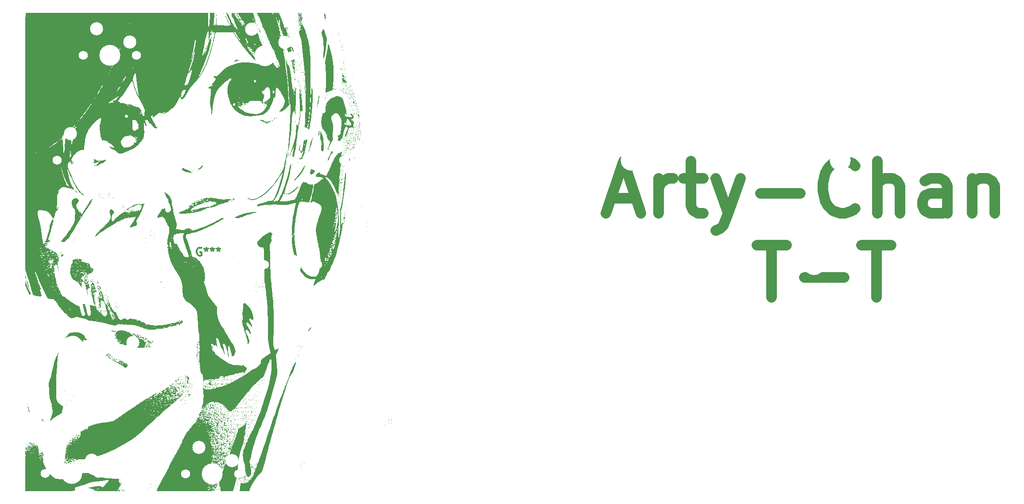
<source format=gto>
G04 #@! TF.GenerationSoftware,KiCad,Pcbnew,(6.0.7)*
G04 #@! TF.CreationDate,2022-09-06T07:39:08-07:00*
G04 #@! TF.ProjectId,60 Percent Keyboard Ardiuno Micro,36302050-6572-4636-956e-74204b657962,rev?*
G04 #@! TF.SameCoordinates,Original*
G04 #@! TF.FileFunction,Legend,Top*
G04 #@! TF.FilePolarity,Positive*
%FSLAX46Y46*%
G04 Gerber Fmt 4.6, Leading zero omitted, Abs format (unit mm)*
G04 Created by KiCad (PCBNEW (6.0.7)) date 2022-09-06 07:39:08*
%MOMM*%
%LPD*%
G01*
G04 APERTURE LIST*
%ADD10C,2.000000*%
%ADD11C,0.300000*%
%ADD12C,1.750000*%
%ADD13C,4.000000*%
%ADD14C,2.500000*%
%ADD15R,1.600000X1.600000*%
%ADD16O,1.600000X1.600000*%
G04 APERTURE END LIST*
D10*
X114585714Y-275016666D02*
X119347619Y-275016666D01*
X113633333Y-277873809D02*
X116966666Y-267873809D01*
X120299999Y-277873809D01*
X123633333Y-277873809D02*
X123633333Y-271207142D01*
X123633333Y-273111904D02*
X124109523Y-272159523D01*
X124585714Y-271683333D01*
X125538095Y-271207142D01*
X126490476Y-271207142D01*
X128395238Y-271207142D02*
X132204761Y-271207142D01*
X129823809Y-267873809D02*
X129823809Y-276445238D01*
X130300000Y-277397619D01*
X131252380Y-277873809D01*
X132204761Y-277873809D01*
X134585714Y-271207142D02*
X136966666Y-277873809D01*
X139347619Y-271207142D02*
X136966666Y-277873809D01*
X136014285Y-280254761D01*
X135538095Y-280730952D01*
X134585714Y-281207142D01*
X143157142Y-274064285D02*
X150776190Y-274064285D01*
X161252380Y-276921428D02*
X160776190Y-277397619D01*
X159347619Y-277873809D01*
X158395238Y-277873809D01*
X156966666Y-277397619D01*
X156014285Y-276445238D01*
X155538095Y-275492857D01*
X155061904Y-273588095D01*
X155061904Y-272159523D01*
X155538095Y-270254761D01*
X156014285Y-269302380D01*
X156966666Y-268350000D01*
X158395238Y-267873809D01*
X159347619Y-267873809D01*
X160776190Y-268350000D01*
X161252380Y-268826190D01*
X165538095Y-277873809D02*
X165538095Y-267873809D01*
X169823809Y-277873809D02*
X169823809Y-272635714D01*
X169347619Y-271683333D01*
X168395238Y-271207142D01*
X166966666Y-271207142D01*
X166014285Y-271683333D01*
X165538095Y-272159523D01*
X178871428Y-277873809D02*
X178871428Y-272635714D01*
X178395238Y-271683333D01*
X177442857Y-271207142D01*
X175538095Y-271207142D01*
X174585714Y-271683333D01*
X178871428Y-277397619D02*
X177919047Y-277873809D01*
X175538095Y-277873809D01*
X174585714Y-277397619D01*
X174109523Y-276445238D01*
X174109523Y-275492857D01*
X174585714Y-274540476D01*
X175538095Y-274064285D01*
X177919047Y-274064285D01*
X178871428Y-273588095D01*
X183633333Y-271207142D02*
X183633333Y-277873809D01*
X183633333Y-272159523D02*
X184109523Y-271683333D01*
X185061904Y-271207142D01*
X186490476Y-271207142D01*
X187442857Y-271683333D01*
X187919047Y-272635714D01*
X187919047Y-277873809D01*
X142442857Y-283973809D02*
X148157142Y-283973809D01*
X145300000Y-293973809D02*
X145300000Y-283973809D01*
X151490476Y-290164285D02*
X159109523Y-290164285D01*
X162442857Y-283973809D02*
X168157142Y-283973809D01*
X165300000Y-293973809D02*
X165300000Y-283973809D01*
D11*
X36257428Y-284538000D02*
X36112285Y-284465428D01*
X35894571Y-284465428D01*
X35676857Y-284538000D01*
X35531714Y-284683142D01*
X35459142Y-284828285D01*
X35386571Y-285118571D01*
X35386571Y-285336285D01*
X35459142Y-285626571D01*
X35531714Y-285771714D01*
X35676857Y-285916857D01*
X35894571Y-285989428D01*
X36039714Y-285989428D01*
X36257428Y-285916857D01*
X36330000Y-285844285D01*
X36330000Y-285336285D01*
X36039714Y-285336285D01*
X37200857Y-284465428D02*
X37200857Y-284828285D01*
X36838000Y-284683142D02*
X37200857Y-284828285D01*
X37563714Y-284683142D01*
X36983142Y-285118571D02*
X37200857Y-284828285D01*
X37418571Y-285118571D01*
X38362000Y-284465428D02*
X38362000Y-284828285D01*
X37999142Y-284683142D02*
X38362000Y-284828285D01*
X38724857Y-284683142D01*
X38144285Y-285118571D02*
X38362000Y-284828285D01*
X38579714Y-285118571D01*
X39523142Y-284465428D02*
X39523142Y-284828285D01*
X39160285Y-284683142D02*
X39523142Y-284828285D01*
X39886000Y-284683142D01*
X39305428Y-285118571D02*
X39523142Y-284828285D01*
X39740857Y-285118571D01*
G36*
X47897298Y-292050451D02*
G01*
X47859159Y-292088589D01*
X47821021Y-292050451D01*
X47859159Y-292012313D01*
X47897298Y-292050451D01*
G37*
G36*
X38778321Y-315628854D02*
G01*
X38885685Y-315690406D01*
X38867699Y-315730207D01*
X38824922Y-315734235D01*
X38721490Y-315678837D01*
X38706546Y-315658832D01*
X38718824Y-315615488D01*
X38778321Y-315628854D01*
G37*
G36*
X63839039Y-277481682D02*
G01*
X63800901Y-277519820D01*
X63762763Y-277481682D01*
X63800901Y-277443544D01*
X63839039Y-277481682D01*
G37*
G36*
X11382587Y-325631331D02*
G01*
X11388998Y-325666495D01*
X11289038Y-325721411D01*
X11242045Y-325726427D01*
X11143342Y-325692785D01*
X11132132Y-325666495D01*
X11195910Y-325617159D01*
X11279085Y-325606564D01*
X11382587Y-325631331D01*
G37*
G36*
X33404805Y-312339940D02*
G01*
X33366667Y-312378078D01*
X33328529Y-312339940D01*
X33366667Y-312301802D01*
X33404805Y-312339940D01*
G37*
G36*
X65352780Y-263058182D02*
G01*
X65434666Y-263134984D01*
X65417868Y-263179138D01*
X65407205Y-263179880D01*
X65342689Y-263125703D01*
X65319143Y-263091819D01*
X65310153Y-263039623D01*
X65352780Y-263058182D01*
G37*
G36*
X64609675Y-264980438D02*
G01*
X64672339Y-265070541D01*
X64666647Y-265122307D01*
X64601325Y-265096376D01*
X64541588Y-265040956D01*
X64492967Y-264954881D01*
X64518017Y-264934235D01*
X64609675Y-264980438D01*
G37*
G36*
X33746184Y-311124865D02*
G01*
X33845198Y-311175557D01*
X33852609Y-311183923D01*
X33891393Y-311266317D01*
X33819758Y-311284785D01*
X33694275Y-311251694D01*
X33667173Y-311226492D01*
X33666535Y-311195796D01*
X33709910Y-311195796D01*
X33748048Y-311233934D01*
X33786186Y-311195796D01*
X33748048Y-311157658D01*
X33709910Y-311195796D01*
X33666535Y-311195796D01*
X33665515Y-311146739D01*
X33746184Y-311124865D01*
G37*
G36*
X64906907Y-262836637D02*
G01*
X64868769Y-262874775D01*
X64830631Y-262836637D01*
X64868769Y-262798499D01*
X64906907Y-262836637D01*
G37*
G36*
X33228966Y-254448641D02*
G01*
X33185441Y-254504725D01*
X33121308Y-254552927D01*
X33137312Y-254476497D01*
X33142742Y-254462026D01*
X33203168Y-254368622D01*
X33237521Y-254367952D01*
X33228966Y-254448641D01*
G37*
G36*
X64906907Y-257192192D02*
G01*
X64868769Y-257230331D01*
X64830631Y-257192192D01*
X64868769Y-257154054D01*
X64906907Y-257192192D01*
G37*
G36*
X44388008Y-329281216D02*
G01*
X44398054Y-329291071D01*
X44458303Y-329391078D01*
X44450134Y-329427844D01*
X44393394Y-329404954D01*
X44355355Y-329333770D01*
X44332132Y-329244658D01*
X44388008Y-329281216D01*
G37*
G36*
X62206629Y-278308558D02*
G01*
X62237238Y-278346146D01*
X62175055Y-278402135D01*
X62119468Y-278409710D01*
X61991321Y-278373809D01*
X61962414Y-278346146D01*
X61992485Y-278295907D01*
X62080183Y-278282583D01*
X62206629Y-278308558D01*
G37*
G36*
X63966166Y-269612513D02*
G01*
X63975295Y-269703035D01*
X63966166Y-269714214D01*
X63920820Y-269703744D01*
X63915316Y-269663364D01*
X63943224Y-269600580D01*
X63966166Y-269612513D01*
G37*
G36*
X55143544Y-249564565D02*
G01*
X55105406Y-249602703D01*
X55067268Y-249564565D01*
X55105406Y-249526427D01*
X55143544Y-249564565D01*
G37*
G36*
X5385986Y-323082182D02*
G01*
X5375516Y-323127529D01*
X5335135Y-323133033D01*
X5272351Y-323105125D01*
X5284285Y-323082182D01*
X5374807Y-323073054D01*
X5385986Y-323082182D01*
G37*
G36*
X45609009Y-316306307D02*
G01*
X45570871Y-316344445D01*
X45532733Y-316306307D01*
X45570871Y-316268168D01*
X45609009Y-316306307D01*
G37*
G36*
X20209009Y-295940541D02*
G01*
X20170871Y-295978679D01*
X20132733Y-295940541D01*
X20170871Y-295902403D01*
X20209009Y-295940541D01*
G37*
G36*
X45456457Y-312645045D02*
G01*
X45418319Y-312683183D01*
X45380180Y-312645045D01*
X45418319Y-312606907D01*
X45456457Y-312645045D01*
G37*
G36*
X16318919Y-295787988D02*
G01*
X16280781Y-295826126D01*
X16242643Y-295787988D01*
X16280781Y-295749850D01*
X16318919Y-295787988D01*
G37*
G36*
X42604946Y-275122431D02*
G01*
X42653304Y-275168022D01*
X42734633Y-275271953D01*
X42700982Y-275306849D01*
X42678611Y-275307808D01*
X42508555Y-275334683D01*
X42457498Y-275351146D01*
X42327326Y-275339529D01*
X42286194Y-275300046D01*
X42276162Y-275237530D01*
X42352312Y-275253376D01*
X42480484Y-275259001D01*
X42521879Y-275228201D01*
X42505857Y-275162403D01*
X42383038Y-275141262D01*
X42290991Y-275152579D01*
X42257310Y-275129962D01*
X42274130Y-275108553D01*
X42429237Y-275042822D01*
X42604946Y-275122431D01*
G37*
G36*
X3885886Y-321874475D02*
G01*
X3847748Y-321912613D01*
X3809610Y-321874475D01*
X3847748Y-321836337D01*
X3885886Y-321874475D01*
G37*
G36*
X28294295Y-313331532D02*
G01*
X28256156Y-313369670D01*
X28218018Y-313331532D01*
X28256156Y-313293394D01*
X28294295Y-313331532D01*
G37*
G36*
X65581608Y-263287011D02*
G01*
X65662852Y-263357916D01*
X65669670Y-263375072D01*
X65633471Y-263406423D01*
X65558105Y-263336175D01*
X65547972Y-263320647D01*
X65538982Y-263268452D01*
X65581608Y-263287011D01*
G37*
G36*
X16624024Y-294720120D02*
G01*
X16585886Y-294758259D01*
X16547748Y-294720120D01*
X16585886Y-294681982D01*
X16624024Y-294720120D01*
G37*
G36*
X66365410Y-261556877D02*
G01*
X66369005Y-261560417D01*
X66422775Y-261692277D01*
X66416244Y-261741059D01*
X66376944Y-261758766D01*
X66335654Y-261660469D01*
X66318328Y-261542721D01*
X66365410Y-261556877D01*
G37*
G36*
X55272166Y-249270592D02*
G01*
X55257958Y-249297598D01*
X55186090Y-249370442D01*
X55172679Y-249373874D01*
X55167475Y-249324604D01*
X55181682Y-249297598D01*
X55253551Y-249224754D01*
X55266961Y-249221322D01*
X55272166Y-249270592D01*
G37*
G36*
X65493187Y-255601523D02*
G01*
X65478979Y-255628529D01*
X65407111Y-255701373D01*
X65393700Y-255704805D01*
X65388496Y-255655535D01*
X65402703Y-255628529D01*
X65474572Y-255555685D01*
X65487982Y-255552253D01*
X65493187Y-255601523D01*
G37*
G36*
X3783390Y-322493277D02*
G01*
X3771472Y-322522823D01*
X3702929Y-322595589D01*
X3690694Y-322599099D01*
X3657932Y-322540085D01*
X3657057Y-322522823D01*
X3715695Y-322449478D01*
X3737835Y-322446547D01*
X3783390Y-322493277D01*
G37*
G36*
X64042443Y-263662963D02*
G01*
X64051572Y-263753485D01*
X64042443Y-263764665D01*
X63997097Y-263754195D01*
X63991592Y-263713814D01*
X64019500Y-263651030D01*
X64042443Y-263662963D01*
G37*
G36*
X71161562Y-318365766D02*
G01*
X71123424Y-318403904D01*
X71085286Y-318365766D01*
X71123424Y-318327628D01*
X71161562Y-318365766D01*
G37*
G36*
X53126555Y-243399004D02*
G01*
X53113188Y-243458501D01*
X53051636Y-243565865D01*
X53011836Y-243547879D01*
X53007808Y-243505102D01*
X53063206Y-243401670D01*
X53083211Y-243386726D01*
X53126555Y-243399004D01*
G37*
G36*
X39735736Y-319357358D02*
G01*
X39697598Y-319395496D01*
X39659460Y-319357358D01*
X39697598Y-319319219D01*
X39735736Y-319357358D01*
G37*
G36*
X46524325Y-314399400D02*
G01*
X46486186Y-314437538D01*
X46448048Y-314399400D01*
X46486186Y-314361262D01*
X46524325Y-314399400D01*
G37*
G36*
X39619269Y-309920286D02*
G01*
X39613465Y-309949950D01*
X39550909Y-310012482D01*
X39545045Y-310013514D01*
X39484145Y-309961352D01*
X39476626Y-309949950D01*
X39499351Y-309893781D01*
X39545045Y-309886387D01*
X39619269Y-309920286D01*
G37*
G36*
X43244445Y-328663063D02*
G01*
X43206307Y-328701201D01*
X43168168Y-328663063D01*
X43206307Y-328624925D01*
X43244445Y-328663063D01*
G37*
G36*
X38712048Y-317140709D02*
G01*
X38646530Y-316983782D01*
X38651178Y-316888130D01*
X38653011Y-316815159D01*
X38621059Y-316822029D01*
X38570493Y-316798941D01*
X38552335Y-316685836D01*
X38565373Y-316541498D01*
X38595815Y-316458859D01*
X38667868Y-316458859D01*
X38706006Y-316496997D01*
X38744144Y-316458859D01*
X38706006Y-316420721D01*
X38667868Y-316458859D01*
X38595815Y-316458859D01*
X38608395Y-316424709D01*
X38629730Y-316401652D01*
X38650428Y-316321957D01*
X38602518Y-316277703D01*
X38544292Y-316201268D01*
X38583448Y-316158787D01*
X38659504Y-316156248D01*
X38667868Y-316184997D01*
X38724374Y-316228773D01*
X38792984Y-316215369D01*
X38874834Y-316168538D01*
X38832430Y-316106160D01*
X38781747Y-316067654D01*
X38647522Y-316004248D01*
X38580355Y-316008146D01*
X38516227Y-316029919D01*
X38542345Y-315975660D01*
X38642484Y-315878593D01*
X38644372Y-315877058D01*
X38729098Y-315821315D01*
X38716147Y-315867718D01*
X38724993Y-315949154D01*
X38875636Y-315982515D01*
X39065380Y-315976569D01*
X39159028Y-316008786D01*
X39152564Y-316078898D01*
X39056207Y-316179379D01*
X39002951Y-316191892D01*
X38906835Y-316238336D01*
X38896697Y-316272670D01*
X38848398Y-316314537D01*
X38807458Y-316298295D01*
X38751065Y-316294443D01*
X38770636Y-316379738D01*
X38774009Y-316545238D01*
X38736121Y-316621080D01*
X38690586Y-316743752D01*
X38744144Y-316840241D01*
X38798203Y-316932881D01*
X38748982Y-316954655D01*
X38695162Y-317001009D01*
X38706775Y-317032175D01*
X38797641Y-317076526D01*
X38824818Y-317066352D01*
X38862869Y-317083459D01*
X38849524Y-317141384D01*
X38847919Y-317241899D01*
X38882180Y-317259760D01*
X38977147Y-317199663D01*
X38995875Y-317164415D01*
X39043507Y-317137738D01*
X39092013Y-317221622D01*
X39170022Y-317365810D01*
X39218918Y-317419046D01*
X39224040Y-317494615D01*
X39165528Y-317563318D01*
X39080115Y-317622170D01*
X39083022Y-317566790D01*
X39094134Y-317536651D01*
X39102592Y-317447111D01*
X39019604Y-317457746D01*
X38915765Y-317457366D01*
X38896697Y-317415972D01*
X38848957Y-317366473D01*
X38808635Y-317381458D01*
X38755475Y-317390637D01*
X38768054Y-317359059D01*
X38767571Y-317336036D01*
X38972973Y-317336036D01*
X39000882Y-317398820D01*
X39023824Y-317386887D01*
X39032953Y-317296365D01*
X39023824Y-317285185D01*
X38978478Y-317295656D01*
X38972973Y-317336036D01*
X38767571Y-317336036D01*
X38765644Y-317244283D01*
X38712048Y-317140709D01*
G37*
G36*
X55067268Y-304864865D02*
G01*
X55029129Y-304903003D01*
X54990991Y-304864865D01*
X55029129Y-304826727D01*
X55067268Y-304864865D01*
G37*
G36*
X55906307Y-325306907D02*
G01*
X55868168Y-325345045D01*
X55830030Y-325306907D01*
X55868168Y-325268769D01*
X55906307Y-325306907D01*
G37*
G36*
X47363364Y-260014415D02*
G01*
X47325226Y-260052553D01*
X47287087Y-260014415D01*
X47325226Y-259976277D01*
X47363364Y-260014415D01*
G37*
G36*
X40269670Y-310280481D02*
G01*
X40231532Y-310318619D01*
X40193394Y-310280481D01*
X40231532Y-310242343D01*
X40269670Y-310280481D01*
G37*
G36*
X56058859Y-254446247D02*
G01*
X56020721Y-254484385D01*
X55982583Y-254446247D01*
X56020721Y-254408108D01*
X56058859Y-254446247D01*
G37*
G36*
X17615616Y-295330331D02*
G01*
X17577478Y-295368469D01*
X17539340Y-295330331D01*
X17577478Y-295292192D01*
X17615616Y-295330331D01*
G37*
G36*
X42412937Y-319067518D02*
G01*
X42478186Y-319160134D01*
X42534165Y-319293266D01*
X42501838Y-319303732D01*
X42403876Y-319202962D01*
X42343219Y-319089602D01*
X42350218Y-319043876D01*
X42412937Y-319067518D01*
G37*
G36*
X26211339Y-303215196D02*
G01*
X26300132Y-303150810D01*
X26292917Y-303188585D01*
X26278063Y-303214028D01*
X26261419Y-303283144D01*
X26359679Y-303271701D01*
X26377836Y-303266095D01*
X26508413Y-303238179D01*
X26531096Y-303296390D01*
X26493641Y-303409377D01*
X26418568Y-303510202D01*
X26339206Y-303522316D01*
X26311111Y-303456148D01*
X26255200Y-303414180D01*
X26196697Y-303426171D01*
X26099155Y-303429602D01*
X26095810Y-303354166D01*
X26107141Y-303339340D01*
X26158559Y-303339340D01*
X26196697Y-303377478D01*
X26234835Y-303339340D01*
X26196697Y-303301201D01*
X26158559Y-303339340D01*
X26107141Y-303339340D01*
X26183960Y-303238822D01*
X26211339Y-303215196D01*
G37*
G36*
X65862803Y-261398880D02*
G01*
X65966811Y-261455639D01*
X65923427Y-261482800D01*
X65827507Y-261481228D01*
X65722919Y-261448558D01*
X65715535Y-261413023D01*
X65806030Y-261385432D01*
X65862803Y-261398880D01*
G37*
G36*
X63305105Y-265811412D02*
G01*
X63266967Y-265849550D01*
X63228829Y-265811412D01*
X63266967Y-265773274D01*
X63305105Y-265811412D01*
G37*
G36*
X55394923Y-239589897D02*
G01*
X55410511Y-239610511D01*
X55407024Y-239680910D01*
X55381376Y-239686787D01*
X55273546Y-239631124D01*
X55257958Y-239610511D01*
X55261445Y-239540111D01*
X55287093Y-239534235D01*
X55394923Y-239589897D01*
G37*
G36*
X35998199Y-275345946D02*
G01*
X35960060Y-275384084D01*
X35921922Y-275345946D01*
X35960060Y-275307808D01*
X35998199Y-275345946D01*
G37*
G36*
X46346347Y-317742843D02*
G01*
X46335876Y-317788189D01*
X46295496Y-317793694D01*
X46232712Y-317765786D01*
X46244645Y-317742843D01*
X46335167Y-317733714D01*
X46346347Y-317742843D01*
G37*
G36*
X35827617Y-306500038D02*
G01*
X35757743Y-306613538D01*
X35670764Y-306633908D01*
X35623071Y-306552835D01*
X35622839Y-306530230D01*
X35640208Y-306449577D01*
X35670210Y-306494367D01*
X35718249Y-306560183D01*
X35784410Y-306494367D01*
X35837788Y-306430979D01*
X35827617Y-306500038D01*
G37*
G36*
X66432433Y-260166967D02*
G01*
X66394295Y-260205105D01*
X66356156Y-260166967D01*
X66394295Y-260128829D01*
X66432433Y-260166967D01*
G37*
G36*
X23522711Y-301179373D02*
G01*
X23530055Y-301109367D01*
X23654133Y-301128195D01*
X23663846Y-301131845D01*
X23747068Y-301228894D01*
X23738078Y-301298705D01*
X23730121Y-301379342D01*
X23784373Y-301362103D01*
X23913378Y-301356212D01*
X23987055Y-301396261D01*
X24111137Y-301446369D01*
X24235440Y-301433107D01*
X24301706Y-301371411D01*
X24290123Y-301318557D01*
X24189185Y-301244714D01*
X24166372Y-301241742D01*
X24129296Y-301291258D01*
X24147378Y-301337087D01*
X24152929Y-301379035D01*
X24071439Y-301324292D01*
X23926140Y-301163414D01*
X23860987Y-301057325D01*
X23826534Y-300971470D01*
X23867726Y-300998994D01*
X23948528Y-301089189D01*
X24053862Y-301202165D01*
X24082220Y-301199611D01*
X24063827Y-301129122D01*
X24043940Y-301041859D01*
X24087589Y-301053341D01*
X24210744Y-301162864D01*
X24334045Y-301306355D01*
X24379923Y-301417297D01*
X24377839Y-301428036D01*
X24384426Y-301558495D01*
X24414202Y-301636599D01*
X24437491Y-301721210D01*
X24363824Y-301745640D01*
X24232273Y-301734967D01*
X24079843Y-301722899D01*
X24062427Y-301745106D01*
X24124387Y-301785969D01*
X24308435Y-301836012D01*
X24410423Y-301828225D01*
X24528452Y-301830970D01*
X24556757Y-301871806D01*
X24589873Y-301915307D01*
X24607774Y-301902637D01*
X24696712Y-301904948D01*
X24779396Y-301959316D01*
X24932136Y-302058051D01*
X25014415Y-302086129D01*
X25166371Y-302075489D01*
X25335700Y-302018143D01*
X25469521Y-301938926D01*
X25514954Y-301862677D01*
X25510839Y-301852969D01*
X25523593Y-301810711D01*
X25595038Y-301827650D01*
X25683902Y-301841936D01*
X25665884Y-301780726D01*
X25675470Y-301748011D01*
X25782846Y-301799914D01*
X25805924Y-301814675D01*
X25946110Y-301927552D01*
X26005978Y-302017473D01*
X26006006Y-302018726D01*
X25963059Y-302032222D01*
X25889385Y-301975056D01*
X25771687Y-301910440D01*
X25649800Y-301905520D01*
X25580062Y-301953216D01*
X25591426Y-302012497D01*
X25571126Y-302075066D01*
X25443900Y-302097028D01*
X25384043Y-302092252D01*
X25301748Y-302138690D01*
X25231490Y-302211915D01*
X25169557Y-302301982D01*
X25220575Y-302303019D01*
X25261398Y-302288498D01*
X25366932Y-302271224D01*
X25385848Y-302293286D01*
X25395245Y-302457563D01*
X25490399Y-302496415D01*
X25529280Y-302485754D01*
X25615398Y-302470966D01*
X25610426Y-302495990D01*
X25595004Y-302603501D01*
X25627607Y-302736972D01*
X25658466Y-302882306D01*
X25622737Y-302919820D01*
X25559724Y-302963361D01*
X25560458Y-302977027D01*
X25536140Y-303119997D01*
X25448301Y-303289737D01*
X25344341Y-303400337D01*
X25254556Y-303522891D01*
X25242076Y-303591028D01*
X25226961Y-303673044D01*
X25175334Y-303617232D01*
X25099843Y-303559041D01*
X25057586Y-303598163D01*
X24962585Y-303633574D01*
X24752925Y-303657883D01*
X24466149Y-303670316D01*
X24139799Y-303670098D01*
X23811419Y-303656456D01*
X23527027Y-303629737D01*
X23322230Y-303592615D01*
X23183784Y-303552859D01*
X23024164Y-303519226D01*
X22974024Y-303521344D01*
X22886304Y-303486983D01*
X22878679Y-303457098D01*
X22838033Y-303393786D01*
X22821472Y-303395614D01*
X22716717Y-303383477D01*
X22575156Y-303339340D01*
X23107508Y-303339340D01*
X23145646Y-303377478D01*
X23183784Y-303339340D01*
X23260060Y-303339340D01*
X23298199Y-303377478D01*
X23336337Y-303339340D01*
X24938138Y-303339340D01*
X24976277Y-303377478D01*
X25014415Y-303339340D01*
X24976277Y-303301201D01*
X24938138Y-303339340D01*
X23336337Y-303339340D01*
X23298199Y-303301201D01*
X23260060Y-303339340D01*
X23183784Y-303339340D01*
X23145646Y-303301201D01*
X23107508Y-303339340D01*
X22575156Y-303339340D01*
X22542426Y-303329135D01*
X22535436Y-303326487D01*
X22320592Y-303244698D01*
X22154054Y-303181492D01*
X21974949Y-303138932D01*
X21740908Y-303111920D01*
X21715227Y-303110539D01*
X21715010Y-303110511D01*
X22344745Y-303110511D01*
X22382883Y-303148649D01*
X22421021Y-303110511D01*
X24480481Y-303110511D01*
X24518619Y-303148649D01*
X24556757Y-303110511D01*
X24518619Y-303072373D01*
X24480481Y-303110511D01*
X22421021Y-303110511D01*
X22382883Y-303072373D01*
X22344745Y-303110511D01*
X21715010Y-303110511D01*
X21503753Y-303083253D01*
X21374126Y-303033626D01*
X21352545Y-302976250D01*
X21382794Y-302957958D01*
X21887087Y-302957958D01*
X21925226Y-302996096D01*
X21963364Y-302957958D01*
X21925226Y-302919820D01*
X21887087Y-302957958D01*
X21382794Y-302957958D01*
X21410836Y-302941001D01*
X21461898Y-302881682D01*
X21581982Y-302881682D01*
X21620120Y-302919820D01*
X21658259Y-302881682D01*
X21734535Y-302881682D01*
X21772673Y-302919820D01*
X21810811Y-302881682D01*
X21772673Y-302843544D01*
X21734535Y-302881682D01*
X21658259Y-302881682D01*
X21620120Y-302843544D01*
X21581982Y-302881682D01*
X21461898Y-302881682D01*
X21472522Y-302869340D01*
X21463180Y-302836444D01*
X21384225Y-302824269D01*
X21310056Y-302875745D01*
X21162075Y-302932243D01*
X20955800Y-302919295D01*
X20851520Y-302881682D01*
X21124325Y-302881682D01*
X21162463Y-302919820D01*
X21200601Y-302881682D01*
X21162463Y-302843544D01*
X21124325Y-302881682D01*
X20851520Y-302881682D01*
X20761685Y-302849279D01*
X20663502Y-302762146D01*
X20607361Y-302712856D01*
X20831515Y-302712856D01*
X20850074Y-302755482D01*
X20926876Y-302837368D01*
X20971030Y-302820571D01*
X20971772Y-302809907D01*
X20967992Y-302805406D01*
X21887087Y-302805406D01*
X21925226Y-302843544D01*
X21963364Y-302805406D01*
X22268469Y-302805406D01*
X22306607Y-302843544D01*
X22344745Y-302805406D01*
X22306607Y-302767268D01*
X22268469Y-302805406D01*
X21963364Y-302805406D01*
X21925226Y-302767268D01*
X21887087Y-302805406D01*
X20967992Y-302805406D01*
X20917595Y-302745392D01*
X20883710Y-302721846D01*
X20831515Y-302712856D01*
X20607361Y-302712856D01*
X20591005Y-302698496D01*
X20471228Y-302716011D01*
X20323424Y-302784126D01*
X20224128Y-302826540D01*
X20242481Y-302786316D01*
X20256006Y-302771559D01*
X20386447Y-302697826D01*
X20457422Y-302678279D01*
X21048048Y-302678279D01*
X21109779Y-302735186D01*
X21159107Y-302741842D01*
X21236022Y-302708779D01*
X21230882Y-302678279D01*
X21190239Y-302652853D01*
X21429430Y-302652853D01*
X21467568Y-302690991D01*
X21505706Y-302652853D01*
X22573574Y-302652853D01*
X22611712Y-302690991D01*
X22649850Y-302652853D01*
X23107508Y-302652853D01*
X23145646Y-302690991D01*
X23183784Y-302652853D01*
X23145646Y-302614715D01*
X23107508Y-302652853D01*
X22649850Y-302652853D01*
X22611712Y-302614715D01*
X22573574Y-302652853D01*
X21505706Y-302652853D01*
X21467568Y-302614715D01*
X21429430Y-302652853D01*
X21190239Y-302652853D01*
X21130281Y-302615343D01*
X21119823Y-302614715D01*
X21049426Y-302665892D01*
X21048048Y-302678279D01*
X20457422Y-302678279D01*
X20586586Y-302642706D01*
X20599250Y-302640639D01*
X20805808Y-302599529D01*
X20886130Y-302564122D01*
X20830686Y-302541591D01*
X20736587Y-302537271D01*
X20618989Y-302524628D01*
X20640453Y-302481169D01*
X20663025Y-302466027D01*
X20782924Y-302420278D01*
X20821934Y-302425702D01*
X20864728Y-302393611D01*
X20868516Y-302361089D01*
X21206252Y-302361089D01*
X21248162Y-302497352D01*
X21304695Y-302585197D01*
X21331430Y-302585587D01*
X21327207Y-302500301D01*
X23107508Y-302500301D01*
X23145646Y-302538439D01*
X23183784Y-302500301D01*
X23145646Y-302462162D01*
X23107508Y-302500301D01*
X21327207Y-302500301D01*
X21327206Y-302500281D01*
X21286188Y-302410676D01*
X21226577Y-302331474D01*
X21899383Y-302331474D01*
X21917942Y-302374101D01*
X21994744Y-302455987D01*
X22038897Y-302439189D01*
X22039640Y-302428526D01*
X21985462Y-302364010D01*
X21951578Y-302340464D01*
X21899383Y-302331474D01*
X21226577Y-302331474D01*
X21218744Y-302321067D01*
X21206252Y-302361089D01*
X20868516Y-302361089D01*
X20870070Y-302347748D01*
X20838753Y-302271732D01*
X20811726Y-302276103D01*
X20731306Y-302248257D01*
X20633748Y-302141361D01*
X20548975Y-302045178D01*
X20514114Y-302054469D01*
X20567101Y-302168042D01*
X20633690Y-302237617D01*
X20704710Y-302318837D01*
X20657512Y-302386376D01*
X20576483Y-302434945D01*
X20426842Y-302509484D01*
X20349955Y-302535736D01*
X20280053Y-302473771D01*
X20224348Y-302321595D01*
X20218122Y-302280063D01*
X20311505Y-302280063D01*
X20323424Y-302309610D01*
X20391966Y-302382376D01*
X20404202Y-302385886D01*
X20436964Y-302326872D01*
X20437838Y-302309610D01*
X20379201Y-302236265D01*
X20357060Y-302233334D01*
X20311505Y-302280063D01*
X20218122Y-302280063D01*
X20197359Y-302141549D01*
X20200817Y-302110558D01*
X20219383Y-302110558D01*
X20243766Y-302154632D01*
X20277125Y-302157057D01*
X20359042Y-302095922D01*
X20387519Y-302042643D01*
X22497298Y-302042643D01*
X22535436Y-302080781D01*
X22573574Y-302042643D01*
X22535436Y-302004505D01*
X22497298Y-302042643D01*
X20387519Y-302042643D01*
X20393285Y-302031854D01*
X20408840Y-301966367D01*
X23412613Y-301966367D01*
X23450751Y-302004505D01*
X23488889Y-301966367D01*
X23450751Y-301928228D01*
X23412613Y-301966367D01*
X20408840Y-301966367D01*
X20412844Y-301949509D01*
X20347764Y-301984623D01*
X20325170Y-302003056D01*
X20219383Y-302110558D01*
X20200817Y-302110558D01*
X20213604Y-301995974D01*
X20220730Y-301980852D01*
X20252267Y-301890336D01*
X20177530Y-301898090D01*
X20050590Y-301890090D01*
X22573574Y-301890090D01*
X22611712Y-301928228D01*
X22649850Y-301890090D01*
X22611712Y-301851952D01*
X22573574Y-301890090D01*
X20050590Y-301890090D01*
X20036611Y-301889209D01*
X19888373Y-301815483D01*
X19886540Y-301813814D01*
X20056457Y-301813814D01*
X20094595Y-301851952D01*
X20132733Y-301813814D01*
X21124325Y-301813814D01*
X21162463Y-301851952D01*
X21200601Y-301813814D01*
X21162463Y-301775676D01*
X21124325Y-301813814D01*
X20132733Y-301813814D01*
X20094595Y-301775676D01*
X20056457Y-301813814D01*
X19886540Y-301813814D01*
X19802789Y-301737538D01*
X20361562Y-301737538D01*
X20399700Y-301775676D01*
X20437838Y-301737538D01*
X20819220Y-301737538D01*
X20857358Y-301775676D01*
X20895496Y-301737538D01*
X21353153Y-301737538D01*
X21391292Y-301775676D01*
X21429430Y-301737538D01*
X21391292Y-301699400D01*
X21353153Y-301737538D01*
X20895496Y-301737538D01*
X20857358Y-301699400D01*
X20819220Y-301737538D01*
X20437838Y-301737538D01*
X20399700Y-301699400D01*
X20361562Y-301737538D01*
X19802789Y-301737538D01*
X19793829Y-301729378D01*
X19822488Y-301702750D01*
X19827628Y-301703303D01*
X20031906Y-301713907D01*
X20094966Y-301675445D01*
X20020944Y-301585164D01*
X20020726Y-301584985D01*
X20590391Y-301584985D01*
X20628529Y-301623123D01*
X20666667Y-301584985D01*
X20628529Y-301546847D01*
X20590391Y-301584985D01*
X20020726Y-301584985D01*
X20013828Y-301579329D01*
X19942578Y-301511145D01*
X19980180Y-301517694D01*
X20053888Y-301545827D01*
X20033516Y-301508709D01*
X20132733Y-301508709D01*
X20170871Y-301546847D01*
X20209009Y-301508709D01*
X20170871Y-301470571D01*
X20132733Y-301508709D01*
X20033516Y-301508709D01*
X20021362Y-301486564D01*
X19990607Y-301447914D01*
X19876596Y-301365393D01*
X19807200Y-301368782D01*
X19763890Y-301368283D01*
X19769311Y-301356156D01*
X20742943Y-301356156D01*
X20781081Y-301394295D01*
X20819220Y-301356156D01*
X20781081Y-301318018D01*
X20742943Y-301356156D01*
X19769311Y-301356156D01*
X19778180Y-301336318D01*
X19773155Y-301244472D01*
X19743463Y-301226400D01*
X19723093Y-301166505D01*
X19795768Y-301086401D01*
X19880524Y-301032306D01*
X19881248Y-301061478D01*
X19886972Y-301175644D01*
X19936091Y-301236803D01*
X20040398Y-301284373D01*
X20100033Y-301226377D01*
X20119092Y-301168778D01*
X20095266Y-301183380D01*
X20021860Y-301165198D01*
X19993825Y-301127328D01*
X21963364Y-301127328D01*
X22001502Y-301165466D01*
X22039640Y-301127328D01*
X22192193Y-301127328D01*
X22230331Y-301165466D01*
X22268469Y-301127328D01*
X22230331Y-301089189D01*
X22192193Y-301127328D01*
X22039640Y-301127328D01*
X22001502Y-301089189D01*
X21963364Y-301127328D01*
X19993825Y-301127328D01*
X19937358Y-301051051D01*
X20056457Y-301051051D01*
X20094595Y-301089189D01*
X20132733Y-301051051D01*
X20094595Y-301012913D01*
X20056457Y-301051051D01*
X19937358Y-301051051D01*
X19931516Y-301043159D01*
X19930484Y-301041178D01*
X19862399Y-300898499D01*
X20132733Y-300898499D01*
X20170871Y-300936637D01*
X20209009Y-300898499D01*
X20170871Y-300860361D01*
X20132733Y-300898499D01*
X19862399Y-300898499D01*
X19845973Y-300864076D01*
X19838802Y-300797996D01*
X19903031Y-300821683D01*
X19945488Y-300807521D01*
X19932261Y-300745946D01*
X20285286Y-300745946D01*
X20323424Y-300784084D01*
X20361562Y-300745946D01*
X20323424Y-300707808D01*
X20285286Y-300745946D01*
X19932261Y-300745946D01*
X19929016Y-300730839D01*
X19914476Y-300643906D01*
X19942117Y-300650116D01*
X20026838Y-300641219D01*
X20074598Y-300593394D01*
X20437838Y-300593394D01*
X20475976Y-300631532D01*
X20514114Y-300593394D01*
X21887087Y-300593394D01*
X21925226Y-300631532D01*
X21963364Y-300593394D01*
X21925226Y-300555256D01*
X21887087Y-300593394D01*
X20514114Y-300593394D01*
X20475976Y-300555256D01*
X20437838Y-300593394D01*
X20074598Y-300593394D01*
X20106402Y-300561546D01*
X20165181Y-300517117D01*
X21200601Y-300517117D01*
X21238739Y-300555256D01*
X21276877Y-300517117D01*
X21238739Y-300478979D01*
X21200601Y-300517117D01*
X20165181Y-300517117D01*
X20249750Y-300453195D01*
X20477861Y-300373059D01*
X20532763Y-300362347D01*
X20772325Y-300321887D01*
X20967802Y-300287743D01*
X21004258Y-300281091D01*
X21180927Y-300300331D01*
X21257970Y-300342387D01*
X21364652Y-300387839D01*
X21434075Y-300321522D01*
X21492262Y-300266364D01*
X21504538Y-300301297D01*
X21571650Y-300376356D01*
X21733684Y-300439905D01*
X21753604Y-300444527D01*
X21976554Y-300514640D01*
X22149754Y-300601596D01*
X22279924Y-300663144D01*
X22399930Y-300617688D01*
X22454859Y-300574805D01*
X22536931Y-300515201D01*
X22519451Y-300549927D01*
X22516367Y-300553466D01*
X22436954Y-300675572D01*
X22428917Y-300754257D01*
X22496526Y-300746421D01*
X22497298Y-300745946D01*
X22567472Y-300754525D01*
X22573574Y-300784084D01*
X22617090Y-300836631D01*
X22641858Y-300827162D01*
X22721692Y-300848725D01*
X22756915Y-300906851D01*
X22853898Y-300991303D01*
X22925953Y-300981824D01*
X23013397Y-300976870D01*
X23006402Y-301043874D01*
X23027927Y-301160110D01*
X23080424Y-301197291D01*
X23247761Y-301237590D01*
X23338773Y-301178729D01*
X23367448Y-301118135D01*
X23374009Y-301030941D01*
X23271798Y-301032134D01*
X23253649Y-301036691D01*
X23145022Y-301053504D01*
X23135418Y-301035854D01*
X23139919Y-300942541D01*
X23100616Y-300831263D01*
X23052246Y-300722979D01*
X23081182Y-300743025D01*
X23130778Y-300803153D01*
X23252282Y-300907573D01*
X23355648Y-300931972D01*
X23396939Y-300873054D01*
X23385029Y-300822222D01*
X23388118Y-300724248D01*
X23424987Y-300707808D01*
X23471141Y-300770023D01*
X23472544Y-300920092D01*
X23438337Y-301103154D01*
X23377661Y-301264346D01*
X23319970Y-301338111D01*
X23275649Y-301383186D01*
X23354242Y-301366192D01*
X23497902Y-301389716D01*
X23566686Y-301473411D01*
X23660987Y-301588573D01*
X23752698Y-301624064D01*
X23793994Y-301561408D01*
X23793994Y-301561230D01*
X23746770Y-301466766D01*
X23729649Y-301445643D01*
X23889273Y-301445643D01*
X23890845Y-301541563D01*
X23923515Y-301646151D01*
X23959049Y-301653535D01*
X23980304Y-301583825D01*
X24130062Y-301583825D01*
X24137238Y-301623123D01*
X24234754Y-301696490D01*
X24256154Y-301699400D01*
X24325874Y-301641221D01*
X24327928Y-301623123D01*
X24265842Y-301556182D01*
X24209012Y-301546847D01*
X24130062Y-301583825D01*
X23980304Y-301583825D01*
X23986641Y-301563040D01*
X23973193Y-301506266D01*
X23916434Y-301402259D01*
X23889273Y-301445643D01*
X23729649Y-301445643D01*
X23633772Y-301327358D01*
X23522711Y-301179373D01*
G37*
G36*
X65822223Y-263294295D02*
G01*
X65784084Y-263332433D01*
X65745946Y-263294295D01*
X65784084Y-263256156D01*
X65822223Y-263294295D01*
G37*
G36*
X44071698Y-317061786D02*
G01*
X44152942Y-317132691D01*
X44159760Y-317149847D01*
X44123561Y-317181198D01*
X44048196Y-317110949D01*
X44038062Y-317095422D01*
X44029072Y-317043227D01*
X44071698Y-317061786D01*
G37*
G36*
X63203404Y-266866567D02*
G01*
X63212532Y-266957089D01*
X63203404Y-266968269D01*
X63158058Y-266957798D01*
X63152553Y-266917418D01*
X63180461Y-266854634D01*
X63203404Y-266866567D01*
G37*
G36*
X63076277Y-270921922D02*
G01*
X63038138Y-270960060D01*
X63000000Y-270921922D01*
X63038138Y-270883784D01*
X63076277Y-270921922D01*
G37*
G36*
X46753153Y-240258859D02*
G01*
X46715015Y-240296997D01*
X46676877Y-240258859D01*
X46715015Y-240220721D01*
X46753153Y-240258859D01*
G37*
G36*
X46331581Y-326319685D02*
G01*
X46325777Y-326349350D01*
X46263221Y-326411882D01*
X46257358Y-326412913D01*
X46196458Y-326360751D01*
X46188938Y-326349350D01*
X46211664Y-326293180D01*
X46257358Y-326285786D01*
X46331581Y-326319685D01*
G37*
G36*
X62847448Y-274964565D02*
G01*
X62809310Y-275002703D01*
X62771171Y-274964565D01*
X62809310Y-274926427D01*
X62847448Y-274964565D01*
G37*
G36*
X63737338Y-278321932D02*
G01*
X63682326Y-278422419D01*
X63635636Y-278435135D01*
X63542296Y-278417741D01*
X63533934Y-278406337D01*
X63584040Y-278339963D01*
X63635636Y-278293133D01*
X63718732Y-278252755D01*
X63737338Y-278321932D01*
G37*
G36*
X53138155Y-256975878D02*
G01*
X53110658Y-256832379D01*
X53108006Y-256804455D01*
X53624040Y-256804455D01*
X53638064Y-256903386D01*
X53664102Y-256904567D01*
X53682310Y-256802480D01*
X53670124Y-256758371D01*
X53636255Y-256729479D01*
X53624040Y-256804455D01*
X53108006Y-256804455D01*
X53087483Y-256588381D01*
X53085268Y-256551578D01*
X54021008Y-256551578D01*
X54037012Y-256628008D01*
X54042442Y-256642479D01*
X54102867Y-256735883D01*
X54137221Y-256736553D01*
X54128665Y-256655864D01*
X54085141Y-256599780D01*
X54021008Y-256551578D01*
X53085268Y-256551578D01*
X53065529Y-256223600D01*
X53052512Y-255956848D01*
X53017855Y-255285286D01*
X54013939Y-255285286D01*
X54018703Y-255781081D01*
X54030218Y-256118985D01*
X54055644Y-256349114D01*
X54092424Y-256454052D01*
X54117053Y-256451617D01*
X54120125Y-256370663D01*
X54107707Y-256177098D01*
X54082434Y-255909785D01*
X54076761Y-255857186D01*
X54013939Y-255285286D01*
X53017855Y-255285286D01*
X53004165Y-255020007D01*
X53002397Y-254991084D01*
X53904507Y-254991084D01*
X53926108Y-255107613D01*
X54081777Y-255200087D01*
X54228229Y-255235873D01*
X54206928Y-255202807D01*
X54121565Y-255132691D01*
X54024278Y-255033648D01*
X54050543Y-254936415D01*
X54083427Y-254894034D01*
X54148142Y-254808179D01*
X54108695Y-254817156D01*
X54026080Y-254867107D01*
X53904507Y-254991084D01*
X53002397Y-254991084D01*
X52992404Y-254827628D01*
X53541742Y-254827628D01*
X53579880Y-254865766D01*
X53618018Y-254827628D01*
X53579880Y-254789490D01*
X53541742Y-254827628D01*
X52992404Y-254827628D01*
X52983078Y-254675075D01*
X53312913Y-254675075D01*
X53351051Y-254713213D01*
X53389190Y-254675075D01*
X53351051Y-254636937D01*
X53312913Y-254675075D01*
X52983078Y-254675075D01*
X52975802Y-254556057D01*
X53810600Y-254556057D01*
X53863876Y-254708173D01*
X53964945Y-254787884D01*
X53983314Y-254789490D01*
X53985892Y-254751494D01*
X53976658Y-254741323D01*
X53971554Y-254675075D01*
X54075676Y-254675075D01*
X54113814Y-254713213D01*
X54151952Y-254675075D01*
X54113814Y-254636937D01*
X54075676Y-254675075D01*
X53971554Y-254675075D01*
X53969198Y-254644503D01*
X54005611Y-254549056D01*
X54048464Y-254390214D01*
X53997633Y-254297599D01*
X53895255Y-254300308D01*
X53817074Y-254397960D01*
X53810600Y-254556057D01*
X52975802Y-254556057D01*
X52946621Y-254078723D01*
X52882066Y-253160982D01*
X52812684Y-252294769D01*
X52740662Y-251508067D01*
X52668185Y-250828863D01*
X52624763Y-250479880D01*
X52560586Y-249981031D01*
X52547331Y-249869670D01*
X52855256Y-249869670D01*
X52893394Y-249907808D01*
X52931532Y-249869670D01*
X52893394Y-249831532D01*
X52855256Y-249869670D01*
X52547331Y-249869670D01*
X52529174Y-249717117D01*
X52855256Y-249717117D01*
X52893394Y-249755256D01*
X52931532Y-249717117D01*
X52893394Y-249678979D01*
X52855256Y-249717117D01*
X52529174Y-249717117D01*
X52505475Y-249518003D01*
X52461323Y-249110592D01*
X52430025Y-248778591D01*
X52413476Y-248541796D01*
X52413570Y-248420001D01*
X52427643Y-248420421D01*
X52464423Y-248526068D01*
X52532848Y-248735308D01*
X52619199Y-249006079D01*
X52633732Y-249052207D01*
X52746440Y-249369113D01*
X52839538Y-249538967D01*
X52906836Y-249569961D01*
X52986349Y-249614364D01*
X53072454Y-249793492D01*
X53161567Y-250089855D01*
X53250105Y-250485967D01*
X53334485Y-250964339D01*
X53411121Y-251507481D01*
X53476431Y-252097907D01*
X53513534Y-252530565D01*
X53564110Y-253124837D01*
X53616581Y-253578926D01*
X53673298Y-253905202D01*
X53736615Y-254116034D01*
X53808884Y-254223792D01*
X53838671Y-254240118D01*
X53907556Y-254231855D01*
X53889449Y-254170106D01*
X53897482Y-254150456D01*
X53983839Y-254228255D01*
X54027726Y-254274625D01*
X54174063Y-254427133D01*
X54246025Y-254471659D01*
X54269794Y-254414938D01*
X54271815Y-254337432D01*
X54239525Y-254236983D01*
X54192815Y-254234208D01*
X54166275Y-254228790D01*
X54203199Y-254181175D01*
X54260491Y-254042945D01*
X54252245Y-253979294D01*
X54260814Y-253887146D01*
X54296344Y-253874174D01*
X54368788Y-253939850D01*
X54397418Y-254099484D01*
X54390173Y-254197272D01*
X54365508Y-254440619D01*
X54343668Y-254829472D01*
X54324886Y-255356805D01*
X54309394Y-256015593D01*
X54297424Y-256798811D01*
X54294106Y-257101383D01*
X54286867Y-257622777D01*
X54276440Y-258091824D01*
X54263611Y-258487543D01*
X54249167Y-258788955D01*
X54233894Y-258975079D01*
X54221970Y-259026691D01*
X54168000Y-258990022D01*
X54125775Y-258818080D01*
X54097074Y-258527816D01*
X54083675Y-258136184D01*
X54085805Y-257728376D01*
X54087391Y-257391801D01*
X54078777Y-257113049D01*
X54061626Y-256926671D01*
X54044448Y-256868573D01*
X54000479Y-256863159D01*
X54002076Y-256887087D01*
X54007951Y-256993188D01*
X54010704Y-257212863D01*
X54010013Y-257507157D01*
X54008432Y-257658275D01*
X53998621Y-258007867D01*
X53974221Y-258248492D01*
X53926459Y-258423626D01*
X53846563Y-258576743D01*
X53812691Y-258628317D01*
X53754245Y-258717055D01*
X53707737Y-258803778D01*
X53670582Y-258907808D01*
X53640198Y-259048472D01*
X53614004Y-259245093D01*
X53589415Y-259516997D01*
X53563849Y-259883507D01*
X53534724Y-260363949D01*
X53500015Y-260967868D01*
X53446083Y-261750671D01*
X53369238Y-262634784D01*
X53274321Y-263571511D01*
X53166172Y-264512156D01*
X53083022Y-265163063D01*
X53004049Y-265740061D01*
X52929459Y-266259731D01*
X52861811Y-266706308D01*
X52803663Y-267064026D01*
X52757573Y-267317121D01*
X52726100Y-267449826D01*
X52712014Y-267449351D01*
X52716451Y-267321705D01*
X52736590Y-267088201D01*
X52768379Y-266794246D01*
X52776685Y-266724726D01*
X52856336Y-265976648D01*
X52931457Y-265080458D01*
X53001727Y-264040539D01*
X53066828Y-262861272D01*
X53082908Y-262531532D01*
X53107997Y-262020909D01*
X53132945Y-261544034D01*
X53156205Y-261128237D01*
X53176226Y-260800850D01*
X53191462Y-260589204D01*
X53195288Y-260548349D01*
X53207538Y-260380814D01*
X53222953Y-260088823D01*
X53240302Y-259700405D01*
X53258353Y-259243594D01*
X53275875Y-258746420D01*
X53279965Y-258621098D01*
X53296233Y-258080415D01*
X53305167Y-257674404D01*
X53306076Y-257385329D01*
X53298271Y-257195453D01*
X53281059Y-257087041D01*
X53253752Y-257042356D01*
X53218522Y-257042511D01*
X53179574Y-257039640D01*
X53618018Y-257039640D01*
X53656156Y-257077778D01*
X53694295Y-257039640D01*
X53656156Y-257001502D01*
X53618018Y-257039640D01*
X53179574Y-257039640D01*
X53173076Y-257039161D01*
X53138155Y-256975878D01*
G37*
G36*
X41689012Y-319672624D02*
G01*
X41672770Y-319713563D01*
X41669073Y-319770843D01*
X41744545Y-319754095D01*
X41850300Y-319744646D01*
X41871472Y-319774769D01*
X41822312Y-319872445D01*
X41727405Y-319892990D01*
X41683609Y-319857729D01*
X41583698Y-319815077D01*
X41525786Y-319826507D01*
X41429438Y-319819715D01*
X41413814Y-319780536D01*
X41460063Y-319727404D01*
X41490090Y-319738739D01*
X41560378Y-319732691D01*
X41566367Y-319705102D01*
X41624875Y-319627466D01*
X41647145Y-319624325D01*
X41689012Y-319672624D01*
G37*
G36*
X43896500Y-328479693D02*
G01*
X43899099Y-328521016D01*
X43853928Y-328649552D01*
X43793735Y-328642918D01*
X43760393Y-328564387D01*
X43768904Y-328446001D01*
X43818367Y-328421522D01*
X43896500Y-328479693D01*
G37*
G36*
X5416682Y-323479534D02*
G01*
X5483294Y-323542146D01*
X5404813Y-323564812D01*
X5376629Y-323565266D01*
X5300131Y-323531605D01*
X5305623Y-323500458D01*
X5394067Y-323469518D01*
X5416682Y-323479534D01*
G37*
G36*
X16395196Y-294109910D02*
G01*
X16357057Y-294148048D01*
X16318919Y-294109910D01*
X16357057Y-294071772D01*
X16395196Y-294109910D01*
G37*
G36*
X57126727Y-261692493D02*
G01*
X57088589Y-261730631D01*
X57050451Y-261692493D01*
X57088589Y-261654355D01*
X57126727Y-261692493D01*
G37*
G36*
X2806233Y-321638362D02*
G01*
X2887476Y-321709267D01*
X2894295Y-321726424D01*
X2858096Y-321757774D01*
X2782730Y-321687526D01*
X2772596Y-321671999D01*
X2763606Y-321619803D01*
X2806233Y-321638362D01*
G37*
G36*
X57253854Y-260840741D02*
G01*
X57262983Y-260931263D01*
X57253854Y-260942443D01*
X57208508Y-260931972D01*
X57203003Y-260891592D01*
X57230912Y-260828808D01*
X57253854Y-260840741D01*
G37*
G36*
X16090090Y-294338739D02*
G01*
X16051952Y-294376877D01*
X16013814Y-294338739D01*
X16051952Y-294300601D01*
X16090090Y-294338739D01*
G37*
G36*
X39888289Y-328281682D02*
G01*
X39850150Y-328319820D01*
X39812012Y-328281682D01*
X39850150Y-328243544D01*
X39888289Y-328281682D01*
G37*
G36*
X54762162Y-252005406D02*
G01*
X54724024Y-252043544D01*
X54685886Y-252005406D01*
X54724024Y-251967268D01*
X54762162Y-252005406D01*
G37*
G36*
X32618112Y-310672994D02*
G01*
X32603904Y-310700000D01*
X32532036Y-310772844D01*
X32518625Y-310776277D01*
X32513421Y-310727006D01*
X32527628Y-310700000D01*
X32599497Y-310627156D01*
X32612907Y-310623724D01*
X32618112Y-310672994D01*
G37*
G36*
X46219220Y-318365766D02*
G01*
X46181081Y-318403904D01*
X46142943Y-318365766D01*
X46181081Y-318327628D01*
X46219220Y-318365766D01*
G37*
G36*
X45609009Y-312568769D02*
G01*
X45570871Y-312606907D01*
X45532733Y-312568769D01*
X45570871Y-312530631D01*
X45609009Y-312568769D01*
G37*
G36*
X47732960Y-291814338D02*
G01*
X47814846Y-291891140D01*
X47798048Y-291935294D01*
X47787385Y-291936036D01*
X47722869Y-291881859D01*
X47699323Y-291847975D01*
X47690333Y-291795779D01*
X47732960Y-291814338D01*
G37*
G36*
X37503066Y-311416679D02*
G01*
X37480317Y-311451348D01*
X37402953Y-311456741D01*
X37321564Y-311438113D01*
X37356870Y-311410658D01*
X37476080Y-311401564D01*
X37503066Y-311416679D01*
G37*
G36*
X44668269Y-320565065D02*
G01*
X44657798Y-320610411D01*
X44617418Y-320615916D01*
X44554634Y-320588008D01*
X44566567Y-320565065D01*
X44657089Y-320555937D01*
X44668269Y-320565065D01*
G37*
G36*
X40040841Y-318442042D02*
G01*
X40113607Y-318510585D01*
X40117117Y-318522820D01*
X40058103Y-318555582D01*
X40040841Y-318556457D01*
X39967496Y-318497819D01*
X39964565Y-318475679D01*
X40011295Y-318430124D01*
X40040841Y-318442042D01*
G37*
G36*
X42481682Y-309822823D02*
G01*
X42443544Y-309860961D01*
X42405406Y-309822823D01*
X42443544Y-309784685D01*
X42481682Y-309822823D01*
G37*
G36*
X20514114Y-297618619D02*
G01*
X20475976Y-297656757D01*
X20437838Y-297618619D01*
X20475976Y-297580481D01*
X20514114Y-297618619D01*
G37*
G36*
X32184385Y-315009610D02*
G01*
X32146247Y-315047748D01*
X32108108Y-315009610D01*
X32146247Y-314971472D01*
X32184385Y-315009610D01*
G37*
G36*
X64187132Y-262930833D02*
G01*
X64144144Y-263027328D01*
X64065373Y-263147200D01*
X64024363Y-263179880D01*
X64024881Y-263123822D01*
X64067868Y-263027328D01*
X64146640Y-262907455D01*
X64187650Y-262874775D01*
X64187132Y-262930833D01*
G37*
G36*
X66127328Y-257726126D02*
G01*
X66089190Y-257764265D01*
X66051051Y-257726126D01*
X66089190Y-257687988D01*
X66127328Y-257726126D01*
G37*
G36*
X44990476Y-328763018D02*
G01*
X44998799Y-328815616D01*
X44982480Y-328917384D01*
X44968822Y-328930030D01*
X44919638Y-328870386D01*
X44894939Y-328815616D01*
X44893354Y-328717398D01*
X44924917Y-328701201D01*
X44990476Y-328763018D01*
G37*
G36*
X63841517Y-265243348D02*
G01*
X63872503Y-265394691D01*
X63861960Y-265442182D01*
X63812577Y-265535961D01*
X63787341Y-265486773D01*
X63781832Y-265345611D01*
X63797620Y-265223216D01*
X63841517Y-265243348D01*
G37*
G36*
X18581782Y-294249750D02*
G01*
X18590911Y-294340272D01*
X18581782Y-294351452D01*
X18536436Y-294340981D01*
X18530931Y-294300601D01*
X18558840Y-294237817D01*
X18581782Y-294249750D01*
G37*
G36*
X32935362Y-313781906D02*
G01*
X33016606Y-313852811D01*
X33023424Y-313869967D01*
X32987225Y-313901318D01*
X32911859Y-313831069D01*
X32901726Y-313815542D01*
X32892735Y-313763347D01*
X32935362Y-313781906D01*
G37*
G36*
X36342766Y-316787201D02*
G01*
X36354154Y-316840241D01*
X36324103Y-316941893D01*
X36298752Y-316954655D01*
X36226794Y-316894282D01*
X36199444Y-316840241D01*
X36208536Y-316741857D01*
X36254847Y-316725826D01*
X36342766Y-316787201D01*
G37*
G36*
X63381382Y-249869670D02*
G01*
X63343244Y-249907808D01*
X63305105Y-249869670D01*
X63343244Y-249831532D01*
X63381382Y-249869670D01*
G37*
G36*
X64208635Y-263973497D02*
G01*
X64289879Y-264044402D01*
X64296697Y-264061559D01*
X64260498Y-264092909D01*
X64185132Y-264022661D01*
X64174999Y-264007134D01*
X64166009Y-263954938D01*
X64208635Y-263973497D01*
G37*
G36*
X45097862Y-302674999D02*
G01*
X45096676Y-302652853D01*
X45227628Y-302652853D01*
X45265766Y-302690991D01*
X45303904Y-302652853D01*
X45265766Y-302614715D01*
X45227628Y-302652853D01*
X45096676Y-302652853D01*
X45083038Y-302398093D01*
X45024877Y-302092632D01*
X44913244Y-301708033D01*
X44889501Y-301635038D01*
X44813877Y-301391585D01*
X44757945Y-301187377D01*
X44744654Y-301127328D01*
X44697302Y-300939752D01*
X44669423Y-300860361D01*
X44587229Y-300641252D01*
X44506135Y-300394077D01*
X44440564Y-300167161D01*
X44404937Y-300008828D01*
X44403295Y-299968610D01*
X44383151Y-299862140D01*
X44322338Y-299728753D01*
X44263566Y-299582894D01*
X44266809Y-299507466D01*
X44250650Y-299433252D01*
X44177644Y-299356654D01*
X44095477Y-299263558D01*
X44143704Y-299208282D01*
X44143875Y-299208211D01*
X44204234Y-299153428D01*
X44149269Y-299052515D01*
X44143875Y-299045809D01*
X44084684Y-298960779D01*
X44133679Y-298969666D01*
X44159760Y-298982606D01*
X44234861Y-299015859D01*
X44192936Y-298969601D01*
X44159760Y-298940041D01*
X44079649Y-298817093D01*
X44040792Y-298661945D01*
X44051241Y-298535456D01*
X44100998Y-298495796D01*
X44133513Y-298447877D01*
X44119557Y-298416179D01*
X44121817Y-298300060D01*
X44172263Y-298210846D01*
X44219912Y-298132835D01*
X44189448Y-298135850D01*
X44142727Y-298122649D01*
X44145817Y-298000000D01*
X44236036Y-298000000D01*
X44274174Y-298038138D01*
X44312313Y-298000000D01*
X44274174Y-297961862D01*
X44236036Y-298000000D01*
X44145817Y-298000000D01*
X44146148Y-297986875D01*
X44167057Y-297864456D01*
X44213353Y-297614114D01*
X44228971Y-297483043D01*
X44214773Y-297441257D01*
X44178829Y-297454200D01*
X44145724Y-297407321D01*
X44124414Y-297248675D01*
X44124042Y-297237238D01*
X44236036Y-297237238D01*
X44274174Y-297275376D01*
X44312313Y-297237238D01*
X44274174Y-297199099D01*
X44236036Y-297237238D01*
X44124042Y-297237238D01*
X44120286Y-297121917D01*
X44121451Y-297084685D01*
X44159760Y-297084685D01*
X44197898Y-297122823D01*
X44236036Y-297084685D01*
X44197898Y-297046547D01*
X44159760Y-297084685D01*
X44121451Y-297084685D01*
X44126774Y-296914614D01*
X44144803Y-296793088D01*
X44158425Y-296778486D01*
X44178794Y-296719826D01*
X44189136Y-296627027D01*
X44693694Y-296627027D01*
X44731832Y-296665165D01*
X44769970Y-296627027D01*
X44731832Y-296588889D01*
X44693694Y-296627027D01*
X44189136Y-296627027D01*
X44198549Y-296542571D01*
X44214302Y-296280654D01*
X44218063Y-296180886D01*
X44232246Y-295793201D01*
X44247815Y-295528670D01*
X44268965Y-295357921D01*
X44299892Y-295251582D01*
X44344792Y-295180279D01*
X44364072Y-295158709D01*
X44470579Y-295082200D01*
X44591709Y-295087139D01*
X44750948Y-295184687D01*
X44971784Y-295386006D01*
X45086382Y-295501952D01*
X45335399Y-295769383D01*
X45520295Y-296004073D01*
X45673879Y-296256437D01*
X45828960Y-296576888D01*
X45917821Y-296779580D01*
X46066483Y-297146110D01*
X46152866Y-297427172D01*
X46186945Y-297671655D01*
X46178697Y-297928445D01*
X46169645Y-298013621D01*
X46122221Y-298417128D01*
X45858444Y-298185529D01*
X45633991Y-298022426D01*
X45483560Y-297982544D01*
X45410245Y-298054042D01*
X45417144Y-298225077D01*
X45507353Y-298483807D01*
X45683968Y-298818391D01*
X45690233Y-298828811D01*
X45852267Y-299111931D01*
X45936532Y-299303931D01*
X45954605Y-299437345D01*
X45933918Y-299513639D01*
X45884471Y-299601155D01*
X45830854Y-299597834D01*
X45744116Y-299488180D01*
X45668306Y-299371449D01*
X45506403Y-299143840D01*
X45336946Y-298943768D01*
X45290249Y-298897378D01*
X45153135Y-298787007D01*
X45051600Y-298777724D01*
X44937612Y-298844684D01*
X44859866Y-298904499D01*
X44821691Y-298967570D01*
X44831464Y-299058400D01*
X44897567Y-299201493D01*
X45028381Y-299421355D01*
X45232285Y-299742488D01*
X45258841Y-299783962D01*
X45409165Y-300023186D01*
X45521737Y-300210818D01*
X45575626Y-300311783D01*
X45577459Y-300317896D01*
X45609132Y-300422300D01*
X45631058Y-300478979D01*
X45682949Y-300656094D01*
X45713096Y-300853317D01*
X45716615Y-301015838D01*
X45688620Y-301088847D01*
X45685436Y-301089189D01*
X45618356Y-301026589D01*
X45518724Y-300867491D01*
X45463591Y-300760683D01*
X45264440Y-300407376D01*
X45081524Y-300204585D01*
X44913746Y-300151264D01*
X44848003Y-300172934D01*
X44740708Y-300292894D01*
X44718171Y-300509200D01*
X44738535Y-300674326D01*
X44770812Y-300742824D01*
X44776546Y-300741458D01*
X44831217Y-300788600D01*
X44923369Y-300945056D01*
X45038036Y-301176890D01*
X45160246Y-301450165D01*
X45275032Y-301730944D01*
X45367423Y-301985290D01*
X45422451Y-302179266D01*
X45429605Y-302222020D01*
X45420725Y-302478206D01*
X45348524Y-302711853D01*
X45232941Y-302868922D01*
X45180258Y-302897805D01*
X45119860Y-302852548D01*
X45113643Y-302805406D01*
X45151352Y-302805406D01*
X45189490Y-302843544D01*
X45227628Y-302805406D01*
X45189490Y-302767268D01*
X45151352Y-302805406D01*
X45113643Y-302805406D01*
X45097787Y-302685185D01*
X45097862Y-302674999D01*
G37*
G36*
X45609009Y-319967568D02*
G01*
X45570871Y-320005706D01*
X45532733Y-319967568D01*
X45570871Y-319929430D01*
X45609009Y-319967568D01*
G37*
G36*
X38515316Y-294720120D02*
G01*
X38477177Y-294758259D01*
X38439039Y-294720120D01*
X38477177Y-294681982D01*
X38515316Y-294720120D01*
G37*
G36*
X62911939Y-269999323D02*
G01*
X62993182Y-270070228D01*
X63000000Y-270087385D01*
X62963801Y-270118735D01*
X62888436Y-270048487D01*
X62878302Y-270032960D01*
X62869312Y-269980764D01*
X62911939Y-269999323D01*
G37*
G36*
X45722884Y-311692466D02*
G01*
X45641301Y-311755696D01*
X45553873Y-311766307D01*
X45532733Y-311737891D01*
X45592564Y-311688903D01*
X45651109Y-311662488D01*
X45729847Y-311657157D01*
X45722884Y-311692466D01*
G37*
G36*
X38495016Y-309850333D02*
G01*
X38517032Y-309861880D01*
X38647654Y-309943782D01*
X38639608Y-309981696D01*
X38556736Y-309988088D01*
X38432100Y-309927149D01*
X38405900Y-309884622D01*
X38402344Y-309819981D01*
X38495016Y-309850333D01*
G37*
G36*
X64981806Y-255222048D02*
G01*
X64983183Y-255234435D01*
X64921453Y-255291342D01*
X64872124Y-255297998D01*
X64795210Y-255264935D01*
X64800350Y-255234435D01*
X64900951Y-255171499D01*
X64911409Y-255170871D01*
X64981806Y-255222048D01*
G37*
G36*
X35379696Y-303419538D02*
G01*
X35387988Y-303487340D01*
X35429943Y-303584753D01*
X35502403Y-303578723D01*
X35600620Y-303577138D01*
X35616817Y-303608700D01*
X35565120Y-303676687D01*
X35455456Y-303669541D01*
X35355966Y-303597974D01*
X35338033Y-303564879D01*
X35323169Y-303437029D01*
X35340427Y-303399614D01*
X35379696Y-303419538D01*
G37*
G36*
X39710311Y-316751252D02*
G01*
X39719439Y-316841774D01*
X39710311Y-316852953D01*
X39664964Y-316842483D01*
X39659460Y-316802102D01*
X39687368Y-316739318D01*
X39710311Y-316751252D01*
G37*
G36*
X45964965Y-315302002D02*
G01*
X45974094Y-315392524D01*
X45964965Y-315403704D01*
X45919619Y-315393234D01*
X45914114Y-315352853D01*
X45942023Y-315290069D01*
X45964965Y-315302002D01*
G37*
G36*
X41184985Y-322713514D02*
G01*
X41146847Y-322751652D01*
X41108709Y-322713514D01*
X41146847Y-322675376D01*
X41184985Y-322713514D01*
G37*
G36*
X65593394Y-258565165D02*
G01*
X65555256Y-258603304D01*
X65517117Y-258565165D01*
X65555256Y-258527027D01*
X65593394Y-258565165D01*
G37*
G36*
X48583784Y-245521922D02*
G01*
X48545646Y-245560060D01*
X48507508Y-245521922D01*
X48545646Y-245483784D01*
X48583784Y-245521922D01*
G37*
G36*
X18302102Y-267870871D02*
G01*
X18263964Y-267909009D01*
X18225826Y-267870871D01*
X18263964Y-267832733D01*
X18302102Y-267870871D01*
G37*
G36*
X63305105Y-245979580D02*
G01*
X63266967Y-246017718D01*
X63228829Y-245979580D01*
X63266967Y-245941442D01*
X63305105Y-245979580D01*
G37*
G36*
X40726453Y-322581837D02*
G01*
X40727328Y-322599099D01*
X40668690Y-322672444D01*
X40646550Y-322675376D01*
X40600995Y-322628646D01*
X40612913Y-322599099D01*
X40681456Y-322526333D01*
X40693691Y-322522823D01*
X40726453Y-322581837D01*
G37*
G36*
X63152553Y-250632433D02*
G01*
X63114415Y-250670571D01*
X63076277Y-250632433D01*
X63114415Y-250594295D01*
X63152553Y-250632433D01*
G37*
G36*
X23463464Y-277468969D02*
G01*
X23472593Y-277559491D01*
X23463464Y-277570671D01*
X23418118Y-277560201D01*
X23412613Y-277519820D01*
X23440521Y-277457036D01*
X23463464Y-277468969D01*
G37*
G36*
X37289762Y-245979580D02*
G01*
X37266065Y-246088396D01*
X37203939Y-246290485D01*
X37140414Y-246475376D01*
X37064425Y-246672954D01*
X37029088Y-246728789D01*
X37035827Y-246640688D01*
X37036809Y-246635155D01*
X37078698Y-246460743D01*
X37139808Y-246267623D01*
X37205131Y-246094692D01*
X37259658Y-245980847D01*
X37288380Y-245964986D01*
X37289762Y-245979580D01*
G37*
G36*
X32987856Y-312076136D02*
G01*
X32978871Y-312100323D01*
X32910271Y-312194051D01*
X32829033Y-312233771D01*
X32794595Y-312196727D01*
X32845197Y-312130992D01*
X32910755Y-312071524D01*
X32993450Y-312015872D01*
X32987856Y-312076136D01*
G37*
G36*
X44541141Y-321416817D02*
G01*
X44503003Y-321454955D01*
X44464865Y-321416817D01*
X44503003Y-321378679D01*
X44541141Y-321416817D01*
G37*
G36*
X52827638Y-243904968D02*
G01*
X52912463Y-243948454D01*
X53055891Y-244042885D01*
X53073138Y-244100078D01*
X53017148Y-244110811D01*
X52919663Y-244058281D01*
X52845526Y-243983909D01*
X52783657Y-243899348D01*
X52827638Y-243904968D01*
G37*
G36*
X66345477Y-258400645D02*
G01*
X66347308Y-258431682D01*
X66317951Y-258573814D01*
X66234849Y-258593729D01*
X66158182Y-258515242D01*
X66149226Y-258462596D01*
X66186046Y-258478038D01*
X66269219Y-258461334D01*
X66303397Y-258394478D01*
X66331021Y-258324903D01*
X66345477Y-258400645D01*
G37*
G36*
X39998197Y-321916892D02*
G01*
X39941524Y-321862490D01*
X39916370Y-321867779D01*
X39799111Y-321859546D01*
X39771815Y-321833005D01*
X39663876Y-321766675D01*
X39612318Y-321760060D01*
X39532480Y-321791908D01*
X39536636Y-321822731D01*
X39518553Y-321913730D01*
X39417396Y-322018655D01*
X39290802Y-322092496D01*
X39196405Y-322090245D01*
X39195364Y-322089238D01*
X39173194Y-322047203D01*
X39221126Y-322047203D01*
X39256912Y-322019147D01*
X39286964Y-321968216D01*
X39377831Y-321877243D01*
X39434445Y-321876832D01*
X39473850Y-321860929D01*
X39461583Y-321806976D01*
X39382759Y-321724454D01*
X39290151Y-321759847D01*
X39227752Y-321889885D01*
X39222082Y-321933671D01*
X39221126Y-322047203D01*
X39173194Y-322047203D01*
X39129204Y-321963795D01*
X39106433Y-321872844D01*
X39057978Y-321698185D01*
X39024446Y-321628153D01*
X39012062Y-321520781D01*
X39049509Y-321383311D01*
X39112271Y-321274147D01*
X39175829Y-321251697D01*
X39180713Y-321255888D01*
X39175049Y-321340704D01*
X39129829Y-321411633D01*
X39069319Y-321548293D01*
X39149886Y-321635463D01*
X39366760Y-321668379D01*
X39387222Y-321668529D01*
X39595889Y-321685968D01*
X39744483Y-321728252D01*
X39749747Y-321731348D01*
X39887161Y-321794472D01*
X39926427Y-321803634D01*
X40070516Y-321820575D01*
X40107388Y-321824719D01*
X40173307Y-321852117D01*
X40130725Y-321935668D01*
X40107388Y-321965032D01*
X40043257Y-322056955D01*
X40089984Y-322060153D01*
X40132302Y-322045193D01*
X40226305Y-322037264D01*
X40221420Y-322126257D01*
X40207939Y-322200882D01*
X40261148Y-322156159D01*
X40301581Y-322107794D01*
X40389673Y-322028619D01*
X40422223Y-322050587D01*
X40472413Y-322135936D01*
X40498499Y-322141442D01*
X40570832Y-322093758D01*
X40559935Y-321993808D01*
X40480571Y-321906239D01*
X40441292Y-321890936D01*
X40413858Y-321874276D01*
X40516659Y-321874404D01*
X40552297Y-321876788D01*
X40729792Y-321865291D01*
X40826914Y-321812688D01*
X40828799Y-321808424D01*
X40890096Y-321771269D01*
X40965691Y-321828458D01*
X41017889Y-321895244D01*
X40975226Y-321881163D01*
X40894649Y-321887194D01*
X40879880Y-321955589D01*
X40860144Y-322040188D01*
X40777828Y-321999002D01*
X40765466Y-321988889D01*
X40673223Y-321933374D01*
X40645406Y-321995414D01*
X40645215Y-321998619D01*
X40611770Y-322243558D01*
X40551004Y-322409170D01*
X40530207Y-322434467D01*
X40503791Y-322421198D01*
X40519668Y-322357514D01*
X40513427Y-322234296D01*
X40424438Y-322185152D01*
X40312323Y-322229357D01*
X40274007Y-322278093D01*
X40213101Y-322348920D01*
X40195713Y-322325776D01*
X40139707Y-322257722D01*
X40034512Y-322247871D01*
X39966292Y-322300287D01*
X39964565Y-322314868D01*
X39909905Y-322358034D01*
X39865871Y-322348720D01*
X39739443Y-322355916D01*
X39545808Y-322420410D01*
X39484803Y-322448196D01*
X39297094Y-322519474D01*
X39175761Y-322527695D01*
X39158922Y-322515150D01*
X39192625Y-322454127D01*
X39333438Y-322401289D01*
X39347114Y-322398415D01*
X39502313Y-322353449D01*
X39535641Y-322281751D01*
X39500514Y-322189551D01*
X39451868Y-322080783D01*
X39480361Y-322100145D01*
X39530177Y-322160511D01*
X39637158Y-322264806D01*
X39706879Y-322290526D01*
X39703961Y-322229093D01*
X39687458Y-322198649D01*
X39668987Y-322145842D01*
X39747947Y-322198722D01*
X39752442Y-322202353D01*
X39862071Y-322262889D01*
X39934147Y-322205219D01*
X39935094Y-322203694D01*
X39944679Y-322179580D01*
X40040841Y-322179580D01*
X40078979Y-322217718D01*
X40117117Y-322179580D01*
X40078979Y-322141442D01*
X40040841Y-322179580D01*
X39944679Y-322179580D01*
X39997017Y-322047906D01*
X39998197Y-321916892D01*
G37*
G36*
X10988189Y-325475696D02*
G01*
X11030714Y-325595092D01*
X10977431Y-325701772D01*
X10906963Y-325726427D01*
X10828243Y-325665634D01*
X10797589Y-325607178D01*
X10716662Y-325531267D01*
X10663228Y-325542687D01*
X10610709Y-325552489D01*
X10631342Y-325505679D01*
X10707867Y-325453019D01*
X10795680Y-325503234D01*
X10882946Y-325552387D01*
X10903304Y-325491682D01*
X10928720Y-325432515D01*
X10988189Y-325475696D01*
G37*
G36*
X13954355Y-290448649D02*
G01*
X13916217Y-290486787D01*
X13878078Y-290448649D01*
X13916217Y-290410511D01*
X13954355Y-290448649D01*
G37*
G36*
X54151952Y-243462463D02*
G01*
X54113814Y-243500601D01*
X54075676Y-243462463D01*
X54113814Y-243424325D01*
X54151952Y-243462463D01*
G37*
G36*
X17463063Y-296855856D02*
G01*
X17424925Y-296893994D01*
X17386787Y-296855856D01*
X17424925Y-296817718D01*
X17463063Y-296855856D01*
G37*
G36*
X47185386Y-313852753D02*
G01*
X47194514Y-313943275D01*
X47185386Y-313954455D01*
X47140040Y-313943984D01*
X47134535Y-313903604D01*
X47162443Y-313840820D01*
X47185386Y-313852753D01*
G37*
G36*
X21154428Y-307015654D02*
G01*
X21160369Y-307038739D01*
X21170378Y-307089990D01*
X21103370Y-307020856D01*
X21063665Y-306987888D01*
X21378579Y-306987888D01*
X21389049Y-307033234D01*
X21429430Y-307038739D01*
X21492214Y-307010831D01*
X21486893Y-307000601D01*
X21734535Y-307000601D01*
X21772673Y-307038739D01*
X21810811Y-307000601D01*
X21772673Y-306962463D01*
X21734535Y-307000601D01*
X21486893Y-307000601D01*
X21480281Y-306987888D01*
X21389758Y-306978759D01*
X21378579Y-306987888D01*
X21063665Y-306987888D01*
X21000833Y-306935718D01*
X20946956Y-306936427D01*
X20901919Y-306924325D01*
X21581982Y-306924325D01*
X21620120Y-306962463D01*
X21658259Y-306924325D01*
X21620120Y-306886186D01*
X21581982Y-306924325D01*
X20901919Y-306924325D01*
X20885191Y-306919830D01*
X20851161Y-306859404D01*
X20783230Y-306771259D01*
X20743623Y-306771352D01*
X20710908Y-306755302D01*
X21147400Y-306755302D01*
X21180206Y-306798149D01*
X21201563Y-306812119D01*
X21309830Y-306875441D01*
X21356267Y-306864113D01*
X21381506Y-306825744D01*
X21348700Y-306774024D01*
X21338576Y-306771772D01*
X21505706Y-306771772D01*
X21543844Y-306809910D01*
X21566487Y-306787267D01*
X21906405Y-306787267D01*
X21907135Y-306797631D01*
X21940600Y-306904589D01*
X21994782Y-306885278D01*
X22021101Y-306776052D01*
X21982503Y-306722263D01*
X21917636Y-306688193D01*
X21906405Y-306787267D01*
X21566487Y-306787267D01*
X21581982Y-306771772D01*
X21543844Y-306733634D01*
X21505706Y-306771772D01*
X21338576Y-306771772D01*
X21253486Y-306752844D01*
X21147400Y-306755302D01*
X20710908Y-306755302D01*
X20680261Y-306740267D01*
X20644342Y-306656500D01*
X20628272Y-306527813D01*
X20686071Y-306527164D01*
X20795610Y-306622852D01*
X20906437Y-306698168D01*
X20959575Y-306694981D01*
X20947574Y-306623135D01*
X20902584Y-306585462D01*
X20841966Y-306482378D01*
X20857138Y-306428885D01*
X20863806Y-306369812D01*
X20751313Y-306387766D01*
X20742943Y-306390391D01*
X20624945Y-306413200D01*
X20623406Y-306359375D01*
X20633619Y-306341355D01*
X20659337Y-306280650D01*
X20591699Y-306322769D01*
X20563662Y-306345206D01*
X20479577Y-306459028D01*
X20510882Y-306532083D01*
X20585597Y-306652891D01*
X20550251Y-306726819D01*
X20509613Y-306733634D01*
X20461253Y-306688762D01*
X20470527Y-306666174D01*
X20430278Y-306609581D01*
X20280468Y-306543962D01*
X20183948Y-306516055D01*
X19946076Y-306429586D01*
X19754539Y-306315079D01*
X19717043Y-306280208D01*
X19594773Y-306180468D01*
X19514768Y-306166355D01*
X19426440Y-306142563D01*
X19278266Y-306036559D01*
X19208544Y-305973865D01*
X19079072Y-305836269D01*
X19028888Y-305753189D01*
X19039797Y-305742042D01*
X19135913Y-305794596D01*
X19270325Y-305922459D01*
X19282157Y-305935864D01*
X19412958Y-306055884D01*
X19509166Y-306092212D01*
X19516098Y-306089256D01*
X19611559Y-306105354D01*
X19674442Y-306160799D01*
X19792915Y-306231960D01*
X19911914Y-306195413D01*
X20031952Y-306157447D01*
X20056457Y-306197016D01*
X19996667Y-306271052D01*
X19964925Y-306275976D01*
X19913311Y-306301269D01*
X19959798Y-306362381D01*
X20091374Y-306418247D01*
X20146675Y-306410230D01*
X20270369Y-306380364D01*
X20294687Y-306380990D01*
X20285286Y-306390391D01*
X20323424Y-306428529D01*
X20361562Y-306390391D01*
X20334842Y-306363671D01*
X20382549Y-306342154D01*
X20506106Y-306245085D01*
X20619663Y-306162827D01*
X20667830Y-306168574D01*
X20667835Y-306168809D01*
X20700560Y-306176269D01*
X20742943Y-306123424D01*
X20801779Y-306054641D01*
X20817787Y-306128715D01*
X20818052Y-306146994D01*
X20852257Y-306239547D01*
X20896740Y-306237069D01*
X20941091Y-306146204D01*
X20930917Y-306119027D01*
X20948024Y-306080975D01*
X21005949Y-306094320D01*
X21109274Y-306199726D01*
X21123157Y-306265068D01*
X21111040Y-306348036D01*
X21058553Y-306292052D01*
X21048048Y-306275976D01*
X20987263Y-306217624D01*
X20972940Y-306244194D01*
X21018875Y-306372607D01*
X21028979Y-306384034D01*
X21085249Y-306508505D01*
X21086186Y-306524435D01*
X21153022Y-306586213D01*
X21315764Y-306624921D01*
X21334084Y-306626546D01*
X21518027Y-306616964D01*
X21581429Y-306544315D01*
X21581982Y-306532494D01*
X21621094Y-306458638D01*
X21659503Y-306467436D01*
X21703504Y-306558849D01*
X21693139Y-306586352D01*
X21704385Y-306652774D01*
X21730033Y-306657358D01*
X21807726Y-306603665D01*
X21810811Y-306583475D01*
X21866299Y-306540482D01*
X21919896Y-306551453D01*
X22015688Y-306639984D01*
X22098393Y-306794748D01*
X22147731Y-306959528D01*
X22143422Y-307078106D01*
X22118317Y-307101502D01*
X22044993Y-307189716D01*
X22039640Y-307227625D01*
X21970964Y-307340763D01*
X21791175Y-307408955D01*
X21657548Y-307420120D01*
X21523251Y-307364550D01*
X21360311Y-307225907D01*
X21312793Y-307172222D01*
X21295824Y-307153153D01*
X21887087Y-307153153D01*
X21925226Y-307191292D01*
X21963364Y-307153153D01*
X21925226Y-307115015D01*
X21887087Y-307153153D01*
X21295824Y-307153153D01*
X21201909Y-307047619D01*
X21154428Y-307015654D01*
G37*
G36*
X47515916Y-311577177D02*
G01*
X47477778Y-311615316D01*
X47439640Y-311577177D01*
X47477778Y-311539039D01*
X47515916Y-311577177D01*
G37*
G36*
X43244445Y-328968168D02*
G01*
X43206307Y-329006307D01*
X43168168Y-328968168D01*
X43206307Y-328930030D01*
X43244445Y-328968168D01*
G37*
G36*
X18836036Y-296550751D02*
G01*
X18797898Y-296588889D01*
X18759760Y-296550751D01*
X18797898Y-296512613D01*
X18836036Y-296550751D01*
G37*
G36*
X66661262Y-263218018D02*
G01*
X66623123Y-263256156D01*
X66584985Y-263218018D01*
X66623123Y-263179880D01*
X66661262Y-263218018D01*
G37*
G36*
X17310511Y-274964565D02*
G01*
X17272373Y-275002703D01*
X17234235Y-274964565D01*
X17272373Y-274926427D01*
X17310511Y-274964565D01*
G37*
G36*
X46371772Y-317908108D02*
G01*
X46333634Y-317946247D01*
X46295496Y-317908108D01*
X46333634Y-317869970D01*
X46371772Y-317908108D01*
G37*
G36*
X54228229Y-260777177D02*
G01*
X54190090Y-260815316D01*
X54151952Y-260777177D01*
X54190090Y-260739039D01*
X54228229Y-260777177D01*
G37*
G36*
X46710181Y-241433319D02*
G01*
X46678860Y-241505463D01*
X46562795Y-241579664D01*
X46403670Y-241626004D01*
X46324573Y-241579032D01*
X46318442Y-241529893D01*
X46359987Y-241548272D01*
X46438655Y-241556811D01*
X46448048Y-241530080D01*
X46505386Y-241444488D01*
X46621032Y-241401968D01*
X46710181Y-241433319D01*
G37*
G36*
X46658214Y-315771823D02*
G01*
X46603116Y-315848649D01*
X46509418Y-315977237D01*
X46469632Y-316032983D01*
X46449084Y-316007913D01*
X46448048Y-315985116D01*
X46502087Y-315878834D01*
X46581532Y-315800781D01*
X46670742Y-315735786D01*
X46658214Y-315771823D01*
G37*
G36*
X59857641Y-239599836D02*
G01*
X59915664Y-239743994D01*
X59975602Y-239983053D01*
X60030716Y-240172555D01*
X60062328Y-240364351D01*
X60054105Y-240562056D01*
X60012854Y-240709822D01*
X59959749Y-240754557D01*
X59923917Y-240685242D01*
X59871595Y-240500940D01*
X59812374Y-240236973D01*
X59794086Y-240144347D01*
X59739295Y-239831926D01*
X59720650Y-239642807D01*
X59737321Y-239552287D01*
X59773564Y-239534235D01*
X59857641Y-239599836D01*
G37*
G36*
X45914114Y-316611412D02*
G01*
X45875976Y-316649550D01*
X45837838Y-316611412D01*
X45875976Y-316573274D01*
X45914114Y-316611412D01*
G37*
G36*
X44083484Y-316001201D02*
G01*
X44045346Y-316039340D01*
X44007208Y-316001201D01*
X44045346Y-315963063D01*
X44083484Y-316001201D01*
G37*
G36*
X14106907Y-290372373D02*
G01*
X14068769Y-290410511D01*
X14030631Y-290372373D01*
X14068769Y-290334235D01*
X14106907Y-290372373D01*
G37*
G36*
X39049250Y-330722523D02*
G01*
X39011111Y-330760661D01*
X38972973Y-330722523D01*
X39011111Y-330684385D01*
X39049250Y-330722523D01*
G37*
G36*
X54824281Y-240698225D02*
G01*
X54805292Y-240636980D01*
X54814379Y-240628689D01*
X54945787Y-240628689D01*
X55003665Y-240687826D01*
X55156529Y-240749056D01*
X55248860Y-240683054D01*
X55269260Y-240638294D01*
X55340922Y-240566369D01*
X55403480Y-240596267D01*
X55477024Y-240612310D01*
X55505610Y-240503830D01*
X55503220Y-240396938D01*
X55460634Y-240428843D01*
X55446440Y-240450512D01*
X55385956Y-240510798D01*
X55371115Y-240487688D01*
X55331453Y-240480077D01*
X55255532Y-240559474D01*
X55172952Y-240639789D01*
X55143544Y-240619075D01*
X55087887Y-240565650D01*
X55022734Y-240576973D01*
X54945787Y-240628689D01*
X54814379Y-240628689D01*
X54889094Y-240560521D01*
X55049804Y-240472320D01*
X55143544Y-240448778D01*
X55159857Y-240415681D01*
X55061225Y-240339883D01*
X55008838Y-240310278D01*
X54852114Y-240211625D01*
X54818302Y-240135195D01*
X54856285Y-240079198D01*
X54912682Y-240005431D01*
X54847358Y-240005063D01*
X54845373Y-240005513D01*
X54762182Y-239966277D01*
X54734705Y-239801201D01*
X54752800Y-239637318D01*
X54841547Y-239574239D01*
X54937531Y-239564675D01*
X55100405Y-239585465D01*
X55140189Y-239650723D01*
X55063926Y-239726990D01*
X54946281Y-239726087D01*
X54873236Y-239684014D01*
X54778174Y-239620764D01*
X54777755Y-239659352D01*
X54868446Y-239784855D01*
X54908240Y-239831874D01*
X55013811Y-239945076D01*
X55064866Y-239945468D01*
X55104071Y-239843545D01*
X55174385Y-239718011D01*
X55229462Y-239686787D01*
X55272279Y-239732798D01*
X55262355Y-239755950D01*
X55287892Y-239793805D01*
X55381120Y-239782877D01*
X55489980Y-239760545D01*
X55488273Y-239799588D01*
X55403797Y-239902787D01*
X55287420Y-240005746D01*
X55211916Y-239980694D01*
X55205421Y-239971206D01*
X55153256Y-239927566D01*
X55144712Y-239960110D01*
X55185555Y-240083115D01*
X55296734Y-240080866D01*
X55385252Y-240018375D01*
X55494461Y-239949573D01*
X55520744Y-239996470D01*
X55455201Y-240136454D01*
X55336950Y-240206979D01*
X55132195Y-240194969D01*
X54978229Y-240172234D01*
X54958894Y-240190974D01*
X55012476Y-240227170D01*
X55190841Y-240279823D01*
X55355719Y-240283070D01*
X55486856Y-240279605D01*
X55547076Y-240336564D01*
X55564653Y-240493318D01*
X55565934Y-240575813D01*
X55557341Y-240780360D01*
X55500050Y-240888550D01*
X55354166Y-240956327D01*
X55277696Y-240979985D01*
X55106155Y-241050233D01*
X55028994Y-241120513D01*
X55031429Y-241139758D01*
X55015140Y-241204422D01*
X54973587Y-241212313D01*
X54885236Y-241148231D01*
X54859411Y-241059760D01*
X54896518Y-240935575D01*
X55014801Y-240904154D01*
X55114242Y-240894718D01*
X55093671Y-240857935D01*
X55046893Y-240830931D01*
X55257958Y-240830931D01*
X55261445Y-240901331D01*
X55287093Y-240907207D01*
X55394923Y-240851545D01*
X55410511Y-240830931D01*
X55407024Y-240760532D01*
X55381376Y-240754655D01*
X55273546Y-240810318D01*
X55257958Y-240830931D01*
X55046893Y-240830931D01*
X54965370Y-240783870D01*
X54824281Y-240698225D01*
G37*
G36*
X42863063Y-320043844D02*
G01*
X42824925Y-320081982D01*
X42786787Y-320043844D01*
X42824925Y-320005706D01*
X42863063Y-320043844D01*
G37*
G36*
X64983183Y-256505706D02*
G01*
X64945045Y-256543844D01*
X64906907Y-256505706D01*
X64945045Y-256467568D01*
X64983183Y-256505706D01*
G37*
G36*
X63457658Y-278473274D02*
G01*
X63419520Y-278511412D01*
X63381382Y-278473274D01*
X63419520Y-278435135D01*
X63457658Y-278473274D01*
G37*
G36*
X48278679Y-244835436D02*
G01*
X48240541Y-244873574D01*
X48202403Y-244835436D01*
X48240541Y-244797298D01*
X48278679Y-244835436D01*
G37*
G36*
X72610811Y-318060661D02*
G01*
X72572673Y-318098799D01*
X72534535Y-318060661D01*
X72572673Y-318022523D01*
X72610811Y-318060661D01*
G37*
G36*
X55143544Y-249717117D02*
G01*
X55105406Y-249755256D01*
X55067268Y-249717117D01*
X55105406Y-249678979D01*
X55143544Y-249717117D01*
G37*
G36*
X39888289Y-309899099D02*
G01*
X39850150Y-309937238D01*
X39812012Y-309899099D01*
X39850150Y-309860961D01*
X39888289Y-309899099D01*
G37*
G36*
X13954355Y-319052253D02*
G01*
X13916217Y-319090391D01*
X13878078Y-319052253D01*
X13916217Y-319014114D01*
X13954355Y-319052253D01*
G37*
G36*
X62694895Y-264743544D02*
G01*
X62656757Y-264781682D01*
X62618619Y-264743544D01*
X62656757Y-264705406D01*
X62694895Y-264743544D01*
G37*
G36*
X36528502Y-268790311D02*
G01*
X36532132Y-268827647D01*
X36481616Y-268931678D01*
X36355872Y-269092433D01*
X36193606Y-269268763D01*
X36033525Y-269419523D01*
X35914334Y-269503564D01*
X35890601Y-269509643D01*
X35758471Y-269470260D01*
X35693093Y-269434535D01*
X35622046Y-269375337D01*
X35691835Y-269359681D01*
X35709088Y-269359427D01*
X35831304Y-269305803D01*
X36004371Y-269169464D01*
X36121791Y-269053153D01*
X36335460Y-268841108D01*
X36469624Y-268754267D01*
X36528502Y-268790311D01*
G37*
G36*
X15561357Y-291519731D02*
G01*
X15487391Y-291521016D01*
X15479880Y-291550153D01*
X15416038Y-291615768D01*
X15327328Y-291630931D01*
X15199296Y-291684598D01*
X15175943Y-291764415D01*
X15190720Y-291849266D01*
X15243398Y-291793256D01*
X15346156Y-291716418D01*
X15395535Y-291717231D01*
X15408144Y-291770914D01*
X15326349Y-291842669D01*
X15201959Y-291899475D01*
X15138184Y-291849567D01*
X15124771Y-291818204D01*
X15124081Y-291665277D01*
X15180659Y-291505522D01*
X15257466Y-291382301D01*
X15303695Y-291387031D01*
X15330009Y-291447884D01*
X15374030Y-291536410D01*
X15414863Y-291482264D01*
X15422443Y-291463027D01*
X15428956Y-291324041D01*
X15404020Y-291277914D01*
X15400970Y-291182270D01*
X15462639Y-291099496D01*
X15550036Y-291029152D01*
X15551252Y-291073754D01*
X15533756Y-291121629D01*
X15525077Y-291223646D01*
X15614582Y-291233545D01*
X15675826Y-291252441D01*
X15609965Y-291303247D01*
X15594295Y-291325826D01*
X15574858Y-291397136D01*
X15585291Y-291402102D01*
X15654900Y-291348405D01*
X15670571Y-291325826D01*
X15689430Y-291256638D01*
X15724499Y-291267458D01*
X15746847Y-291363964D01*
X15776844Y-291512782D01*
X15813827Y-291565196D01*
X15845126Y-291655028D01*
X15777619Y-291747603D01*
X15668463Y-291783484D01*
X15595203Y-291730456D01*
X15601889Y-291676785D01*
X15601355Y-291669069D01*
X15708709Y-291669069D01*
X15746847Y-291707207D01*
X15784985Y-291669069D01*
X15746847Y-291630931D01*
X15708709Y-291669069D01*
X15601355Y-291669069D01*
X15593348Y-291553423D01*
X15561357Y-291519731D01*
G37*
G36*
X58860421Y-255216477D02*
G01*
X58862709Y-255363391D01*
X58846022Y-255514114D01*
X58809795Y-255752006D01*
X58757437Y-256051628D01*
X58694856Y-256384241D01*
X58627959Y-256721109D01*
X58562655Y-257033495D01*
X58504852Y-257292660D01*
X58460457Y-257469869D01*
X58435378Y-257536382D01*
X58432176Y-257527174D01*
X58438651Y-257374651D01*
X58467238Y-257118851D01*
X58512441Y-256792772D01*
X58568763Y-256429411D01*
X58630709Y-256061763D01*
X58692782Y-255722826D01*
X58749485Y-255445596D01*
X58795323Y-255263071D01*
X58818312Y-255209009D01*
X58860421Y-255216477D01*
G37*
G36*
X43371572Y-317590291D02*
G01*
X43361101Y-317635637D01*
X43320721Y-317641141D01*
X43257937Y-317613233D01*
X43269870Y-317590291D01*
X43360392Y-317581162D01*
X43371572Y-317590291D01*
G37*
G36*
X44083484Y-297923724D02*
G01*
X44045346Y-297961862D01*
X44007208Y-297923724D01*
X44045346Y-297885586D01*
X44083484Y-297923724D01*
G37*
G36*
X39812012Y-316611412D02*
G01*
X39773874Y-316649550D01*
X39735736Y-316611412D01*
X39773874Y-316573274D01*
X39812012Y-316611412D01*
G37*
G36*
X41466160Y-316241163D02*
G01*
X41451952Y-316268168D01*
X41380084Y-316341012D01*
X41366673Y-316344445D01*
X41361469Y-316295174D01*
X41375676Y-316268168D01*
X41447545Y-316195324D01*
X41460955Y-316191892D01*
X41466160Y-316241163D01*
G37*
G36*
X40320521Y-316980080D02*
G01*
X40329650Y-317070602D01*
X40320521Y-317081782D01*
X40275175Y-317071312D01*
X40269670Y-317030931D01*
X40297578Y-316968147D01*
X40320521Y-316980080D01*
G37*
G36*
X40151294Y-309984410D02*
G01*
X40258658Y-310045962D01*
X40240672Y-310085762D01*
X40197895Y-310089790D01*
X40094463Y-310034392D01*
X40079519Y-310014387D01*
X40091797Y-309971043D01*
X40151294Y-309984410D01*
G37*
G36*
X31243011Y-310267135D02*
G01*
X31256357Y-310338677D01*
X31277657Y-310415118D01*
X31334352Y-310496063D01*
X31419299Y-310573657D01*
X31497113Y-310540959D01*
X31569537Y-310457956D01*
X31663884Y-310356910D01*
X31698583Y-310376175D01*
X31701302Y-310421341D01*
X31684792Y-310511887D01*
X31666407Y-310512553D01*
X31595435Y-310533478D01*
X31507498Y-310610931D01*
X31420420Y-310699566D01*
X31401891Y-310710051D01*
X31375743Y-310631374D01*
X31328958Y-310565840D01*
X31266030Y-310460590D01*
X31221662Y-310341750D01*
X31210983Y-310261892D01*
X31243011Y-310267135D01*
G37*
G36*
X61276885Y-254193712D02*
G01*
X61275839Y-254300494D01*
X61283071Y-254387318D01*
X61261970Y-254394876D01*
X61157907Y-254413332D01*
X61016817Y-254464290D01*
X60627297Y-254627420D01*
X60355383Y-254734459D01*
X60179225Y-254791149D01*
X60076972Y-254803236D01*
X60026771Y-254776463D01*
X60009053Y-254729199D01*
X60003955Y-254587699D01*
X60016956Y-254350416D01*
X60040542Y-254111246D01*
X60057968Y-253874252D01*
X60069605Y-253525573D01*
X60075853Y-253089783D01*
X60077116Y-252591454D01*
X60073795Y-252055160D01*
X60066292Y-251505476D01*
X60055010Y-250966975D01*
X60040351Y-250464230D01*
X60022716Y-250021814D01*
X60002507Y-249664303D01*
X59980128Y-249416269D01*
X59962095Y-249316667D01*
X59926005Y-248970553D01*
X59953722Y-248823297D01*
X59990243Y-248662226D01*
X60044155Y-248381766D01*
X60110182Y-248013386D01*
X60183049Y-247588559D01*
X60257479Y-247138753D01*
X60328196Y-246695439D01*
X60389924Y-246290087D01*
X60437387Y-245954168D01*
X60446468Y-245884235D01*
X60484662Y-245660849D01*
X60528503Y-245515486D01*
X60554996Y-245483784D01*
X60601241Y-245551753D01*
X60668275Y-245730488D01*
X60742064Y-245982228D01*
X60746353Y-245998649D01*
X60839163Y-246333980D01*
X60942838Y-246675461D01*
X61016066Y-246894895D01*
X61146866Y-247334742D01*
X61270560Y-247890464D01*
X61380023Y-248525383D01*
X61468132Y-249202820D01*
X61472882Y-249246809D01*
X61507142Y-249665239D01*
X61531826Y-250165835D01*
X61546889Y-250714887D01*
X61552283Y-251278686D01*
X61547964Y-251823521D01*
X61533883Y-252315684D01*
X61509995Y-252721464D01*
X61478045Y-252996997D01*
X61436386Y-253241621D01*
X61407604Y-253416681D01*
X61398640Y-253478226D01*
X61449421Y-253467985D01*
X61486260Y-253447371D01*
X61538971Y-253438401D01*
X61523923Y-253474493D01*
X61532532Y-253573360D01*
X61569345Y-253601538D01*
X61583453Y-253624759D01*
X61493544Y-253615194D01*
X61370871Y-253615641D01*
X61326105Y-253707293D01*
X61321922Y-253805039D01*
X61350604Y-253965994D01*
X61417268Y-254032563D01*
X61808620Y-254119312D01*
X61905896Y-254167353D01*
X61989711Y-254223025D01*
X61941185Y-254232684D01*
X61855856Y-254223378D01*
X61652130Y-254182410D01*
X61535335Y-254144468D01*
X61508607Y-254141141D01*
X61627027Y-254141141D01*
X61665165Y-254179280D01*
X61703304Y-254141141D01*
X61665165Y-254103003D01*
X61627027Y-254141141D01*
X61508607Y-254141141D01*
X61375658Y-254124592D01*
X61276885Y-254193712D01*
G37*
G36*
X42710511Y-330417418D02*
G01*
X42672373Y-330455556D01*
X42634235Y-330417418D01*
X42672373Y-330379280D01*
X42710511Y-330417418D01*
G37*
G36*
X38710800Y-330619965D02*
G01*
X38779357Y-330681152D01*
X38869314Y-330812812D01*
X38845658Y-330918330D01*
X38821608Y-330949921D01*
X38703862Y-331047002D01*
X38643950Y-331065766D01*
X38630105Y-331030366D01*
X38698315Y-330966408D01*
X38790566Y-330879712D01*
X38756288Y-330804389D01*
X38711148Y-330764928D01*
X38622799Y-330704749D01*
X38620722Y-330763541D01*
X38633743Y-330807079D01*
X38662061Y-330907204D01*
X38631992Y-330876261D01*
X38589447Y-330810517D01*
X38538755Y-330659467D01*
X38592284Y-330587041D01*
X38710800Y-330619965D01*
G37*
G36*
X55067268Y-247962763D02*
G01*
X55029129Y-248000901D01*
X54990991Y-247962763D01*
X55029129Y-247924625D01*
X55067268Y-247962763D01*
G37*
G36*
X65059460Y-257039640D02*
G01*
X65021322Y-257077778D01*
X64983183Y-257039640D01*
X65021322Y-257001502D01*
X65059460Y-257039640D01*
G37*
G36*
X47058259Y-242623424D02*
G01*
X47020120Y-242661562D01*
X46981982Y-242623424D01*
X47020120Y-242585286D01*
X47058259Y-242623424D01*
G37*
G36*
X64978373Y-255463558D02*
G01*
X65010935Y-255514552D01*
X65040059Y-255612647D01*
X64987534Y-255603305D01*
X64917833Y-255560619D01*
X64862470Y-255482251D01*
X64890771Y-255447811D01*
X64978373Y-255463558D01*
G37*
G36*
X63839039Y-254064865D02*
G01*
X63800901Y-254103003D01*
X63762763Y-254064865D01*
X63800901Y-254026727D01*
X63839039Y-254064865D01*
G37*
G36*
X46371772Y-247428829D02*
G01*
X46444538Y-247497372D01*
X46448048Y-247509607D01*
X46389034Y-247542369D01*
X46371772Y-247543244D01*
X46298427Y-247484606D01*
X46295496Y-247462466D01*
X46342226Y-247416911D01*
X46371772Y-247428829D01*
G37*
G36*
X65898499Y-257192192D02*
G01*
X65860361Y-257230331D01*
X65822223Y-257192192D01*
X65860361Y-257154054D01*
X65898499Y-257192192D01*
G37*
G36*
X9454054Y-313636637D02*
G01*
X9415916Y-313674775D01*
X9377778Y-313636637D01*
X9415916Y-313598499D01*
X9454054Y-313636637D01*
G37*
G36*
X18205168Y-282202866D02*
G01*
X18182419Y-282237534D01*
X18105055Y-282242927D01*
X18023666Y-282224299D01*
X18058972Y-282196844D01*
X18178182Y-282187751D01*
X18205168Y-282202866D01*
G37*
G36*
X62847448Y-272752553D02*
G01*
X62809310Y-272790691D01*
X62771171Y-272752553D01*
X62809310Y-272714415D01*
X62847448Y-272752553D01*
G37*
G36*
X66635836Y-263510411D02*
G01*
X66625366Y-263555757D01*
X66584985Y-263561262D01*
X66522201Y-263533353D01*
X66534134Y-263510411D01*
X66624657Y-263501282D01*
X66635836Y-263510411D01*
G37*
G36*
X29514715Y-312568769D02*
G01*
X29476577Y-312606907D01*
X29438439Y-312568769D01*
X29476577Y-312530631D01*
X29514715Y-312568769D01*
G37*
G36*
X63073953Y-246073229D02*
G01*
X63102598Y-246128843D01*
X63122115Y-246236320D01*
X63070876Y-246215460D01*
X63035002Y-246165196D01*
X63011556Y-246065364D01*
X63021077Y-246047492D01*
X63073953Y-246073229D01*
G37*
G36*
X37147613Y-310741396D02*
G01*
X37214225Y-310804008D01*
X37135744Y-310826674D01*
X37107560Y-310827127D01*
X37031062Y-310793467D01*
X37036554Y-310762320D01*
X37124998Y-310731380D01*
X37147613Y-310741396D01*
G37*
G36*
X64831774Y-255056457D02*
G01*
X64695144Y-255222086D01*
X64598765Y-255340131D01*
X64587760Y-255353864D01*
X64550124Y-255347917D01*
X64545395Y-255261791D01*
X64568590Y-255149076D01*
X64593060Y-255136703D01*
X64667312Y-255116127D01*
X64802692Y-255019079D01*
X64824972Y-254999947D01*
X65021322Y-254827628D01*
X64831774Y-255056457D01*
G37*
G36*
X33500269Y-308995058D02*
G01*
X33628566Y-309093817D01*
X33633076Y-309097715D01*
X33776001Y-309206230D01*
X33869564Y-309250751D01*
X33905208Y-309315777D01*
X33904728Y-309460511D01*
X33882141Y-309612620D01*
X33865324Y-309670271D01*
X33831870Y-309737856D01*
X33796807Y-309906600D01*
X33769226Y-310125485D01*
X33759983Y-310261315D01*
X33750588Y-310458729D01*
X33734760Y-310531329D01*
X33697349Y-310506607D01*
X33654850Y-310452102D01*
X33538246Y-310285017D01*
X33500758Y-310194064D01*
X33548172Y-310198527D01*
X33607313Y-310196310D01*
X33604701Y-310067518D01*
X33600566Y-310043530D01*
X33602538Y-309845109D01*
X33652659Y-309713247D01*
X33695924Y-309643452D01*
X33670645Y-309656170D01*
X33621393Y-309620241D01*
X33554994Y-309485888D01*
X33488656Y-309303323D01*
X33439585Y-309122758D01*
X33424988Y-308994401D01*
X33434427Y-308966875D01*
X33500269Y-308995058D01*
G37*
G36*
X48660060Y-308297298D02*
G01*
X48621922Y-308335436D01*
X48583784Y-308297298D01*
X48621922Y-308259159D01*
X48660060Y-308297298D01*
G37*
G36*
X42532533Y-320488789D02*
G01*
X42522062Y-320534135D01*
X42481682Y-320539640D01*
X42418898Y-320511732D01*
X42430831Y-320488789D01*
X42521353Y-320479660D01*
X42532533Y-320488789D01*
G37*
G36*
X66223709Y-260507439D02*
G01*
X66224915Y-260564694D01*
X66178214Y-260654348D01*
X66166645Y-260662763D01*
X66107589Y-260613197D01*
X66064616Y-260564694D01*
X66032549Y-260486156D01*
X66122887Y-260466624D01*
X66223709Y-260507439D01*
G37*
G36*
X16395196Y-294415015D02*
G01*
X16357057Y-294453153D01*
X16318919Y-294415015D01*
X16357057Y-294376877D01*
X16395196Y-294415015D01*
G37*
G36*
X63341191Y-268883649D02*
G01*
X63335387Y-268913314D01*
X63272831Y-268975846D01*
X63266967Y-268976877D01*
X63206067Y-268924715D01*
X63198548Y-268913314D01*
X63221273Y-268857144D01*
X63266967Y-268849750D01*
X63341191Y-268883649D01*
G37*
G36*
X39559253Y-314868190D02*
G01*
X39545045Y-314895195D01*
X39473177Y-314968040D01*
X39459766Y-314971472D01*
X39454562Y-314922201D01*
X39468769Y-314895195D01*
X39540638Y-314822351D01*
X39554049Y-314818919D01*
X39559253Y-314868190D01*
G37*
G36*
X63000000Y-264667268D02*
G01*
X62961862Y-264705406D01*
X62923724Y-264667268D01*
X62961862Y-264629129D01*
X63000000Y-264667268D01*
G37*
G36*
X39800227Y-316985509D02*
G01*
X39882113Y-317062311D01*
X39865315Y-317106465D01*
X39854652Y-317107207D01*
X39790136Y-317053030D01*
X39766590Y-317019146D01*
X39757600Y-316966950D01*
X39800227Y-316985509D01*
G37*
G36*
X64220421Y-256124325D02*
G01*
X64182283Y-256162463D01*
X64144144Y-256124325D01*
X64182283Y-256086186D01*
X64220421Y-256124325D01*
G37*
G36*
X40665008Y-315018236D02*
G01*
X40695948Y-315106680D01*
X40685932Y-315129295D01*
X40623320Y-315195907D01*
X40600654Y-315117426D01*
X40600201Y-315089241D01*
X40633861Y-315012743D01*
X40665008Y-315018236D01*
G37*
G36*
X66203604Y-262378979D02*
G01*
X66165466Y-262417117D01*
X66127328Y-262378979D01*
X66165466Y-262340841D01*
X66203604Y-262378979D01*
G37*
G36*
X55524925Y-241647869D02*
G01*
X55648152Y-241692149D01*
X55677478Y-241717005D01*
X55613289Y-241740805D01*
X55524925Y-241746247D01*
X55400933Y-241717266D01*
X55372373Y-241677111D01*
X55433117Y-241637875D01*
X55524925Y-241647869D01*
G37*
G36*
X33991085Y-310672994D02*
G01*
X33976877Y-310700000D01*
X33905009Y-310772844D01*
X33891598Y-310776277D01*
X33886394Y-310727006D01*
X33900601Y-310700000D01*
X33972470Y-310627156D01*
X33985880Y-310623724D01*
X33991085Y-310672994D01*
G37*
G36*
X34015015Y-276795195D02*
G01*
X33976877Y-276833334D01*
X33938739Y-276795195D01*
X33976877Y-276757057D01*
X34015015Y-276795195D01*
G37*
G36*
X62542343Y-243615015D02*
G01*
X62504205Y-243653153D01*
X62466066Y-243615015D01*
X62504205Y-243576877D01*
X62542343Y-243615015D01*
G37*
G36*
X63305105Y-270387988D02*
G01*
X63266967Y-270426126D01*
X63228829Y-270387988D01*
X63266967Y-270349850D01*
X63305105Y-270387988D01*
G37*
G36*
X63533934Y-287702703D02*
G01*
X63495796Y-287740841D01*
X63457658Y-287702703D01*
X63495796Y-287664565D01*
X63533934Y-287702703D01*
G37*
G36*
X44911982Y-313858951D02*
G01*
X44964509Y-313949909D01*
X44907497Y-314032660D01*
X44822676Y-314050135D01*
X44777912Y-314031507D01*
X44827653Y-314005482D01*
X44885380Y-313924215D01*
X44873075Y-313885304D01*
X44870541Y-313840210D01*
X44911982Y-313858951D01*
G37*
G36*
X44541141Y-318289490D02*
G01*
X44503003Y-318327628D01*
X44464865Y-318289490D01*
X44503003Y-318251352D01*
X44541141Y-318289490D01*
G37*
G36*
X63284447Y-272210673D02*
G01*
X63261699Y-272245342D01*
X63184335Y-272250735D01*
X63102945Y-272232107D01*
X63138251Y-272204652D01*
X63257462Y-272195558D01*
X63284447Y-272210673D01*
G37*
G36*
X40386103Y-315748966D02*
G01*
X40363213Y-315805705D01*
X40292029Y-315843745D01*
X40202916Y-315866968D01*
X40239474Y-315811092D01*
X40249330Y-315801046D01*
X40349337Y-315740796D01*
X40386103Y-315748966D01*
G37*
G36*
X41413814Y-253302102D02*
G01*
X41375676Y-253340241D01*
X41337538Y-253302102D01*
X41375676Y-253263964D01*
X41413814Y-253302102D01*
G37*
G36*
X13420421Y-292050451D02*
G01*
X13382283Y-292088589D01*
X13344144Y-292050451D01*
X13382283Y-292012313D01*
X13420421Y-292050451D01*
G37*
G36*
X44973374Y-315912212D02*
G01*
X44962903Y-315957559D01*
X44922523Y-315963063D01*
X44859739Y-315935155D01*
X44871672Y-315912212D01*
X44962194Y-315903084D01*
X44973374Y-315912212D01*
G37*
G36*
X33394215Y-310505521D02*
G01*
X33373914Y-310529693D01*
X33258261Y-310660886D01*
X33210982Y-310685914D01*
X33201467Y-310614696D01*
X33201402Y-310585586D01*
X33220555Y-310505030D01*
X33238878Y-310508648D01*
X33320694Y-310499765D01*
X33397787Y-310452755D01*
X33447745Y-310427764D01*
X33394215Y-310505521D01*
G37*
G36*
X48812613Y-246818619D02*
G01*
X48774475Y-246856757D01*
X48736337Y-246818619D01*
X48774475Y-246780481D01*
X48812613Y-246818619D01*
G37*
G36*
X8996397Y-288923123D02*
G01*
X8958259Y-288961262D01*
X8920120Y-288923123D01*
X8958259Y-288884985D01*
X8996397Y-288923123D01*
G37*
G36*
X65949350Y-263586687D02*
G01*
X65958478Y-263677209D01*
X65949350Y-263688389D01*
X65904004Y-263677918D01*
X65898499Y-263637538D01*
X65926407Y-263574754D01*
X65949350Y-263586687D01*
G37*
G36*
X63381382Y-263904505D02*
G01*
X63343244Y-263942643D01*
X63305105Y-263904505D01*
X63343244Y-263866367D01*
X63381382Y-263904505D01*
G37*
G36*
X63533934Y-265506307D02*
G01*
X63495796Y-265544445D01*
X63457658Y-265506307D01*
X63495796Y-265468168D01*
X63533934Y-265506307D01*
G37*
G36*
X63061303Y-250199251D02*
G01*
X63106747Y-250258575D01*
X63133531Y-250350144D01*
X63081857Y-250340811D01*
X63003642Y-250293054D01*
X62866134Y-250255160D01*
X62812951Y-250268313D01*
X62774538Y-250272371D01*
X62792448Y-250248360D01*
X62929412Y-250172872D01*
X63061303Y-250199251D01*
G37*
G36*
X34015015Y-313331532D02*
G01*
X33976877Y-313369670D01*
X33938739Y-313331532D01*
X33976877Y-313293394D01*
X34015015Y-313331532D01*
G37*
G36*
X41184985Y-316763964D02*
G01*
X41146847Y-316802102D01*
X41108709Y-316763964D01*
X41146847Y-316725826D01*
X41184985Y-316763964D01*
G37*
G36*
X16700301Y-274125526D02*
G01*
X16662162Y-274163664D01*
X16624024Y-274125526D01*
X16662162Y-274087388D01*
X16700301Y-274125526D01*
G37*
G36*
X38820421Y-303339340D02*
G01*
X38782283Y-303377478D01*
X38744144Y-303339340D01*
X38782283Y-303301201D01*
X38820421Y-303339340D01*
G37*
G36*
X50948349Y-249183183D02*
G01*
X50910211Y-249221322D01*
X50872072Y-249183183D01*
X50910211Y-249145045D01*
X50948349Y-249183183D01*
G37*
G36*
X39176377Y-315302002D02*
G01*
X39185505Y-315392524D01*
X39176377Y-315403704D01*
X39131031Y-315393234D01*
X39125526Y-315352853D01*
X39153434Y-315290069D01*
X39176377Y-315302002D01*
G37*
G36*
X59999800Y-255043744D02*
G01*
X60008929Y-255134266D01*
X59999800Y-255145446D01*
X59954454Y-255134975D01*
X59948949Y-255094595D01*
X59976858Y-255031811D01*
X59999800Y-255043744D01*
G37*
G36*
X41732876Y-318526944D02*
G01*
X41763816Y-318615388D01*
X41753800Y-318638004D01*
X41691188Y-318704615D01*
X41668522Y-318626135D01*
X41668068Y-318597950D01*
X41701729Y-318521452D01*
X41732876Y-318526944D01*
G37*
G36*
X30648198Y-311646685D02*
G01*
X30685505Y-311727287D01*
X30693124Y-311844758D01*
X30671362Y-311874556D01*
X30620523Y-311842047D01*
X30603157Y-311762584D01*
X30608261Y-311632060D01*
X30648198Y-311646685D01*
G37*
G36*
X39787841Y-316025038D02*
G01*
X39796935Y-316144248D01*
X39781820Y-316171234D01*
X39747151Y-316148485D01*
X39741758Y-316071121D01*
X39760386Y-315989732D01*
X39787841Y-316025038D01*
G37*
G36*
X37905105Y-244454054D02*
G01*
X37866967Y-244492192D01*
X37828829Y-244454054D01*
X37866967Y-244415916D01*
X37905105Y-244454054D01*
G37*
G36*
X19141141Y-305246247D02*
G01*
X19103003Y-305284385D01*
X19064865Y-305246247D01*
X19103003Y-305208108D01*
X19141141Y-305246247D01*
G37*
G36*
X19046867Y-296857351D02*
G01*
X18969898Y-296945409D01*
X18898471Y-296970271D01*
X18867725Y-296926689D01*
X18913842Y-296854013D01*
X19007113Y-296774053D01*
X19045234Y-296772662D01*
X19046867Y-296857351D01*
G37*
G36*
X41871472Y-318213213D02*
G01*
X41833334Y-318251352D01*
X41795196Y-318213213D01*
X41833334Y-318175075D01*
X41871472Y-318213213D01*
G37*
G36*
X14412012Y-319009047D02*
G01*
X14350617Y-319078719D01*
X14221322Y-319152788D01*
X14084254Y-319198234D01*
X14031226Y-319184101D01*
X14092894Y-319114937D01*
X14221917Y-319040360D01*
X14358718Y-318994387D01*
X14412012Y-319009047D01*
G37*
G36*
X22344745Y-278854655D02*
G01*
X22306607Y-278892793D01*
X22268469Y-278854655D01*
X22306607Y-278816517D01*
X22344745Y-278854655D01*
G37*
G36*
X63659851Y-278588672D02*
G01*
X63707339Y-278713524D01*
X63699199Y-278884479D01*
X63639359Y-278944936D01*
X63566747Y-279012987D01*
X63572072Y-279045346D01*
X63547788Y-279119752D01*
X63498634Y-279148116D01*
X63427618Y-279152810D01*
X63438729Y-279060158D01*
X63458794Y-279004219D01*
X63498588Y-278823544D01*
X63489273Y-278712608D01*
X63511305Y-278598537D01*
X63559831Y-278564802D01*
X63659851Y-278588672D01*
G37*
G36*
X12428829Y-261463664D02*
G01*
X12390691Y-261501802D01*
X12352553Y-261463664D01*
X12390691Y-261425526D01*
X12428829Y-261463664D01*
G37*
G36*
X26158559Y-330493694D02*
G01*
X26120421Y-330531832D01*
X26082283Y-330493694D01*
X26120421Y-330455556D01*
X26158559Y-330493694D01*
G37*
G36*
X20337631Y-295112634D02*
G01*
X20323424Y-295139640D01*
X20251555Y-295212484D01*
X20238144Y-295215916D01*
X20232940Y-295166646D01*
X20247147Y-295139640D01*
X20319016Y-295066796D01*
X20332427Y-295063364D01*
X20337631Y-295112634D01*
G37*
G36*
X63839039Y-253683484D02*
G01*
X63800901Y-253721622D01*
X63762763Y-253683484D01*
X63800901Y-253645346D01*
X63839039Y-253683484D01*
G37*
G36*
X60177778Y-256200601D02*
G01*
X60139640Y-256238739D01*
X60101502Y-256200601D01*
X60139640Y-256162463D01*
X60177778Y-256200601D01*
G37*
G36*
X54979206Y-242387311D02*
G01*
X55061092Y-242464113D01*
X55044294Y-242508267D01*
X55033631Y-242509009D01*
X54969115Y-242454832D01*
X54945569Y-242420948D01*
X54936579Y-242368752D01*
X54979206Y-242387311D01*
G37*
G36*
X59231737Y-243371884D02*
G01*
X59217522Y-243309963D01*
X59205033Y-243164765D01*
X59279827Y-243119528D01*
X59292332Y-243119219D01*
X59392809Y-243054469D01*
X59415015Y-242933030D01*
X59454710Y-242750394D01*
X59556608Y-242682718D01*
X59676246Y-242733077D01*
X59741382Y-242837951D01*
X59836330Y-243053903D01*
X59946655Y-243346016D01*
X60025886Y-243578907D01*
X60273530Y-244340087D01*
X60184200Y-245532765D01*
X60120629Y-246252001D01*
X60044706Y-246890353D01*
X59959322Y-247429127D01*
X59867369Y-247849628D01*
X59787793Y-248096247D01*
X59692148Y-248264099D01*
X59605735Y-248299126D01*
X59552376Y-248222292D01*
X59546507Y-248112310D01*
X59554917Y-247891122D01*
X59575749Y-247599221D01*
X59586496Y-247478598D01*
X59621903Y-247064049D01*
X59641533Y-246709970D01*
X59645219Y-246370394D01*
X59632794Y-245999357D01*
X59604092Y-245550895D01*
X59578290Y-245216817D01*
X59547817Y-244830782D01*
X59520583Y-244475351D01*
X59499751Y-244192420D01*
X59489095Y-244034535D01*
X59473242Y-243767568D01*
X59421627Y-243996397D01*
X59389382Y-244121032D01*
X59365693Y-244130424D01*
X59339885Y-244010867D01*
X59317703Y-243862966D01*
X59290107Y-243691292D01*
X59415015Y-243691292D01*
X59453153Y-243729430D01*
X59491292Y-243691292D01*
X59453153Y-243653153D01*
X59415015Y-243691292D01*
X59290107Y-243691292D01*
X59275581Y-243600927D01*
X59231737Y-243371884D01*
G37*
G36*
X66127328Y-259404204D02*
G01*
X66089190Y-259442343D01*
X66051051Y-259404204D01*
X66089190Y-259366066D01*
X66127328Y-259404204D01*
G37*
G36*
X62976070Y-250567289D02*
G01*
X62961862Y-250594295D01*
X62889994Y-250667139D01*
X62876583Y-250670571D01*
X62871379Y-250621300D01*
X62885586Y-250594295D01*
X62957454Y-250521451D01*
X62970865Y-250518018D01*
X62976070Y-250567289D01*
G37*
G36*
X18683484Y-274812012D02*
G01*
X18645346Y-274850150D01*
X18607208Y-274812012D01*
X18645346Y-274773874D01*
X18683484Y-274812012D01*
G37*
G36*
X65440841Y-260014415D02*
G01*
X65402703Y-260052553D01*
X65364565Y-260014415D01*
X65402703Y-259976277D01*
X65440841Y-260014415D01*
G37*
G36*
X47821021Y-291516517D02*
G01*
X47782883Y-291554655D01*
X47744745Y-291516517D01*
X47782883Y-291478379D01*
X47821021Y-291516517D01*
G37*
G36*
X3123123Y-321721922D02*
G01*
X3084985Y-321760060D01*
X3046847Y-321721922D01*
X3084985Y-321683784D01*
X3123123Y-321721922D01*
G37*
G36*
X38820421Y-322332132D02*
G01*
X38782283Y-322370271D01*
X38744144Y-322332132D01*
X38782283Y-322293994D01*
X38820421Y-322332132D01*
G37*
G36*
X63293320Y-246658783D02*
G01*
X63375206Y-246735585D01*
X63358408Y-246779738D01*
X63347745Y-246780481D01*
X63283229Y-246726303D01*
X63259684Y-246692419D01*
X63250693Y-246640224D01*
X63293320Y-246658783D01*
G37*
G36*
X63050851Y-272358459D02*
G01*
X63040381Y-272403805D01*
X63000000Y-272409310D01*
X62937216Y-272381401D01*
X62949149Y-272358459D01*
X63039672Y-272349330D01*
X63050851Y-272358459D01*
G37*
G36*
X26463664Y-330036036D02*
G01*
X26425526Y-330074174D01*
X26387388Y-330036036D01*
X26425526Y-329997898D01*
X26463664Y-330036036D01*
G37*
G36*
X20031031Y-296080381D02*
G01*
X20040160Y-296170903D01*
X20031031Y-296182082D01*
X19985685Y-296171612D01*
X19980180Y-296131231D01*
X20008089Y-296068447D01*
X20031031Y-296080381D01*
G37*
G36*
X42252853Y-309899099D02*
G01*
X42214715Y-309937238D01*
X42176577Y-309899099D01*
X42214715Y-309860961D01*
X42252853Y-309899099D01*
G37*
G36*
X32413214Y-311729730D02*
G01*
X32375075Y-311767868D01*
X32336937Y-311729730D01*
X32375075Y-311691592D01*
X32413214Y-311729730D01*
G37*
G36*
X45456457Y-313331532D02*
G01*
X45418319Y-313369670D01*
X45380180Y-313331532D01*
X45418319Y-313293394D01*
X45456457Y-313331532D01*
G37*
G36*
X44515716Y-325828128D02*
G01*
X44505246Y-325873475D01*
X44464865Y-325878979D01*
X44402081Y-325851071D01*
X44414014Y-325828128D01*
X44504536Y-325819000D01*
X44515716Y-325828128D01*
G37*
G36*
X32870871Y-311958559D02*
G01*
X32832733Y-311996697D01*
X32794595Y-311958559D01*
X32832733Y-311920421D01*
X32870871Y-311958559D01*
G37*
G36*
X63152553Y-263751952D02*
G01*
X63114415Y-263790090D01*
X63076277Y-263751952D01*
X63114415Y-263713814D01*
X63152553Y-263751952D01*
G37*
G36*
X56058859Y-242165766D02*
G01*
X56020721Y-242203904D01*
X55982583Y-242165766D01*
X56020721Y-242127628D01*
X56058859Y-242165766D01*
G37*
G36*
X47287087Y-313026427D02*
G01*
X47248949Y-313064565D01*
X47210811Y-313026427D01*
X47248949Y-312988289D01*
X47287087Y-313026427D01*
G37*
G36*
X6631832Y-323094895D02*
G01*
X6593694Y-323133033D01*
X6555556Y-323094895D01*
X6593694Y-323056757D01*
X6631832Y-323094895D01*
G37*
G36*
X45456457Y-319281081D02*
G01*
X45418319Y-319319219D01*
X45380180Y-319281081D01*
X45418319Y-319242943D01*
X45456457Y-319281081D01*
G37*
G36*
X51763217Y-245698311D02*
G01*
X51772310Y-245817522D01*
X51757195Y-245844507D01*
X51722527Y-245821759D01*
X51717133Y-245744395D01*
X51735761Y-245663005D01*
X51763217Y-245698311D01*
G37*
G36*
X51711111Y-243767568D02*
G01*
X51672973Y-243805706D01*
X51634835Y-243767568D01*
X51672973Y-243729430D01*
X51711111Y-243767568D01*
G37*
G36*
X55448649Y-248801802D02*
G01*
X55410511Y-248839940D01*
X55372373Y-248801802D01*
X55410511Y-248763664D01*
X55448649Y-248801802D01*
G37*
G36*
X31192793Y-310051652D02*
G01*
X31154655Y-310089790D01*
X31116517Y-310051652D01*
X31154655Y-310013514D01*
X31192793Y-310051652D01*
G37*
G36*
X65569223Y-257216029D02*
G01*
X65578316Y-257335239D01*
X65563201Y-257362225D01*
X65528533Y-257339476D01*
X65523139Y-257262112D01*
X65541767Y-257180723D01*
X65569223Y-257216029D01*
G37*
G36*
X55448649Y-326527328D02*
G01*
X55410511Y-326565466D01*
X55372373Y-326527328D01*
X55410511Y-326489189D01*
X55448649Y-326527328D01*
G37*
G36*
X42252853Y-319433634D02*
G01*
X42214715Y-319471772D01*
X42176577Y-319433634D01*
X42214715Y-319395496D01*
X42252853Y-319433634D01*
G37*
G36*
X62683110Y-254133858D02*
G01*
X62764996Y-254210660D01*
X62748198Y-254254813D01*
X62737535Y-254255556D01*
X62673019Y-254201378D01*
X62649473Y-254167494D01*
X62640483Y-254115299D01*
X62683110Y-254133858D01*
G37*
G36*
X38210211Y-315314715D02*
G01*
X38172072Y-315352853D01*
X38133934Y-315314715D01*
X38172072Y-315276577D01*
X38210211Y-315314715D01*
G37*
G36*
X37268675Y-318069253D02*
G01*
X37256757Y-318098799D01*
X37188215Y-318171565D01*
X37175979Y-318175075D01*
X37143217Y-318116061D01*
X37142343Y-318098799D01*
X37200980Y-318025454D01*
X37223121Y-318022523D01*
X37268675Y-318069253D01*
G37*
G36*
X45508802Y-315173295D02*
G01*
X45494595Y-315200301D01*
X45422726Y-315273145D01*
X45409315Y-315276577D01*
X45404111Y-315227306D01*
X45418319Y-315200301D01*
X45490187Y-315127457D01*
X45503598Y-315124024D01*
X45508802Y-315173295D01*
G37*
G36*
X45990391Y-316306307D02*
G01*
X45952253Y-316344445D01*
X45914114Y-316306307D01*
X45952253Y-316268168D01*
X45990391Y-316306307D01*
G37*
G36*
X48126126Y-245445646D02*
G01*
X48087988Y-245483784D01*
X48049850Y-245445646D01*
X48087988Y-245407508D01*
X48126126Y-245445646D01*
G37*
G36*
X41871472Y-321264265D02*
G01*
X41833334Y-321302403D01*
X41795196Y-321264265D01*
X41833334Y-321226126D01*
X41871472Y-321264265D01*
G37*
G36*
X44846247Y-313484084D02*
G01*
X44808108Y-313522222D01*
X44769970Y-313484084D01*
X44808108Y-313445946D01*
X44846247Y-313484084D01*
G37*
G36*
X21543304Y-276681655D02*
G01*
X21461722Y-276744885D01*
X21374294Y-276755496D01*
X21353153Y-276727080D01*
X21412985Y-276678092D01*
X21471529Y-276651677D01*
X21550268Y-276646346D01*
X21543304Y-276681655D01*
G37*
G36*
X44007208Y-317221622D02*
G01*
X43969069Y-317259760D01*
X43930931Y-317221622D01*
X43969069Y-317183484D01*
X44007208Y-317221622D01*
G37*
G36*
X9682883Y-273210210D02*
G01*
X9644745Y-273248349D01*
X9606607Y-273210210D01*
X9644745Y-273172072D01*
X9682883Y-273210210D01*
G37*
G36*
X63686487Y-264514715D02*
G01*
X63648349Y-264552853D01*
X63610211Y-264514715D01*
X63648349Y-264476577D01*
X63686487Y-264514715D01*
G37*
G36*
X43015616Y-309136337D02*
G01*
X42977478Y-309174475D01*
X42939340Y-309136337D01*
X42977478Y-309098198D01*
X43015616Y-309136337D01*
G37*
G36*
X36837238Y-267947147D02*
G01*
X36799099Y-267985286D01*
X36760961Y-267947147D01*
X36799099Y-267909009D01*
X36837238Y-267947147D01*
G37*
G36*
X33545572Y-313019143D02*
G01*
X33627458Y-313095945D01*
X33610661Y-313140099D01*
X33599997Y-313140841D01*
X33535482Y-313086664D01*
X33511936Y-313052779D01*
X33502946Y-313000584D01*
X33545572Y-313019143D01*
G37*
G36*
X17996997Y-275422222D02*
G01*
X17958859Y-275460361D01*
X17920721Y-275422222D01*
X17958859Y-275384084D01*
X17996997Y-275422222D01*
G37*
G36*
X39583183Y-330646247D02*
G01*
X39545045Y-330684385D01*
X39506907Y-330646247D01*
X39545045Y-330608108D01*
X39583183Y-330646247D01*
G37*
G36*
X20132733Y-295711712D02*
G01*
X20094595Y-295749850D01*
X20056457Y-295711712D01*
X20094595Y-295673574D01*
X20132733Y-295711712D01*
G37*
G36*
X20795289Y-297553475D02*
G01*
X20781081Y-297580481D01*
X20709213Y-297653325D01*
X20695802Y-297656757D01*
X20690598Y-297607487D01*
X20704805Y-297580481D01*
X20776674Y-297507637D01*
X20790085Y-297504204D01*
X20795289Y-297553475D01*
G37*
G36*
X39201802Y-315009610D02*
G01*
X39163664Y-315047748D01*
X39125526Y-315009610D01*
X39163664Y-314971472D01*
X39201802Y-315009610D01*
G37*
G36*
X40532675Y-314789815D02*
G01*
X40640039Y-314851367D01*
X40622054Y-314891168D01*
X40579277Y-314895195D01*
X40475845Y-314839797D01*
X40460901Y-314819793D01*
X40473178Y-314776448D01*
X40532675Y-314789815D01*
G37*
G36*
X24175376Y-279312313D02*
G01*
X24137238Y-279350451D01*
X24099099Y-279312313D01*
X24137238Y-279274174D01*
X24175376Y-279312313D01*
G37*
G36*
X47439640Y-291821622D02*
G01*
X47401502Y-291859760D01*
X47363364Y-291821622D01*
X47401502Y-291783484D01*
X47439640Y-291821622D01*
G37*
G36*
X46905706Y-241708108D02*
G01*
X46867568Y-241746247D01*
X46829430Y-241708108D01*
X46867568Y-241669970D01*
X46905706Y-241708108D01*
G37*
G36*
X18149550Y-294415015D02*
G01*
X18111412Y-294453153D01*
X18073274Y-294415015D01*
X18111412Y-294376877D01*
X18149550Y-294415015D01*
G37*
G36*
X46500394Y-311588310D02*
G01*
X46486186Y-311615316D01*
X46414318Y-311688160D01*
X46400907Y-311691592D01*
X46395703Y-311642321D01*
X46409910Y-311615316D01*
X46481779Y-311542472D01*
X46495190Y-311539039D01*
X46500394Y-311588310D01*
G37*
G36*
X43930931Y-315619820D02*
G01*
X43892793Y-315657958D01*
X43854655Y-315619820D01*
X43892793Y-315581682D01*
X43930931Y-315619820D01*
G37*
G36*
X41235836Y-322395696D02*
G01*
X41225366Y-322441042D01*
X41184985Y-322446547D01*
X41122201Y-322418639D01*
X41134134Y-322395696D01*
X41224657Y-322386567D01*
X41235836Y-322395696D01*
G37*
G36*
X52869875Y-275534469D02*
G01*
X53007808Y-275500479D01*
X53297824Y-275434598D01*
X53575768Y-275392729D01*
X53698785Y-275384990D01*
X53706236Y-275384084D01*
X54457057Y-275384084D01*
X54484966Y-275446868D01*
X54507908Y-275434935D01*
X54517037Y-275344413D01*
X54507908Y-275333233D01*
X54462562Y-275343704D01*
X54457057Y-275384084D01*
X53706236Y-275384084D01*
X53917204Y-275358433D01*
X54082144Y-275295073D01*
X54090744Y-275288739D01*
X54181389Y-275167988D01*
X54315060Y-274923442D01*
X54482729Y-274574703D01*
X54675369Y-274141374D01*
X54883953Y-273643058D01*
X55099452Y-273099356D01*
X55101778Y-273093325D01*
X55238760Y-272756405D01*
X55376879Y-272447582D01*
X55495319Y-272212136D01*
X55544349Y-272130589D01*
X55672792Y-271972420D01*
X55803629Y-271918237D01*
X55979045Y-271931149D01*
X56194948Y-271983240D01*
X56355559Y-272054505D01*
X56363964Y-272060606D01*
X56631695Y-272226925D01*
X56932432Y-272352582D01*
X57220169Y-272423883D01*
X57448902Y-272427133D01*
X57517851Y-272404096D01*
X57628246Y-272369173D01*
X57660226Y-272451455D01*
X57660661Y-272476192D01*
X57643785Y-272645401D01*
X57597355Y-272923286D01*
X57527667Y-273282362D01*
X57441018Y-273695143D01*
X57343705Y-274134142D01*
X57242025Y-274571873D01*
X57142275Y-274980849D01*
X57050751Y-275333586D01*
X56973749Y-275602595D01*
X56917568Y-275760392D01*
X56902389Y-275786155D01*
X56805714Y-275803958D01*
X56602236Y-275795072D01*
X56334983Y-275761493D01*
X56320392Y-275759148D01*
X56027149Y-275715489D01*
X55773005Y-275684593D01*
X55617640Y-275673346D01*
X55488578Y-275641393D01*
X55478104Y-275547801D01*
X55527098Y-275373905D01*
X55565183Y-275241049D01*
X55583449Y-275114556D01*
X55533097Y-275112067D01*
X55460982Y-275224888D01*
X55448649Y-275306071D01*
X55404850Y-275552927D01*
X55273421Y-275674944D01*
X55179651Y-275689189D01*
X55060910Y-275717933D01*
X54971931Y-275827360D01*
X54884634Y-276051502D01*
X54748584Y-276530929D01*
X54611866Y-277128723D01*
X54480021Y-277810824D01*
X54358594Y-278543172D01*
X54253127Y-279291708D01*
X54169163Y-280022372D01*
X54112246Y-280701105D01*
X54103198Y-280853009D01*
X54080949Y-281243359D01*
X54058603Y-281513257D01*
X54027881Y-281694585D01*
X53980505Y-281819224D01*
X53908198Y-281919056D01*
X53802681Y-282025962D01*
X53797293Y-282031186D01*
X53541742Y-282278875D01*
X53542394Y-281596495D01*
X53555313Y-281059722D01*
X53589994Y-280434607D01*
X53641677Y-279781232D01*
X53705605Y-279159677D01*
X53777018Y-278630025D01*
X53777685Y-278625826D01*
X53821772Y-278379535D01*
X53889933Y-278034533D01*
X53974214Y-277627586D01*
X54066663Y-277195456D01*
X54159327Y-276774907D01*
X54244255Y-276402702D01*
X54313492Y-276115606D01*
X54350549Y-275977549D01*
X54361912Y-275903993D01*
X54314485Y-275883619D01*
X54175886Y-275914858D01*
X54022871Y-275961688D01*
X53389129Y-276133051D01*
X52768425Y-276249123D01*
X52201711Y-276303927D01*
X51749250Y-276293645D01*
X51431874Y-276267883D01*
X51028022Y-276246672D01*
X50603766Y-276233136D01*
X50406769Y-276230236D01*
X50038382Y-276230472D01*
X49790579Y-276241224D01*
X49631495Y-276267407D01*
X49529265Y-276313932D01*
X49460562Y-276376117D01*
X49314205Y-276490548D01*
X49201241Y-276526532D01*
X49146577Y-276500839D01*
X49214007Y-276417064D01*
X49270271Y-276369143D01*
X49460961Y-276213449D01*
X48874368Y-276262506D01*
X48580295Y-276288314D01*
X48339874Y-276311631D01*
X48198553Y-276328005D01*
X48187882Y-276329736D01*
X48067399Y-276351883D01*
X47843186Y-276393271D01*
X47561515Y-276445359D01*
X47532407Y-276450746D01*
X47219135Y-276501198D01*
X47022255Y-276511678D01*
X46911111Y-276482821D01*
X46887327Y-276464084D01*
X46846509Y-276361326D01*
X46938331Y-276260573D01*
X47169109Y-276158011D01*
X47545159Y-276049825D01*
X47592193Y-276038259D01*
X47879014Y-275962086D01*
X48112664Y-275888119D01*
X48248823Y-275830616D01*
X48258639Y-275823865D01*
X48406593Y-275781215D01*
X48470128Y-275793340D01*
X48606232Y-275777419D01*
X48738067Y-275687459D01*
X48928948Y-275568691D01*
X49098649Y-275527679D01*
X49479880Y-275506244D01*
X49736965Y-275477366D01*
X49898289Y-275436177D01*
X49992237Y-275377813D01*
X49996222Y-275373792D01*
X50112392Y-275204236D01*
X50261971Y-274910921D01*
X50436517Y-274516789D01*
X50627587Y-274044778D01*
X50826738Y-273517829D01*
X51025527Y-272958884D01*
X51215511Y-272390882D01*
X51388246Y-271836763D01*
X51535291Y-271319469D01*
X51634677Y-270921922D01*
X51709375Y-270599980D01*
X51775602Y-270321273D01*
X51823020Y-270129033D01*
X51835290Y-270082883D01*
X51822425Y-270062817D01*
X51747773Y-270154353D01*
X51627229Y-270337803D01*
X51619779Y-270349850D01*
X51397079Y-270709274D01*
X51222761Y-270983740D01*
X51066029Y-271218666D01*
X50896090Y-271459472D01*
X50682149Y-271751577D01*
X50533755Y-271951652D01*
X50173467Y-272405496D01*
X49749488Y-272889595D01*
X49291580Y-273373729D01*
X48829505Y-273827677D01*
X48393022Y-274221217D01*
X48011896Y-274524129D01*
X47973574Y-274551358D01*
X47346831Y-274941259D01*
X46769045Y-275200776D01*
X46245245Y-275329029D01*
X45780466Y-275325137D01*
X45379738Y-275188222D01*
X45171637Y-275041416D01*
X44960661Y-274856525D01*
X45335900Y-275044029D01*
X45634815Y-275168921D01*
X45912729Y-275219130D01*
X46214572Y-275194239D01*
X46585269Y-275093828D01*
X46767677Y-275030702D01*
X47241141Y-274824280D01*
X47716975Y-274540139D01*
X48216761Y-274162840D01*
X48762081Y-273676947D01*
X49045768Y-273401185D01*
X49630945Y-272794471D01*
X50147342Y-272200504D01*
X50624179Y-271581093D01*
X51090676Y-270898049D01*
X51576053Y-270113181D01*
X51626071Y-270028780D01*
X51732727Y-269846041D01*
X51822351Y-269681175D01*
X51899377Y-269516736D01*
X51968238Y-269335276D01*
X52033367Y-269119349D01*
X52099198Y-268851507D01*
X52170164Y-268514305D01*
X52250699Y-268090295D01*
X52345235Y-267562030D01*
X52458205Y-266912064D01*
X52542665Y-266421622D01*
X52605352Y-266076984D01*
X52650120Y-265872211D01*
X52677958Y-265795793D01*
X52689851Y-265836219D01*
X52686788Y-265981978D01*
X52669756Y-266221559D01*
X52639741Y-266543451D01*
X52597732Y-266936144D01*
X52544714Y-267388125D01*
X52481677Y-267887886D01*
X52409606Y-268423914D01*
X52329488Y-268984698D01*
X52313707Y-269091292D01*
X52158399Y-269994341D01*
X51964048Y-270896370D01*
X51737204Y-271778440D01*
X51484416Y-272621614D01*
X51212235Y-273406953D01*
X50927210Y-274115518D01*
X50635892Y-274728372D01*
X50344831Y-275226576D01*
X50068579Y-275582763D01*
X49919244Y-275756441D01*
X49886037Y-275832077D01*
X49964906Y-275805595D01*
X50151800Y-275672914D01*
X50155372Y-275670120D01*
X50430010Y-275531693D01*
X50641795Y-275498499D01*
X50777686Y-275489767D01*
X50882055Y-275445721D01*
X50982965Y-275339584D01*
X51108479Y-275144581D01*
X51225729Y-274941354D01*
X51392773Y-274613918D01*
X51589149Y-274175063D01*
X51801226Y-273659744D01*
X52015371Y-273102919D01*
X52217953Y-272539544D01*
X52395340Y-272004578D01*
X52480806Y-271722823D01*
X52550742Y-271472294D01*
X52649076Y-271106484D01*
X52767203Y-270658105D01*
X52896517Y-270159874D01*
X53028413Y-269644505D01*
X53052649Y-269548949D01*
X53170344Y-269091128D01*
X53274810Y-268698027D01*
X53360789Y-268388329D01*
X53423025Y-268180721D01*
X53456261Y-268093886D01*
X53460365Y-268099700D01*
X53453292Y-268230713D01*
X53432483Y-268479286D01*
X53401027Y-268811357D01*
X53362015Y-269192862D01*
X53356356Y-269246130D01*
X53213342Y-270189734D01*
X52977692Y-271228124D01*
X52654886Y-272339269D01*
X52399264Y-273094735D01*
X52269365Y-273463568D01*
X52187477Y-273715791D01*
X52148825Y-273877923D01*
X52148635Y-273976484D01*
X52182134Y-274037992D01*
X52223126Y-274073244D01*
X52459090Y-274158608D01*
X52769497Y-274130312D01*
X53136817Y-273996407D01*
X53543518Y-273764943D01*
X53972069Y-273443970D01*
X54351142Y-273096074D01*
X54846610Y-272600000D01*
X54646819Y-272959616D01*
X54448408Y-273228405D01*
X54154337Y-273521007D01*
X53808814Y-273800331D01*
X53456046Y-274029285D01*
X53251510Y-274130331D01*
X52957945Y-274211688D01*
X52642386Y-274235740D01*
X52363240Y-274202242D01*
X52206520Y-274134675D01*
X52139711Y-274098351D01*
X52077045Y-274111148D01*
X52002652Y-274193014D01*
X51900663Y-274363897D01*
X51755209Y-274643745D01*
X51675577Y-274802093D01*
X51288591Y-275574775D01*
X51480782Y-275620855D01*
X51741904Y-275648666D01*
X52096370Y-275640708D01*
X52373712Y-275612913D01*
X54380781Y-275612913D01*
X54408689Y-275675697D01*
X54431632Y-275663764D01*
X54440761Y-275573242D01*
X54431632Y-275562062D01*
X54386286Y-275572533D01*
X54380781Y-275612913D01*
X52373712Y-275612913D01*
X52490316Y-275601227D01*
X52869875Y-275534469D01*
G37*
G36*
X26006006Y-284117718D02*
G01*
X25967868Y-284155856D01*
X25929730Y-284117718D01*
X25967868Y-284079580D01*
X26006006Y-284117718D01*
G37*
G36*
X42939340Y-320272673D02*
G01*
X42901202Y-320310811D01*
X42863063Y-320272673D01*
X42901202Y-320234535D01*
X42939340Y-320272673D01*
G37*
G36*
X11680936Y-324925526D02*
G01*
X11823634Y-325109010D01*
X11959353Y-325153590D01*
X11998384Y-325137536D01*
X12035472Y-325142364D01*
X12020620Y-325174193D01*
X12029214Y-325266846D01*
X12062285Y-325286427D01*
X12106706Y-325337394D01*
X12078243Y-325364151D01*
X11980017Y-325350811D01*
X11929447Y-325297453D01*
X11805679Y-325188730D01*
X11742343Y-325166891D01*
X11556387Y-325102839D01*
X11447169Y-324996811D01*
X11437238Y-324954661D01*
X11484234Y-324913306D01*
X11513514Y-324925526D01*
X11583211Y-324912007D01*
X11592110Y-324872820D01*
X11622992Y-324849639D01*
X11680936Y-324925526D01*
G37*
G36*
X62771171Y-273286487D02*
G01*
X62733033Y-273324625D01*
X62694895Y-273286487D01*
X62733033Y-273248349D01*
X62771171Y-273286487D01*
G37*
G36*
X43015616Y-309441442D02*
G01*
X42977478Y-309479580D01*
X42939340Y-309441442D01*
X42977478Y-309403304D01*
X43015616Y-309441442D01*
G37*
G36*
X47592193Y-312111111D02*
G01*
X47554054Y-312149250D01*
X47515916Y-312111111D01*
X47554054Y-312072973D01*
X47592193Y-312111111D01*
G37*
G36*
X46142943Y-313865466D02*
G01*
X46104805Y-313903604D01*
X46066667Y-313865466D01*
X46104805Y-313827328D01*
X46142943Y-313865466D01*
G37*
G36*
X41859686Y-316832957D02*
G01*
X41941572Y-316909759D01*
X41924775Y-316953912D01*
X41914112Y-316954655D01*
X41849596Y-316900477D01*
X41826050Y-316866593D01*
X41817060Y-316814398D01*
X41859686Y-316832957D01*
G37*
G36*
X42252853Y-309670271D02*
G01*
X42214715Y-309708409D01*
X42176577Y-309670271D01*
X42214715Y-309632132D01*
X42252853Y-309670271D01*
G37*
G36*
X46676877Y-326222222D02*
G01*
X46638739Y-326260361D01*
X46600601Y-326222222D01*
X46638739Y-326184084D01*
X46676877Y-326222222D01*
G37*
G36*
X39049250Y-320654054D02*
G01*
X39011111Y-320692192D01*
X38972973Y-320654054D01*
X39011111Y-320615916D01*
X39049250Y-320654054D01*
G37*
G36*
X24633033Y-276566367D02*
G01*
X24594895Y-276604505D01*
X24556757Y-276566367D01*
X24594895Y-276528228D01*
X24633033Y-276566367D01*
G37*
G36*
X48407301Y-257355877D02*
G01*
X48393093Y-257382883D01*
X48321225Y-257455727D01*
X48307814Y-257459159D01*
X48302610Y-257409889D01*
X48316817Y-257382883D01*
X48388686Y-257310039D01*
X48402097Y-257306607D01*
X48407301Y-257355877D01*
G37*
G36*
X41758998Y-318961775D02*
G01*
X41814265Y-319004385D01*
X41932850Y-319115718D01*
X41932334Y-319165415D01*
X41918950Y-319166667D01*
X41855279Y-319114542D01*
X41785466Y-319033183D01*
X41719499Y-318942835D01*
X41758998Y-318961775D01*
G37*
G36*
X61703304Y-251090090D02*
G01*
X61665165Y-251128228D01*
X61627027Y-251090090D01*
X61665165Y-251051952D01*
X61703304Y-251090090D01*
G37*
G36*
X34370971Y-309886387D02*
G01*
X34380100Y-309976909D01*
X34370971Y-309988088D01*
X34325625Y-309977618D01*
X34320120Y-309937238D01*
X34348029Y-309874453D01*
X34370971Y-309886387D01*
G37*
G36*
X40498499Y-317831832D02*
G01*
X40460361Y-317869970D01*
X40422223Y-317831832D01*
X40460361Y-317793694D01*
X40498499Y-317831832D01*
G37*
G36*
X54914715Y-253530931D02*
G01*
X54876577Y-253569069D01*
X54838439Y-253530931D01*
X54876577Y-253492793D01*
X54914715Y-253530931D01*
G37*
G36*
X46753153Y-292050451D02*
G01*
X46715015Y-292088589D01*
X46676877Y-292050451D01*
X46715015Y-292012313D01*
X46753153Y-292050451D01*
G37*
G36*
X42068677Y-309718950D02*
G01*
X42078914Y-309772946D01*
X42042324Y-309757857D01*
X41946785Y-309766954D01*
X41922147Y-309803279D01*
X41886828Y-309854056D01*
X41877494Y-309808256D01*
X41916774Y-309694891D01*
X42009510Y-309669930D01*
X42068677Y-309718950D01*
G37*
G36*
X33328529Y-313178979D02*
G01*
X33290391Y-313217117D01*
X33252253Y-313178979D01*
X33290391Y-313140841D01*
X33328529Y-313178979D01*
G37*
G36*
X45837838Y-318975976D02*
G01*
X45799700Y-319014114D01*
X45761562Y-318975976D01*
X45799700Y-318937838D01*
X45837838Y-318975976D01*
G37*
G36*
X29718118Y-312784885D02*
G01*
X29707648Y-312830231D01*
X29667268Y-312835736D01*
X29604484Y-312807828D01*
X29616417Y-312784885D01*
X29706939Y-312775756D01*
X29718118Y-312784885D01*
G37*
G36*
X54228229Y-249183183D02*
G01*
X54190090Y-249221322D01*
X54151952Y-249183183D01*
X54190090Y-249145045D01*
X54228229Y-249183183D01*
G37*
G36*
X15479880Y-290563063D02*
G01*
X15599688Y-290640753D01*
X15632433Y-290680161D01*
X15613364Y-290706768D01*
X15533690Y-290682660D01*
X15460811Y-290663037D01*
X15347674Y-290598918D01*
X15327328Y-290554787D01*
X15381807Y-290525320D01*
X15479880Y-290563063D01*
G37*
G36*
X45685286Y-328510511D02*
G01*
X45647147Y-328548649D01*
X45609009Y-328510511D01*
X45647147Y-328472373D01*
X45685286Y-328510511D01*
G37*
G36*
X48354955Y-257192192D02*
G01*
X48316817Y-257230331D01*
X48278679Y-257192192D01*
X48316817Y-257154054D01*
X48354955Y-257192192D01*
G37*
G36*
X53997064Y-254369970D02*
G01*
X53959085Y-254495321D01*
X53923123Y-254560661D01*
X53862684Y-254621714D01*
X53849183Y-254598799D01*
X53887162Y-254473448D01*
X53923123Y-254408108D01*
X53983563Y-254347055D01*
X53997064Y-254369970D01*
G37*
G36*
X38591592Y-318289490D02*
G01*
X38553454Y-318327628D01*
X38515316Y-318289490D01*
X38553454Y-318251352D01*
X38591592Y-318289490D01*
G37*
G36*
X17615616Y-292431832D02*
G01*
X17577478Y-292469970D01*
X17539340Y-292431832D01*
X17577478Y-292393694D01*
X17615616Y-292431832D01*
G37*
G36*
X37294895Y-309746547D02*
G01*
X37256757Y-309784685D01*
X37218619Y-309746547D01*
X37256757Y-309708409D01*
X37294895Y-309746547D01*
G37*
G36*
X39662344Y-321438324D02*
G01*
X39687043Y-321493093D01*
X39688629Y-321591311D01*
X39657066Y-321607508D01*
X39591507Y-321545691D01*
X39583183Y-321493093D01*
X39599503Y-321391325D01*
X39613161Y-321378679D01*
X39662344Y-321438324D01*
G37*
G36*
X29285886Y-290677478D02*
G01*
X29247748Y-290715616D01*
X29209610Y-290677478D01*
X29247748Y-290639340D01*
X29285886Y-290677478D01*
G37*
G36*
X44388589Y-321950751D02*
G01*
X44350451Y-321988889D01*
X44312313Y-321950751D01*
X44350451Y-321912613D01*
X44388589Y-321950751D01*
G37*
G36*
X33379380Y-313929029D02*
G01*
X33368909Y-313974375D01*
X33328529Y-313979880D01*
X33265745Y-313951972D01*
X33277678Y-313929029D01*
X33368200Y-313919901D01*
X33379380Y-313929029D01*
G37*
G36*
X65722015Y-255906628D02*
G01*
X65707808Y-255933634D01*
X65635940Y-256006478D01*
X65622529Y-256009910D01*
X65617324Y-255960640D01*
X65631532Y-255933634D01*
X65703400Y-255860790D01*
X65716811Y-255857358D01*
X65722015Y-255906628D01*
G37*
G36*
X45685286Y-317603003D02*
G01*
X45647147Y-317641141D01*
X45609009Y-317603003D01*
X45647147Y-317564865D01*
X45685286Y-317603003D01*
G37*
G36*
X61855856Y-253759760D02*
G01*
X61817718Y-253797898D01*
X61779580Y-253759760D01*
X61817718Y-253721622D01*
X61855856Y-253759760D01*
G37*
G36*
X45227628Y-319433634D02*
G01*
X45189490Y-319471772D01*
X45151352Y-319433634D01*
X45189490Y-319395496D01*
X45227628Y-319433634D01*
G37*
G36*
X20071381Y-278691760D02*
G01*
X20153028Y-278628034D01*
X21993331Y-278628034D01*
X22013538Y-278727408D01*
X22041649Y-278740241D01*
X22089755Y-278676969D01*
X22095190Y-278590961D01*
X22065870Y-278485000D01*
X22021543Y-278517010D01*
X21993331Y-278628034D01*
X20153028Y-278628034D01*
X20299498Y-278513713D01*
X20424148Y-278396997D01*
X22497298Y-278396997D01*
X22535436Y-278435135D01*
X22573574Y-278396997D01*
X22535436Y-278358859D01*
X22497298Y-278396997D01*
X20424148Y-278396997D01*
X20504332Y-278321916D01*
X20505408Y-278320721D01*
X22344745Y-278320721D01*
X22382883Y-278358859D01*
X22421021Y-278320721D01*
X22382883Y-278282583D01*
X22344745Y-278320721D01*
X20505408Y-278320721D01*
X20552002Y-278268970D01*
X20647651Y-278168168D01*
X22726126Y-278168168D01*
X22764265Y-278206307D01*
X22802403Y-278168168D01*
X22764265Y-278130030D01*
X22726126Y-278168168D01*
X20647651Y-278168168D01*
X20685948Y-278127808D01*
X20783725Y-278056032D01*
X20794566Y-278053754D01*
X20880239Y-278015616D01*
X21963364Y-278015616D01*
X22001502Y-278053754D01*
X22039640Y-278015616D01*
X22001502Y-277977478D01*
X21963364Y-278015616D01*
X20880239Y-278015616D01*
X20885129Y-278013439D01*
X21059869Y-277908406D01*
X21253024Y-277780338D01*
X21374574Y-277710511D01*
X21734535Y-277710511D01*
X21772673Y-277748649D01*
X21810811Y-277710511D01*
X21772673Y-277672373D01*
X21734535Y-277710511D01*
X21374574Y-277710511D01*
X21551282Y-277608997D01*
X21775931Y-277552434D01*
X21917970Y-277610744D01*
X21968199Y-277772858D01*
X21973033Y-277939340D01*
X22039775Y-277773777D01*
X22069105Y-277739825D01*
X22157260Y-277739825D01*
X22163422Y-277867099D01*
X22186357Y-277958409D01*
X22253280Y-277972345D01*
X22287538Y-277971456D01*
X22343212Y-277955955D01*
X22287063Y-277926803D01*
X22283760Y-277923066D01*
X22433317Y-277923066D01*
X22451876Y-277965692D01*
X22528678Y-278047578D01*
X22572831Y-278030781D01*
X22573574Y-278020117D01*
X22569794Y-278015616D01*
X22802403Y-278015616D01*
X22840541Y-278053754D01*
X22878679Y-278015616D01*
X22840541Y-277977478D01*
X22802403Y-278015616D01*
X22569794Y-278015616D01*
X22519396Y-277955602D01*
X22495994Y-277939340D01*
X23412613Y-277939340D01*
X23450751Y-277977478D01*
X23488889Y-277939340D01*
X23450751Y-277901201D01*
X23412613Y-277939340D01*
X22495994Y-277939340D01*
X22485512Y-277932056D01*
X22433317Y-277923066D01*
X22283760Y-277923066D01*
X22230719Y-277863063D01*
X22802403Y-277863063D01*
X22840541Y-277901201D01*
X22878679Y-277863063D01*
X22840541Y-277824925D01*
X22802403Y-277863063D01*
X22230719Y-277863063D01*
X22223293Y-277854662D01*
X22231100Y-277823681D01*
X22226308Y-277786787D01*
X23717718Y-277786787D01*
X23755856Y-277824925D01*
X23793994Y-277786787D01*
X23755856Y-277748649D01*
X23717718Y-277786787D01*
X22226308Y-277786787D01*
X22219065Y-277731016D01*
X22200133Y-277715418D01*
X22157260Y-277739825D01*
X22069105Y-277739825D01*
X22127236Y-277672532D01*
X22247790Y-277630853D01*
X22344558Y-277655185D01*
X22364729Y-277736967D01*
X22403428Y-277786401D01*
X22460074Y-277775881D01*
X22561367Y-277690223D01*
X22574742Y-277645143D01*
X22603135Y-277614641D01*
X22641484Y-277661447D01*
X22716169Y-277720183D01*
X22760001Y-277679272D01*
X22863425Y-277627885D01*
X22903019Y-277638647D01*
X22930398Y-277635917D01*
X22878679Y-277582408D01*
X22759155Y-277421142D01*
X22789730Y-277276277D01*
X22862049Y-277206640D01*
X22948457Y-277145932D01*
X22925760Y-277182810D01*
X22898790Y-277213538D01*
X22847728Y-277320293D01*
X22914997Y-277441193D01*
X22929680Y-277457758D01*
X23060709Y-277571655D01*
X23137825Y-277584928D01*
X23133892Y-277498670D01*
X23111199Y-277450441D01*
X23072090Y-277340477D01*
X23135974Y-277319965D01*
X23144446Y-277321106D01*
X23284624Y-277377037D01*
X23315060Y-277402714D01*
X23319366Y-277431919D01*
X23279129Y-277413133D01*
X23195424Y-277407182D01*
X23183784Y-277439042D01*
X23242882Y-277515831D01*
X23269400Y-277519820D01*
X23303882Y-277563288D01*
X23250331Y-277648876D01*
X23197568Y-277733130D01*
X23221922Y-277737979D01*
X23335831Y-277682664D01*
X23525054Y-277594376D01*
X23584235Y-277567206D01*
X23734544Y-277481682D01*
X23870271Y-277481682D01*
X23908409Y-277519820D01*
X23946547Y-277481682D01*
X23908409Y-277443544D01*
X23870271Y-277481682D01*
X23734544Y-277481682D01*
X23763835Y-277465016D01*
X23865002Y-277368652D01*
X23872973Y-277344620D01*
X23904401Y-277331888D01*
X23972283Y-277426867D01*
X24060154Y-277537628D01*
X24121471Y-277548300D01*
X24129355Y-277452936D01*
X24104973Y-277412424D01*
X24104059Y-277344878D01*
X24231741Y-277317401D01*
X24356741Y-277321305D01*
X24345033Y-277363079D01*
X24320552Y-277381804D01*
X24264706Y-277431965D01*
X24341990Y-277416213D01*
X24353236Y-277412601D01*
X24484696Y-277374653D01*
X24524857Y-277367268D01*
X24553229Y-277304994D01*
X24556757Y-277252853D01*
X24593609Y-277151285D01*
X24624873Y-277138439D01*
X24714291Y-277065619D01*
X24791691Y-276860912D01*
X24837530Y-276627541D01*
X24849289Y-276480410D01*
X24806562Y-276392532D01*
X24675267Y-276327699D01*
X24505238Y-276274510D01*
X24278873Y-276222658D01*
X24110037Y-276211515D01*
X24060961Y-276225529D01*
X23939971Y-276284415D01*
X23744807Y-276349025D01*
X23717718Y-276356404D01*
X23528076Y-276432881D01*
X23463824Y-276539170D01*
X23464182Y-276573039D01*
X23466763Y-276673746D01*
X23424900Y-276645515D01*
X23376540Y-276581393D01*
X23287631Y-276503308D01*
X23247311Y-276528339D01*
X23156269Y-276614786D01*
X23106123Y-276629806D01*
X22988635Y-276676485D01*
X22785060Y-276783499D01*
X22537552Y-276928555D01*
X22515077Y-276942395D01*
X22271981Y-277095600D01*
X22139335Y-277195611D01*
X22097359Y-277268683D01*
X22126270Y-277341073D01*
X22171834Y-277397974D01*
X22261394Y-277506724D01*
X22247609Y-277506766D01*
X22143260Y-277420141D01*
X22021939Y-277251566D01*
X22045948Y-277089365D01*
X22208552Y-276952148D01*
X22330863Y-276901605D01*
X22569724Y-276796801D01*
X22829601Y-276646223D01*
X22900181Y-276597697D01*
X23132363Y-276459573D01*
X23438475Y-276315951D01*
X23699658Y-276216442D01*
X23994137Y-276127213D01*
X24196390Y-276093181D01*
X24354181Y-276108911D01*
X24430171Y-276133300D01*
X24613195Y-276177721D01*
X24738923Y-276165805D01*
X24739556Y-276165413D01*
X24882091Y-276131315D01*
X24964874Y-276135775D01*
X25115576Y-276102932D01*
X25284349Y-275991455D01*
X25289144Y-275987002D01*
X25472263Y-275814970D01*
X25290250Y-276266945D01*
X25182140Y-276555648D01*
X25092219Y-276831246D01*
X25051186Y-276985886D01*
X24989164Y-277163318D01*
X24866234Y-277434947D01*
X24701207Y-277764902D01*
X24512893Y-278117313D01*
X24320105Y-278456312D01*
X24141652Y-278746028D01*
X24079739Y-278838293D01*
X23990833Y-279015529D01*
X23974215Y-279158832D01*
X23976690Y-279166429D01*
X23982988Y-279244497D01*
X23953666Y-279240436D01*
X23876060Y-279247373D01*
X23843596Y-279357624D01*
X23866580Y-279525979D01*
X23879648Y-279565111D01*
X23961027Y-279685090D01*
X24033963Y-279686809D01*
X24086751Y-279677083D01*
X24067476Y-279721291D01*
X23982397Y-279780797D01*
X23952295Y-279773523D01*
X23918711Y-279806246D01*
X23926018Y-279912792D01*
X23896685Y-280114904D01*
X23759970Y-280275364D01*
X23560683Y-280342023D01*
X23557181Y-280342042D01*
X23407154Y-280375452D01*
X23183733Y-280461160D01*
X23028696Y-280534018D01*
X22649850Y-280725994D01*
X22649850Y-280525018D01*
X22702202Y-280334667D01*
X22836245Y-280115005D01*
X22879565Y-280062413D01*
X23036797Y-279848285D01*
X23223024Y-279544010D01*
X23410243Y-279200945D01*
X23570453Y-278870448D01*
X23675651Y-278603877D01*
X23676773Y-278600285D01*
X23706915Y-278479741D01*
X23665476Y-278470572D01*
X23550364Y-278541273D01*
X23375530Y-278616272D01*
X23184299Y-278644323D01*
X23023014Y-278627197D01*
X22938017Y-278566660D01*
X22939597Y-278517968D01*
X22939464Y-278457000D01*
X23119803Y-278457000D01*
X23138362Y-278499626D01*
X23215164Y-278581512D01*
X23259318Y-278564715D01*
X23260060Y-278554051D01*
X23205883Y-278489536D01*
X23171999Y-278465990D01*
X23119803Y-278457000D01*
X22939464Y-278457000D01*
X22939446Y-278448548D01*
X22891641Y-278465262D01*
X22810176Y-278583452D01*
X22802403Y-278634829D01*
X22762739Y-278709177D01*
X22722785Y-278700037D01*
X22606706Y-278702336D01*
X22517813Y-278752743D01*
X22427782Y-278814924D01*
X22425346Y-278768192D01*
X22436212Y-278737516D01*
X22424324Y-278639763D01*
X22341679Y-278620378D01*
X22241487Y-278643154D01*
X22235493Y-278672317D01*
X22207495Y-278737816D01*
X22070552Y-278791055D01*
X21868228Y-278816150D01*
X21840027Y-278816517D01*
X21638734Y-278858535D01*
X21453430Y-278947209D01*
X21276659Y-279045983D01*
X21144318Y-279093994D01*
X21004161Y-279155317D01*
X20895496Y-279236036D01*
X20743474Y-279341506D01*
X20646673Y-279378079D01*
X20507743Y-279429473D01*
X20332723Y-279528034D01*
X20166467Y-279606055D01*
X20045547Y-279610526D01*
X20042517Y-279608802D01*
X19990190Y-279599916D01*
X20000827Y-279627253D01*
X19957749Y-279692105D01*
X19806247Y-279809712D01*
X19572572Y-279961165D01*
X19383333Y-280072032D01*
X18809016Y-280399752D01*
X18366068Y-280661112D01*
X18049908Y-280858962D01*
X17855954Y-280996151D01*
X17783759Y-281067194D01*
X17696610Y-281144842D01*
X17511384Y-281274040D01*
X17262717Y-281431115D01*
X17170580Y-281486247D01*
X16897441Y-281659614D01*
X16667064Y-281827976D01*
X16519374Y-281961498D01*
X16498130Y-281988798D01*
X16395165Y-282091871D01*
X16241785Y-282194758D01*
X16084229Y-282273402D01*
X15968737Y-282303748D01*
X15937538Y-282280436D01*
X15989558Y-282142182D01*
X16127881Y-281931793D01*
X16325903Y-281679717D01*
X16557019Y-281416406D01*
X16794623Y-281172309D01*
X17012111Y-280977877D01*
X17170011Y-280869827D01*
X17372609Y-280726781D01*
X17599337Y-280508368D01*
X17756336Y-280319921D01*
X17963012Y-280066714D01*
X18187102Y-279831983D01*
X18331136Y-279705810D01*
X18599126Y-279433949D01*
X18805783Y-279095802D01*
X18918934Y-278748665D01*
X18930397Y-278638515D01*
X18912608Y-278431047D01*
X18857825Y-278152616D01*
X18804733Y-277954857D01*
X18733185Y-277701949D01*
X18710096Y-277543136D01*
X18734544Y-277428174D01*
X18793212Y-277325577D01*
X18959532Y-277173696D01*
X19149395Y-277157073D01*
X19336479Y-277266794D01*
X19494465Y-277493944D01*
X19528911Y-277574760D01*
X19590436Y-277776233D01*
X19571190Y-277875145D01*
X19465316Y-277901854D01*
X19366572Y-277954797D01*
X19271843Y-278125542D01*
X19196945Y-278340442D01*
X19089857Y-278785903D01*
X19078448Y-279121939D01*
X19162496Y-279357765D01*
X19172014Y-279370845D01*
X19306385Y-279466138D01*
X19451202Y-279410415D01*
X19607497Y-279203205D01*
X19630863Y-279161134D01*
X19785125Y-278951670D01*
X19886201Y-278854655D01*
X21353153Y-278854655D01*
X21391292Y-278892793D01*
X21429430Y-278854655D01*
X21391292Y-278816517D01*
X21353153Y-278854655D01*
X19886201Y-278854655D01*
X19999618Y-278745794D01*
X20071381Y-278691760D01*
G37*
G36*
X63038331Y-260150796D02*
G01*
X63002572Y-259934399D01*
X62935223Y-259739446D01*
X62830685Y-259533229D01*
X62683362Y-259283041D01*
X62670861Y-259262305D01*
X62428199Y-258956516D01*
X62155545Y-258799295D01*
X61847082Y-258788588D01*
X61583492Y-258877944D01*
X61329738Y-259066772D01*
X61174495Y-259281217D01*
X61105795Y-259427644D01*
X61075262Y-259552356D01*
X61083387Y-259701519D01*
X61130661Y-259921296D01*
X61183504Y-260127285D01*
X61263449Y-260411249D01*
X61338772Y-260640503D01*
X61395089Y-260771930D01*
X61401744Y-260781450D01*
X61423807Y-260888299D01*
X61433304Y-261127364D01*
X61430191Y-261478819D01*
X61414420Y-261922842D01*
X61404885Y-262115745D01*
X61385118Y-262576584D01*
X61376864Y-262977769D01*
X61380109Y-263292653D01*
X61394836Y-263494591D01*
X61405725Y-263542921D01*
X61426793Y-263708125D01*
X61354827Y-263905128D01*
X61298472Y-264002663D01*
X61176400Y-264220387D01*
X61033058Y-264505000D01*
X60884659Y-264820341D01*
X60747417Y-265130253D01*
X60637548Y-265398575D01*
X60571264Y-265589149D01*
X60559159Y-265651398D01*
X60508639Y-265785933D01*
X60474727Y-265816453D01*
X60426986Y-265796537D01*
X60440227Y-265643653D01*
X60513019Y-265364034D01*
X60643928Y-264963911D01*
X60719630Y-264751123D01*
X60824306Y-264455046D01*
X60878561Y-264268099D01*
X60886490Y-264156933D01*
X60852184Y-264088198D01*
X60805923Y-264047993D01*
X60681096Y-263966145D01*
X60628610Y-263945069D01*
X60557364Y-263873703D01*
X60468281Y-263690517D01*
X60376604Y-263432616D01*
X60298616Y-263141742D01*
X60229594Y-262931755D01*
X60115152Y-262679130D01*
X59973302Y-262413334D01*
X59822056Y-262163832D01*
X59679424Y-261960089D01*
X59563418Y-261831570D01*
X59492049Y-261807741D01*
X59486960Y-261813915D01*
X59444394Y-261800328D01*
X59391268Y-261667097D01*
X59333964Y-261446187D01*
X59278864Y-261169564D01*
X59232350Y-260869192D01*
X59200802Y-260577037D01*
X59190558Y-260329232D01*
X59208146Y-260031873D01*
X59250963Y-259694225D01*
X59311541Y-259351493D01*
X59382409Y-259038882D01*
X59456100Y-258791594D01*
X59525143Y-258644836D01*
X59553013Y-258620868D01*
X59610453Y-258645326D01*
X59593991Y-258730413D01*
X59591785Y-258791742D01*
X59673201Y-258745034D01*
X59778274Y-258652329D01*
X59913221Y-258513726D01*
X59976533Y-258387150D01*
X59986265Y-258213010D01*
X59969773Y-258020266D01*
X59985815Y-257568317D01*
X60056468Y-257306607D01*
X60184307Y-257306607D01*
X60207965Y-257335437D01*
X60255633Y-257266983D01*
X60302609Y-257148524D01*
X60323802Y-257039640D01*
X60295837Y-257025925D01*
X60254054Y-257077778D01*
X60190811Y-257240608D01*
X60184307Y-257306607D01*
X60056468Y-257306607D01*
X60110791Y-257105387D01*
X60325084Y-256663868D01*
X60609076Y-256276154D01*
X60943151Y-255974637D01*
X61307691Y-255791710D01*
X61321922Y-255787520D01*
X61580966Y-255702583D01*
X61812340Y-255609503D01*
X61867625Y-255582574D01*
X62213101Y-255484689D01*
X62602646Y-255523065D01*
X62888748Y-255630059D01*
X63052133Y-255723645D01*
X63181587Y-255842349D01*
X63289503Y-256011012D01*
X63388273Y-256254475D01*
X63490288Y-256597577D01*
X63607942Y-257065160D01*
X63610979Y-257077778D01*
X63698452Y-257417557D01*
X63787444Y-257723479D01*
X63864139Y-257949558D01*
X63893676Y-258018526D01*
X63947340Y-258178346D01*
X63990541Y-258400309D01*
X64019948Y-258643755D01*
X64032230Y-258868019D01*
X64024056Y-259032439D01*
X63992095Y-259096352D01*
X63981698Y-259092984D01*
X63926865Y-258991453D01*
X63915316Y-258897551D01*
X63880194Y-258785760D01*
X63803272Y-258785126D01*
X63727218Y-258879776D01*
X63699426Y-258977881D01*
X63736327Y-259188431D01*
X63879856Y-259355931D01*
X64084148Y-259433105D01*
X64140624Y-259432630D01*
X64371453Y-259442816D01*
X64515980Y-259474813D01*
X64691496Y-259489315D01*
X64762709Y-259431436D01*
X64817594Y-259372888D01*
X64829463Y-259423274D01*
X64892070Y-259507771D01*
X64945045Y-259518619D01*
X65042361Y-259466832D01*
X65045152Y-259336128D01*
X64958084Y-259163497D01*
X64889837Y-259080929D01*
X64783193Y-258948261D01*
X64783704Y-258870203D01*
X64829846Y-258832618D01*
X64942963Y-258826220D01*
X65093905Y-258940840D01*
X65152021Y-259002926D01*
X65284652Y-259166232D01*
X65358865Y-259286240D01*
X65364565Y-259308030D01*
X65412274Y-259340388D01*
X65442135Y-259327128D01*
X65462440Y-259355449D01*
X65420420Y-259483882D01*
X65391321Y-259548413D01*
X65204747Y-259797028D01*
X65027714Y-259899683D01*
X64879868Y-259964981D01*
X64865628Y-260020374D01*
X64903265Y-260050245D01*
X65026105Y-260093223D01*
X65066894Y-260086096D01*
X65134238Y-260115716D01*
X65165343Y-260172240D01*
X65240543Y-260251041D01*
X65286876Y-260244116D01*
X65329579Y-260256408D01*
X65312591Y-260328071D01*
X65297743Y-260416842D01*
X65363388Y-260396523D01*
X65429489Y-260375309D01*
X65420831Y-260404602D01*
X65394411Y-260514061D01*
X65370701Y-260725242D01*
X65357852Y-260931252D01*
X65353558Y-261189058D01*
X65373411Y-261326817D01*
X65424623Y-261376090D01*
X65459892Y-261377799D01*
X65546130Y-261415223D01*
X65540316Y-261475091D01*
X65465341Y-261537913D01*
X65412864Y-261513196D01*
X65293607Y-261481516D01*
X65077747Y-261472593D01*
X64897073Y-261481790D01*
X64467720Y-261519161D01*
X64299709Y-262101623D01*
X64141177Y-262612208D01*
X64000435Y-262979583D01*
X63873712Y-263211559D01*
X63757237Y-263315947D01*
X63709845Y-263323585D01*
X63614804Y-263312528D01*
X63670418Y-263289191D01*
X63705556Y-263279854D01*
X63818707Y-263214861D01*
X63839039Y-263169786D01*
X63792666Y-263128048D01*
X63767666Y-263138712D01*
X63733810Y-263120555D01*
X63760996Y-262983267D01*
X63850992Y-262720888D01*
X64005565Y-262327460D01*
X64015649Y-262302703D01*
X64156238Y-261945795D01*
X64235398Y-261700963D01*
X64255353Y-261541644D01*
X64218325Y-261441276D01*
X64126536Y-261373295D01*
X64094696Y-261357975D01*
X63936495Y-261307113D01*
X63848252Y-261314372D01*
X63783194Y-261432316D01*
X63696438Y-261660868D01*
X63600075Y-261961873D01*
X63506200Y-262297177D01*
X63426905Y-262628624D01*
X63417427Y-262673654D01*
X63351926Y-262950539D01*
X63283872Y-263173836D01*
X63227964Y-263295336D01*
X63227816Y-263295515D01*
X63190643Y-263392386D01*
X63244715Y-263433408D01*
X63290398Y-263468029D01*
X63226206Y-263478963D01*
X63114041Y-263543915D01*
X62987471Y-263696343D01*
X62964983Y-263732883D01*
X62857890Y-263904599D01*
X62778467Y-264010545D01*
X62769250Y-264018919D01*
X62675411Y-264125032D01*
X62562942Y-264299044D01*
X62457914Y-264492775D01*
X62386397Y-264658047D01*
X62374461Y-264746683D01*
X62375054Y-264747393D01*
X62376738Y-264774133D01*
X62346407Y-264759815D01*
X62276628Y-264800763D01*
X62155326Y-264945301D01*
X62001945Y-265161978D01*
X61835932Y-265419344D01*
X61676734Y-265685949D01*
X61543796Y-265930344D01*
X61456564Y-266121079D01*
X61434486Y-266226703D01*
X61436557Y-266231288D01*
X61429212Y-266291209D01*
X61394697Y-266290028D01*
X61298153Y-266338997D01*
X61165135Y-266497226D01*
X61015644Y-266732260D01*
X60869681Y-267011644D01*
X60747247Y-267302925D01*
X60718009Y-267388043D01*
X60642179Y-267570738D01*
X60553890Y-267717190D01*
X60474729Y-267804837D01*
X60426284Y-267811118D01*
X60430140Y-267713473D01*
X60439060Y-267679582D01*
X60596153Y-267219337D01*
X60819619Y-266681805D01*
X61086746Y-266113539D01*
X61374825Y-265561094D01*
X61661144Y-265071022D01*
X61849479Y-264788454D01*
X61979389Y-264586324D01*
X62139099Y-264308426D01*
X62285832Y-264030849D01*
X62414007Y-263767779D01*
X62478752Y-263596470D01*
X62488307Y-263474015D01*
X62450913Y-263357505D01*
X62425362Y-263304372D01*
X62354377Y-263149314D01*
X62330989Y-263071282D01*
X62332252Y-263069626D01*
X62601469Y-262925144D01*
X62764378Y-262789129D01*
X62849290Y-262656635D01*
X62886403Y-262512253D01*
X62925984Y-262247243D01*
X62964338Y-261893406D01*
X62997772Y-261482542D01*
X63012053Y-261255727D01*
X63037474Y-260778752D01*
X63041200Y-260653423D01*
X63610211Y-260653423D01*
X63678726Y-260840985D01*
X63881952Y-260961636D01*
X64150808Y-261009348D01*
X64357625Y-261034362D01*
X64491927Y-261068304D01*
X64509436Y-261078905D01*
X64611847Y-261097479D01*
X64661264Y-261084655D01*
X64802430Y-261047180D01*
X64836869Y-261044144D01*
X64905177Y-260984504D01*
X64912376Y-260837883D01*
X64867577Y-260652732D01*
X64779890Y-260477502D01*
X64716217Y-260402476D01*
X64585017Y-260245939D01*
X64525806Y-260106259D01*
X64525526Y-260099125D01*
X64467113Y-259999972D01*
X64333351Y-259902486D01*
X64186459Y-259842017D01*
X64090489Y-259851954D01*
X64064744Y-259939977D01*
X64033704Y-260130819D01*
X64014782Y-260286381D01*
X63998015Y-260537007D01*
X64021914Y-260685358D01*
X64095407Y-260778371D01*
X64110575Y-260789951D01*
X64186076Y-260866889D01*
X64164259Y-260891592D01*
X64061433Y-260836781D01*
X63931841Y-260704566D01*
X63928943Y-260700901D01*
X63776579Y-260549755D01*
X63664623Y-260520953D01*
X63611967Y-260617310D01*
X63610211Y-260653423D01*
X63041200Y-260653423D01*
X63048099Y-260421344D01*
X63038331Y-260150796D01*
G37*
G36*
X47949643Y-290612334D02*
G01*
X47935436Y-290639340D01*
X47863567Y-290712184D01*
X47850156Y-290715616D01*
X47844952Y-290666345D01*
X47859159Y-290639340D01*
X47931028Y-290566496D01*
X47944439Y-290563063D01*
X47949643Y-290612334D01*
G37*
G36*
X42456257Y-315683384D02*
G01*
X42465385Y-315773906D01*
X42456257Y-315785085D01*
X42410910Y-315774615D01*
X42405406Y-315734235D01*
X42433314Y-315671450D01*
X42456257Y-315683384D01*
G37*
G36*
X72305706Y-317679280D02*
G01*
X72267568Y-317717418D01*
X72229430Y-317679280D01*
X72267568Y-317641141D01*
X72305706Y-317679280D01*
G37*
G36*
X54609610Y-240182583D02*
G01*
X54571472Y-240220721D01*
X54533334Y-240182583D01*
X54571472Y-240144445D01*
X54609610Y-240182583D01*
G37*
G36*
X42151151Y-315912212D02*
G01*
X42160280Y-316002735D01*
X42151151Y-316013914D01*
X42105805Y-316003444D01*
X42100301Y-315963063D01*
X42128209Y-315900279D01*
X42151151Y-315912212D01*
G37*
G36*
X44846247Y-317450451D02*
G01*
X44808108Y-317488589D01*
X44769970Y-317450451D01*
X44808108Y-317412313D01*
X44846247Y-317450451D01*
G37*
G36*
X40574775Y-315772373D02*
G01*
X40536637Y-315810511D01*
X40498499Y-315772373D01*
X40536637Y-315734235D01*
X40574775Y-315772373D01*
G37*
G36*
X65669670Y-255666667D02*
G01*
X65631532Y-255704805D01*
X65593394Y-255666667D01*
X65631532Y-255628529D01*
X65669670Y-255666667D01*
G37*
G36*
X38961344Y-310379375D02*
G01*
X38972973Y-310407608D01*
X38915185Y-310469952D01*
X38901199Y-310471171D01*
X38796360Y-310416525D01*
X38790139Y-310407608D01*
X38813474Y-310351891D01*
X38861914Y-310344044D01*
X38961344Y-310379375D01*
G37*
G36*
X42557958Y-318289490D02*
G01*
X42519820Y-318327628D01*
X42481682Y-318289490D01*
X42519820Y-318251352D01*
X42557958Y-318289490D01*
G37*
G36*
X42634235Y-315467268D02*
G01*
X42596096Y-315505406D01*
X42557958Y-315467268D01*
X42596096Y-315429129D01*
X42634235Y-315467268D01*
G37*
G36*
X66812849Y-262573137D02*
G01*
X66813814Y-262584580D01*
X66758829Y-262631701D01*
X66708694Y-262621929D01*
X66561069Y-262627164D01*
X66518004Y-262651907D01*
X66470621Y-262682176D01*
X66507937Y-262631463D01*
X66624870Y-262547264D01*
X66747594Y-262524590D01*
X66812849Y-262573137D01*
G37*
G36*
X34370971Y-311259360D02*
G01*
X34360501Y-311304706D01*
X34320120Y-311310210D01*
X34257336Y-311282302D01*
X34269270Y-311259360D01*
X34359792Y-311250231D01*
X34370971Y-311259360D01*
G37*
G36*
X2707936Y-321811016D02*
G01*
X2694570Y-321870513D01*
X2633018Y-321977877D01*
X2593217Y-321959891D01*
X2589190Y-321917114D01*
X2644587Y-321813682D01*
X2664592Y-321798738D01*
X2707936Y-321811016D01*
G37*
G36*
X40552951Y-323524486D02*
G01*
X40637880Y-323581312D01*
X40807302Y-323688601D01*
X40928273Y-323741938D01*
X40939523Y-323743244D01*
X41047001Y-323795576D01*
X41101316Y-323848750D01*
X41143401Y-323946675D01*
X41066144Y-324001355D01*
X40975239Y-324004501D01*
X40974778Y-323954346D01*
X40938466Y-323854982D01*
X40819880Y-323763603D01*
X40644498Y-323681868D01*
X40588077Y-323683831D01*
X40641669Y-323770055D01*
X40645416Y-323774591D01*
X40695369Y-323879964D01*
X40642970Y-323938929D01*
X40586575Y-323951568D01*
X40602372Y-323912852D01*
X40601769Y-323806823D01*
X40576019Y-323782151D01*
X40509686Y-323798723D01*
X40498499Y-323853156D01*
X40452328Y-323959341D01*
X40355715Y-323949307D01*
X40307808Y-323895796D01*
X40316386Y-323825622D01*
X40345946Y-323819520D01*
X40392172Y-323771586D01*
X40376801Y-323731458D01*
X40367195Y-323679855D01*
X40420333Y-323703937D01*
X40488722Y-323717418D01*
X40479791Y-323658515D01*
X40387293Y-323577338D01*
X40336412Y-323577070D01*
X40272586Y-323575033D01*
X40321000Y-323510484D01*
X40414583Y-323469023D01*
X40552951Y-323524486D01*
G37*
G36*
X32718319Y-311424625D02*
G01*
X32680180Y-311462763D01*
X32642042Y-311424625D01*
X32680180Y-311386487D01*
X32718319Y-311424625D01*
G37*
G36*
X45685286Y-328205406D02*
G01*
X45647147Y-328243544D01*
X45609009Y-328205406D01*
X45647147Y-328167268D01*
X45685286Y-328205406D01*
G37*
G36*
X32794595Y-313178979D02*
G01*
X32756457Y-313217117D01*
X32718319Y-313178979D01*
X32756457Y-313140841D01*
X32794595Y-313178979D01*
G37*
G36*
X35540541Y-269777778D02*
G01*
X35502403Y-269815916D01*
X35464265Y-269777778D01*
X35502403Y-269739640D01*
X35540541Y-269777778D01*
G37*
G36*
X47210811Y-248267868D02*
G01*
X47172673Y-248306006D01*
X47134535Y-248267868D01*
X47172673Y-248229730D01*
X47210811Y-248267868D01*
G37*
G36*
X26539940Y-303034235D02*
G01*
X26501802Y-303072373D01*
X26463664Y-303034235D01*
X26501802Y-302996096D01*
X26539940Y-303034235D01*
G37*
G36*
X55372373Y-325993394D02*
G01*
X55334235Y-326031532D01*
X55296096Y-325993394D01*
X55334235Y-325955256D01*
X55372373Y-325993394D01*
G37*
G36*
X46741368Y-292805930D02*
G01*
X46823254Y-292882732D01*
X46806456Y-292926885D01*
X46795793Y-292927628D01*
X46731277Y-292873450D01*
X46707732Y-292839566D01*
X46698741Y-292787371D01*
X46741368Y-292805930D01*
G37*
G36*
X66737538Y-262912913D02*
G01*
X66699400Y-262951051D01*
X66661262Y-262912913D01*
X66699400Y-262874775D01*
X66737538Y-262912913D01*
G37*
G36*
X44236036Y-316077478D02*
G01*
X44197898Y-316115616D01*
X44159760Y-316077478D01*
X44197898Y-316039340D01*
X44236036Y-316077478D01*
G37*
G36*
X52219620Y-247034735D02*
G01*
X52228749Y-247125257D01*
X52219620Y-247136437D01*
X52174274Y-247125966D01*
X52168769Y-247085586D01*
X52196677Y-247022802D01*
X52219620Y-247034735D01*
G37*
G36*
X55448649Y-326222222D02*
G01*
X55410511Y-326260361D01*
X55372373Y-326222222D01*
X55410511Y-326184084D01*
X55448649Y-326222222D01*
G37*
G36*
X64208635Y-255201726D02*
G01*
X64290521Y-255278528D01*
X64273724Y-255322681D01*
X64263060Y-255323424D01*
X64198545Y-255269246D01*
X64174999Y-255235362D01*
X64166009Y-255183167D01*
X64208635Y-255201726D01*
G37*
G36*
X43625826Y-318518319D02*
G01*
X43587688Y-318556457D01*
X43549550Y-318518319D01*
X43587688Y-318480180D01*
X43625826Y-318518319D01*
G37*
G36*
X63022467Y-271354448D02*
G01*
X63142698Y-271316921D01*
X63250767Y-271359535D01*
X63286361Y-271450653D01*
X63272238Y-271485466D01*
X63156631Y-271562193D01*
X63018724Y-271548713D01*
X62967204Y-271502637D01*
X62979823Y-271403761D01*
X63046764Y-271403761D01*
X63069355Y-271460540D01*
X63117770Y-271468569D01*
X63217395Y-271456865D01*
X63228829Y-271447645D01*
X63172016Y-271388110D01*
X63074328Y-271382658D01*
X63046764Y-271403761D01*
X62979823Y-271403761D01*
X62979875Y-271403351D01*
X63022467Y-271354448D01*
G37*
G36*
X43015616Y-318518319D02*
G01*
X42977478Y-318556457D01*
X42939340Y-318518319D01*
X42977478Y-318480180D01*
X43015616Y-318518319D01*
G37*
G36*
X10650544Y-326157079D02*
G01*
X10636337Y-326184084D01*
X10564468Y-326256928D01*
X10551057Y-326260361D01*
X10545853Y-326211090D01*
X10560060Y-326184084D01*
X10631929Y-326111240D01*
X10645340Y-326107808D01*
X10650544Y-326157079D01*
G37*
G36*
X37371171Y-310204204D02*
G01*
X37333033Y-310242343D01*
X37294895Y-310204204D01*
X37333033Y-310166066D01*
X37371171Y-310204204D01*
G37*
G36*
X52321322Y-247352553D02*
G01*
X52283183Y-247390691D01*
X52245045Y-247352553D01*
X52283183Y-247314415D01*
X52321322Y-247352553D01*
G37*
G36*
X2647909Y-289864288D02*
G01*
X2704137Y-289989517D01*
X2736403Y-290094036D01*
X2787866Y-290321946D01*
X2794033Y-290443269D01*
X2761900Y-290444890D01*
X2698461Y-290313695D01*
X2666933Y-290224266D01*
X2616101Y-290021067D01*
X2607022Y-289872498D01*
X2610840Y-289856843D01*
X2647909Y-289864288D01*
G37*
G36*
X32268277Y-298472901D02*
G01*
X32293002Y-298556032D01*
X32227650Y-298597688D01*
X32126278Y-298602871D01*
X32108108Y-298572072D01*
X32048881Y-298529655D01*
X31974625Y-298538687D01*
X31931452Y-298538808D01*
X32014665Y-298485697D01*
X32015252Y-298485389D01*
X32188887Y-298435542D01*
X32268277Y-298472901D01*
G37*
G36*
X48126126Y-245140541D02*
G01*
X48087988Y-245178679D01*
X48049850Y-245140541D01*
X48087988Y-245102403D01*
X48126126Y-245140541D01*
G37*
G36*
X40345946Y-318442042D02*
G01*
X40307808Y-318480180D01*
X40269670Y-318442042D01*
X40307808Y-318403904D01*
X40345946Y-318442042D01*
G37*
G36*
X6021622Y-322560961D02*
G01*
X5983484Y-322599099D01*
X5945346Y-322560961D01*
X5983484Y-322522823D01*
X6021622Y-322560961D01*
G37*
G36*
X14058660Y-290102987D02*
G01*
X14081482Y-290158818D01*
X14063407Y-290252233D01*
X14003898Y-290199510D01*
X13991724Y-290180438D01*
X13900311Y-290136436D01*
X13872808Y-290146801D01*
X13806274Y-290138377D01*
X13801802Y-290114648D01*
X13864433Y-290056054D01*
X13941642Y-290049144D01*
X14058660Y-290102987D01*
G37*
G36*
X24492037Y-301508296D02*
G01*
X24562234Y-301466771D01*
X24657033Y-301539817D01*
X24677065Y-301576099D01*
X24721278Y-301706998D01*
X24673243Y-301749206D01*
X24650723Y-301750251D01*
X24529168Y-301689027D01*
X24512152Y-301661262D01*
X24556757Y-301661262D01*
X24594895Y-301699400D01*
X24633033Y-301661262D01*
X24594895Y-301623123D01*
X24556757Y-301661262D01*
X24512152Y-301661262D01*
X24501219Y-301643422D01*
X24492037Y-301508296D01*
G37*
G36*
X40269670Y-318289490D02*
G01*
X40231532Y-318327628D01*
X40193394Y-318289490D01*
X40231532Y-318251352D01*
X40269670Y-318289490D01*
G37*
G36*
X37506979Y-311183336D02*
G01*
X37492355Y-311223273D01*
X37411752Y-311260580D01*
X37294282Y-311268199D01*
X37264484Y-311246437D01*
X37296992Y-311195598D01*
X37376456Y-311178232D01*
X37506979Y-311183336D01*
G37*
G36*
X43473274Y-314475676D02*
G01*
X43435135Y-314513814D01*
X43396997Y-314475676D01*
X43435135Y-314437538D01*
X43473274Y-314475676D01*
G37*
G36*
X64260577Y-255795812D02*
G01*
X64237687Y-255852552D01*
X64166503Y-255890592D01*
X64077391Y-255913815D01*
X64113949Y-255857938D01*
X64123804Y-255847893D01*
X64223811Y-255787643D01*
X64260577Y-255795812D01*
G37*
G36*
X66025626Y-260840741D02*
G01*
X66034755Y-260931263D01*
X66025626Y-260942443D01*
X65980280Y-260931972D01*
X65974775Y-260891592D01*
X66002683Y-260828808D01*
X66025626Y-260840741D01*
G37*
G36*
X64296697Y-265658859D02*
G01*
X64258559Y-265696997D01*
X64220421Y-265658859D01*
X64258559Y-265620721D01*
X64296697Y-265658859D01*
G37*
G36*
X40345946Y-322942343D02*
G01*
X40307808Y-322980481D01*
X40269670Y-322942343D01*
X40307808Y-322904204D01*
X40345946Y-322942343D01*
G37*
G36*
X36431293Y-275215009D02*
G01*
X36299467Y-275316279D01*
X36272347Y-275334226D01*
X36143672Y-275410606D01*
X36102602Y-275397294D01*
X36107022Y-275330570D01*
X36151516Y-275270435D01*
X36188889Y-275307808D01*
X36227027Y-275269670D01*
X36188889Y-275231532D01*
X36155871Y-275264550D01*
X36187733Y-275221488D01*
X36290531Y-275181443D01*
X36427982Y-275172857D01*
X36431293Y-275215009D01*
G37*
G36*
X64372973Y-265048649D02*
G01*
X64334835Y-265086787D01*
X64296697Y-265048649D01*
X64334835Y-265010511D01*
X64372973Y-265048649D01*
G37*
G36*
X62771171Y-250861262D02*
G01*
X62733033Y-250899400D01*
X62694895Y-250861262D01*
X62733033Y-250823123D01*
X62771171Y-250861262D01*
G37*
G36*
X16166367Y-295025225D02*
G01*
X16128229Y-295063364D01*
X16090090Y-295025225D01*
X16128229Y-294987087D01*
X16166367Y-295025225D01*
G37*
G36*
X54889290Y-252526627D02*
G01*
X54898418Y-252617149D01*
X54889290Y-252628329D01*
X54843943Y-252617858D01*
X54838439Y-252577478D01*
X54866347Y-252514694D01*
X54889290Y-252526627D01*
G37*
G36*
X31726727Y-311500901D02*
G01*
X31688589Y-311539039D01*
X31650451Y-311500901D01*
X31688589Y-311462763D01*
X31726727Y-311500901D01*
G37*
G36*
X41007007Y-322777077D02*
G01*
X41016136Y-322867599D01*
X41007007Y-322878779D01*
X40961661Y-322868309D01*
X40956156Y-322827928D01*
X40984065Y-322765144D01*
X41007007Y-322777077D01*
G37*
G36*
X16446046Y-295393894D02*
G01*
X16435576Y-295439240D01*
X16395196Y-295444745D01*
X16332411Y-295416837D01*
X16344345Y-295393894D01*
X16434867Y-295384765D01*
X16446046Y-295393894D01*
G37*
G36*
X11778428Y-325633199D02*
G01*
X11772624Y-325662863D01*
X11710068Y-325725395D01*
X11704205Y-325726427D01*
X11643305Y-325674265D01*
X11635785Y-325662863D01*
X11658510Y-325606694D01*
X11704205Y-325599300D01*
X11778428Y-325633199D01*
G37*
G36*
X16964547Y-293484126D02*
G01*
X17032627Y-293506065D01*
X17147254Y-293587661D01*
X17121638Y-293663598D01*
X16986337Y-293696412D01*
X16890088Y-293714010D01*
X16910060Y-293740907D01*
X16988289Y-293823726D01*
X16999801Y-293933479D01*
X16938960Y-293994907D01*
X16929129Y-293995496D01*
X16860034Y-293932185D01*
X16843816Y-293862012D01*
X16845464Y-293678566D01*
X16867897Y-293524568D01*
X16887326Y-293478835D01*
X16964547Y-293484126D01*
G37*
G36*
X66127328Y-263599400D02*
G01*
X66089190Y-263637538D01*
X66051051Y-263599400D01*
X66089190Y-263561262D01*
X66127328Y-263599400D01*
G37*
G36*
X42481682Y-318594595D02*
G01*
X42443544Y-318632733D01*
X42405406Y-318594595D01*
X42443544Y-318556457D01*
X42481682Y-318594595D01*
G37*
G36*
X44965562Y-316461031D02*
G01*
X44947987Y-316489430D01*
X44838816Y-316592887D01*
X44831269Y-316601852D01*
X44793921Y-316594244D01*
X44789662Y-316513999D01*
X44838643Y-316402599D01*
X44906381Y-316401578D01*
X44965562Y-316461031D01*
G37*
G36*
X45303904Y-319128529D02*
G01*
X45265766Y-319166667D01*
X45227628Y-319128529D01*
X45265766Y-319090391D01*
X45303904Y-319128529D01*
G37*
G36*
X12198663Y-273595470D02*
G01*
X12367664Y-273700514D01*
X12428829Y-273744144D01*
X12569112Y-273859091D01*
X12622001Y-273927002D01*
X12611020Y-273934835D01*
X12506443Y-273892819D01*
X12337441Y-273787774D01*
X12276277Y-273744144D01*
X12135993Y-273629197D01*
X12083105Y-273561287D01*
X12094086Y-273553454D01*
X12198663Y-273595470D01*
G37*
G36*
X19064865Y-274735736D02*
G01*
X19026727Y-274773874D01*
X18988589Y-274735736D01*
X19026727Y-274697598D01*
X19064865Y-274735736D01*
G37*
G36*
X41718919Y-316840241D02*
G01*
X41680781Y-316878379D01*
X41642643Y-316840241D01*
X41680781Y-316802102D01*
X41718919Y-316840241D01*
G37*
G36*
X55764237Y-264578384D02*
G01*
X55838539Y-263996627D01*
X55901033Y-263384707D01*
X55938341Y-262912913D01*
X56025355Y-261553389D01*
X56091263Y-260318006D01*
X56137141Y-259179973D01*
X56164063Y-258112501D01*
X56173107Y-257088799D01*
X56173113Y-257065976D01*
X56174674Y-256539307D01*
X56178989Y-256068222D01*
X56185635Y-255672535D01*
X56194193Y-255372062D01*
X56194762Y-255361562D01*
X56211412Y-255361562D01*
X56249550Y-255399700D01*
X56287688Y-255361562D01*
X56249550Y-255323424D01*
X56211412Y-255361562D01*
X56194762Y-255361562D01*
X56204241Y-255186619D01*
X56214136Y-255134400D01*
X56247695Y-255093612D01*
X56254998Y-255016944D01*
X56229091Y-254922757D01*
X56166463Y-254947694D01*
X56099558Y-254960589D01*
X56077975Y-254837790D01*
X56077928Y-254827663D01*
X56101190Y-254666008D01*
X56143796Y-254593446D01*
X56176636Y-254616291D01*
X56160247Y-254690183D01*
X56141903Y-254781385D01*
X56163513Y-254780741D01*
X56227906Y-254667173D01*
X56247972Y-254524232D01*
X56219159Y-254421519D01*
X56187963Y-254406940D01*
X56142123Y-254381999D01*
X56176933Y-254349733D01*
X56246587Y-254226042D01*
X56268168Y-254038904D01*
X56235379Y-253871594D01*
X56215523Y-253839552D01*
X56175878Y-253710762D01*
X56175319Y-253540145D01*
X56169167Y-253306249D01*
X56129731Y-253135336D01*
X56095239Y-253007778D01*
X56138390Y-252999189D01*
X56145261Y-253003256D01*
X56202078Y-253003204D01*
X56192704Y-252950407D01*
X56103585Y-252868588D01*
X56055482Y-252867818D01*
X55996601Y-252860886D01*
X56041534Y-252789044D01*
X56082799Y-252665050D01*
X56105650Y-252444110D01*
X56111408Y-252168757D01*
X56101392Y-251881520D01*
X56076924Y-251624930D01*
X56039323Y-251441518D01*
X55997624Y-251374784D01*
X55911829Y-251297191D01*
X55906307Y-251269923D01*
X55953313Y-251230094D01*
X55981836Y-251242181D01*
X56011446Y-251234523D01*
X56026112Y-251156640D01*
X56024943Y-250994375D01*
X56007046Y-250733569D01*
X55971529Y-250360064D01*
X55917499Y-249859701D01*
X55866528Y-249412012D01*
X55818911Y-248989282D01*
X55772638Y-248560580D01*
X55733747Y-248182784D01*
X55712667Y-247962763D01*
X55683559Y-247663290D01*
X55654395Y-247400530D01*
X55632497Y-247238138D01*
X55610661Y-247065312D01*
X55584765Y-246799365D01*
X55561613Y-246513514D01*
X55536021Y-246197550D01*
X55507834Y-245902882D01*
X55485622Y-245712613D01*
X55457390Y-245477615D01*
X55427176Y-245179168D01*
X55413406Y-245024001D01*
X55365489Y-244718819D01*
X55277638Y-244363368D01*
X55195090Y-244108686D01*
X55036470Y-243633285D01*
X55032581Y-243615015D01*
X56135135Y-243615015D01*
X56173274Y-243653153D01*
X56211412Y-243615015D01*
X56173274Y-243576877D01*
X56135135Y-243615015D01*
X55032581Y-243615015D01*
X54960337Y-243275650D01*
X54967379Y-243024776D01*
X55058285Y-242869660D01*
X55233743Y-242799299D01*
X55277289Y-242794559D01*
X55397763Y-242743590D01*
X55423224Y-242687781D01*
X55381663Y-242626622D01*
X55351488Y-242636331D01*
X55328689Y-242623424D01*
X55906307Y-242623424D01*
X55944445Y-242661562D01*
X55982583Y-242623424D01*
X55944445Y-242585286D01*
X55906307Y-242623424D01*
X55328689Y-242623424D01*
X55313571Y-242614865D01*
X55331203Y-242518561D01*
X55343378Y-242394595D01*
X55753754Y-242394595D01*
X55791892Y-242432733D01*
X55830030Y-242394595D01*
X55791892Y-242356457D01*
X55753754Y-242394595D01*
X55343378Y-242394595D01*
X55343600Y-242392330D01*
X55307953Y-242356457D01*
X55259644Y-242420973D01*
X55254660Y-242551465D01*
X55248383Y-242690216D01*
X55175806Y-242707717D01*
X55165428Y-242704018D01*
X55036112Y-242664956D01*
X55003822Y-242660394D01*
X55011022Y-242627737D01*
X55061620Y-242590390D01*
X55159672Y-242464478D01*
X55197029Y-242346972D01*
X55234739Y-242242042D01*
X55296096Y-242242042D01*
X55334235Y-242280180D01*
X55372373Y-242242042D01*
X55334235Y-242203904D01*
X55296096Y-242242042D01*
X55234739Y-242242042D01*
X55255661Y-242183824D01*
X55317092Y-242113038D01*
X55334761Y-242089490D01*
X55524925Y-242089490D01*
X55563063Y-242127628D01*
X55601202Y-242089490D01*
X55563063Y-242051352D01*
X55524925Y-242089490D01*
X55334761Y-242089490D01*
X55353484Y-242064538D01*
X55277027Y-242052520D01*
X55164127Y-241997968D01*
X55143544Y-241936937D01*
X55139616Y-241924224D01*
X55245246Y-241924224D01*
X55255716Y-241969571D01*
X55296096Y-241975075D01*
X55358880Y-241947167D01*
X55346947Y-241924224D01*
X55256425Y-241915096D01*
X55245246Y-241924224D01*
X55139616Y-241924224D01*
X55112137Y-241835300D01*
X55085616Y-241822523D01*
X55006562Y-241764944D01*
X54920809Y-241650901D01*
X54853534Y-241535484D01*
X54874692Y-241531807D01*
X54940599Y-241583965D01*
X55038921Y-241637977D01*
X55067268Y-241615277D01*
X55132127Y-241521062D01*
X55281081Y-241449141D01*
X55445689Y-241424284D01*
X55531949Y-241447097D01*
X55580720Y-241498588D01*
X55490729Y-241515895D01*
X55467718Y-241516250D01*
X55333735Y-241545908D01*
X55296096Y-241593694D01*
X55234010Y-241660635D01*
X55177180Y-241669970D01*
X55080345Y-241688496D01*
X55100310Y-241730836D01*
X55207706Y-241777133D01*
X55373166Y-241807530D01*
X55381647Y-241808217D01*
X55603401Y-241841934D01*
X55702887Y-241907459D01*
X55716062Y-241962363D01*
X55753267Y-242052742D01*
X55846492Y-242220872D01*
X55895785Y-242302291D01*
X56000571Y-242517893D01*
X56040379Y-242700470D01*
X56035935Y-242740985D01*
X56030953Y-242842926D01*
X56063736Y-242849238D01*
X56125161Y-242882882D01*
X56178127Y-243020755D01*
X56230971Y-243237974D01*
X56271959Y-243386186D01*
X56313784Y-243527120D01*
X56327543Y-243576877D01*
X56353050Y-243665010D01*
X56409415Y-243853233D01*
X56464315Y-244034535D01*
X56561648Y-244386283D01*
X56666820Y-244817308D01*
X56768539Y-245275834D01*
X56855515Y-245710081D01*
X56916458Y-246068272D01*
X56930043Y-246170271D01*
X56957047Y-246398875D01*
X56995663Y-246724695D01*
X57039456Y-247093466D01*
X57061196Y-247276277D01*
X57083044Y-247543615D01*
X57102252Y-247943352D01*
X57118720Y-248455358D01*
X57132346Y-249059500D01*
X57143031Y-249735647D01*
X57150674Y-250463667D01*
X57155174Y-251223429D01*
X57156431Y-251994800D01*
X57154344Y-252757649D01*
X57148812Y-253491844D01*
X57139735Y-254177254D01*
X57127012Y-254793748D01*
X57110543Y-255321192D01*
X57102355Y-255514114D01*
X57072275Y-256120819D01*
X57039202Y-256726046D01*
X57004612Y-257307781D01*
X56969979Y-257844009D01*
X56936782Y-258312715D01*
X56906495Y-258691883D01*
X56880595Y-258959499D01*
X56863046Y-259083220D01*
X56836361Y-259250231D01*
X56805368Y-259504791D01*
X56784623Y-259709310D01*
X56754083Y-260011272D01*
X56721025Y-260295439D01*
X56702295Y-260433934D01*
X56668045Y-260651041D01*
X56619066Y-260947911D01*
X56562352Y-261283759D01*
X56504894Y-261617797D01*
X56453687Y-261909242D01*
X56415722Y-262117306D01*
X56401509Y-262188289D01*
X56373649Y-262358858D01*
X56369800Y-262402550D01*
X56318460Y-262462249D01*
X56268619Y-262445115D01*
X56222590Y-262435037D01*
X56277959Y-262516890D01*
X56334396Y-262622016D01*
X56297028Y-262645946D01*
X56240117Y-262712895D01*
X56212038Y-262877224D01*
X56211412Y-262909007D01*
X56200898Y-263092952D01*
X56172717Y-263387356D01*
X56131907Y-263751824D01*
X56083506Y-264145964D01*
X56032553Y-264529379D01*
X55984086Y-264861677D01*
X55943145Y-265102462D01*
X55930253Y-265163063D01*
X55912947Y-265287542D01*
X55934657Y-265308317D01*
X55964640Y-265220723D01*
X56013501Y-265010440D01*
X56075410Y-264705318D01*
X56144535Y-264333206D01*
X56174225Y-264164173D01*
X56248582Y-263740136D01*
X56320760Y-263340034D01*
X56383673Y-263002382D01*
X56430235Y-262765693D01*
X56439495Y-262722222D01*
X56495141Y-262454067D01*
X56541257Y-262206503D01*
X56550507Y-262150150D01*
X56581342Y-261952343D01*
X56625306Y-261671443D01*
X56663890Y-261425526D01*
X56850134Y-260112059D01*
X57009451Y-258729796D01*
X57135971Y-257339403D01*
X57223824Y-256001550D01*
X57252404Y-255343135D01*
X57272379Y-254822891D01*
X57292202Y-254439444D01*
X57313542Y-254177048D01*
X57338070Y-254019958D01*
X57367455Y-253952430D01*
X57399613Y-253955363D01*
X57471944Y-254097393D01*
X57523392Y-254377973D01*
X57553403Y-254784460D01*
X57561425Y-255304211D01*
X57546904Y-255924583D01*
X57513809Y-256563115D01*
X57482949Y-257035179D01*
X57452421Y-257478833D01*
X57424566Y-257861734D01*
X57401725Y-258151544D01*
X57388252Y-258298198D01*
X57356077Y-258597028D01*
X57320591Y-258927308D01*
X57310346Y-259022823D01*
X57263597Y-259424287D01*
X57200726Y-259915637D01*
X57127517Y-260455993D01*
X57049754Y-261004474D01*
X56973221Y-261520199D01*
X56903701Y-261962286D01*
X56851699Y-262264565D01*
X56649735Y-263335239D01*
X56465355Y-264263104D01*
X56296131Y-265056587D01*
X56139635Y-265724112D01*
X55993440Y-266274106D01*
X55855117Y-266714995D01*
X55722239Y-267055204D01*
X55592379Y-267303158D01*
X55463109Y-267467285D01*
X55332001Y-267556009D01*
X55326453Y-267558198D01*
X55225373Y-267594334D01*
X55158872Y-267579502D01*
X55048199Y-267497724D01*
X54941446Y-267377012D01*
X54919334Y-267268859D01*
X54990991Y-267222523D01*
X55065051Y-267280567D01*
X55067268Y-267298799D01*
X55128398Y-267367915D01*
X55172991Y-267375075D01*
X55277287Y-267311073D01*
X55395693Y-267114804D01*
X55531329Y-266779875D01*
X55670168Y-266356380D01*
X55767383Y-266021767D01*
X55815928Y-265815526D01*
X55815657Y-265741797D01*
X55766422Y-265804720D01*
X55683745Y-265973623D01*
X55534880Y-266242653D01*
X55403616Y-266362883D01*
X55295017Y-266334477D01*
X55214147Y-266157596D01*
X55178154Y-265957381D01*
X55142026Y-265658859D01*
X55242278Y-265963964D01*
X55308460Y-266147729D01*
X55355525Y-266203765D01*
X55406556Y-266150943D01*
X55427015Y-266115005D01*
X55509518Y-265898289D01*
X55595824Y-265553654D01*
X55606156Y-265499950D01*
X55836052Y-265499950D01*
X55850076Y-265598882D01*
X55876114Y-265600063D01*
X55894322Y-265497975D01*
X55882136Y-265453867D01*
X55848267Y-265424975D01*
X55836052Y-265499950D01*
X55606156Y-265499950D01*
X55682032Y-265105540D01*
X55764237Y-264578384D01*
G37*
G36*
X11793194Y-263129029D02*
G01*
X11802322Y-263219551D01*
X11793194Y-263230731D01*
X11747847Y-263220261D01*
X11742343Y-263179880D01*
X11770251Y-263117096D01*
X11793194Y-263129029D01*
G37*
G36*
X46295496Y-318213213D02*
G01*
X46257358Y-318251352D01*
X46219220Y-318213213D01*
X46257358Y-318175075D01*
X46295496Y-318213213D01*
G37*
G36*
X24988195Y-301898682D02*
G01*
X24976277Y-301928228D01*
X24907734Y-302000995D01*
X24895499Y-302004505D01*
X24862737Y-301945490D01*
X24861862Y-301928228D01*
X24920500Y-301854883D01*
X24942640Y-301851952D01*
X24988195Y-301898682D01*
G37*
G36*
X40117117Y-310356757D02*
G01*
X40078979Y-310394895D01*
X40040841Y-310356757D01*
X40078979Y-310318619D01*
X40117117Y-310356757D01*
G37*
G36*
X42303704Y-316369870D02*
G01*
X42293234Y-316415216D01*
X42252853Y-316420721D01*
X42190069Y-316392813D01*
X42202002Y-316369870D01*
X42292524Y-316360741D01*
X42303704Y-316369870D01*
G37*
G36*
X41466160Y-309681403D02*
G01*
X41451952Y-309708409D01*
X41380084Y-309781253D01*
X41366673Y-309784685D01*
X41361469Y-309735414D01*
X41375676Y-309708409D01*
X41447545Y-309635565D01*
X41460955Y-309632132D01*
X41466160Y-309681403D01*
G37*
G36*
X50986330Y-249567486D02*
G01*
X51196905Y-249624333D01*
X51263767Y-249679130D01*
X51247097Y-249706297D01*
X51164009Y-249696170D01*
X51004184Y-249634883D01*
X50986487Y-249626742D01*
X50757658Y-249519870D01*
X50986330Y-249567486D01*
G37*
G36*
X63533934Y-269930331D02*
G01*
X63495796Y-269968469D01*
X63457658Y-269930331D01*
X63495796Y-269892192D01*
X63533934Y-269930331D01*
G37*
G36*
X64017692Y-264839649D02*
G01*
X63999039Y-264931060D01*
X63949480Y-264990682D01*
X63849093Y-265044146D01*
X63812939Y-265028820D01*
X63831592Y-264937409D01*
X63881151Y-264877787D01*
X63981539Y-264824323D01*
X64017692Y-264839649D01*
G37*
G36*
X65974775Y-263294295D02*
G01*
X65936637Y-263332433D01*
X65898499Y-263294295D01*
X65936637Y-263256156D01*
X65974775Y-263294295D01*
G37*
G36*
X53236637Y-248878078D02*
G01*
X53198499Y-248916216D01*
X53160361Y-248878078D01*
X53198499Y-248839940D01*
X53236637Y-248878078D01*
G37*
G36*
X38642115Y-315116720D02*
G01*
X38588290Y-315317975D01*
X38513230Y-315454467D01*
X38509171Y-315458409D01*
X38448924Y-315501921D01*
X38475760Y-315439671D01*
X38486391Y-315323151D01*
X38455732Y-315286894D01*
X38439134Y-315197674D01*
X38529577Y-315049078D01*
X38682549Y-314860165D01*
X38642115Y-315116720D01*
G37*
G36*
X38651220Y-321804692D02*
G01*
X38703954Y-321833016D01*
X38801769Y-321877254D01*
X38837477Y-321863934D01*
X38884502Y-321860766D01*
X38869643Y-321894678D01*
X38876463Y-322006142D01*
X38939582Y-322097154D01*
X39016128Y-322188990D01*
X38977573Y-322216849D01*
X38948444Y-322217718D01*
X38824326Y-322156367D01*
X38795161Y-322109360D01*
X38696849Y-322027949D01*
X38548795Y-322036821D01*
X38464560Y-322090496D01*
X38384812Y-322076031D01*
X38259122Y-321969544D01*
X38233131Y-321940543D01*
X38129307Y-321794380D01*
X38100747Y-321698764D01*
X38105846Y-321690533D01*
X38169704Y-321704720D01*
X38188871Y-321740991D01*
X38284885Y-321828325D01*
X38330981Y-321836337D01*
X38429664Y-321890346D01*
X38441465Y-321931682D01*
X38477670Y-321959838D01*
X38486761Y-321950751D01*
X38591592Y-321950751D01*
X38629730Y-321988889D01*
X38667868Y-321950751D01*
X38629730Y-321912613D01*
X38591592Y-321950751D01*
X38486761Y-321950751D01*
X38548557Y-321888979D01*
X38651220Y-321804692D01*
G37*
G36*
X64347548Y-253441942D02*
G01*
X64356677Y-253532464D01*
X64347548Y-253543644D01*
X64302202Y-253533173D01*
X64296697Y-253492793D01*
X64324605Y-253430009D01*
X64347548Y-253441942D01*
G37*
G36*
X48024425Y-291732633D02*
G01*
X48033554Y-291823155D01*
X48024425Y-291834335D01*
X47979079Y-291823864D01*
X47973574Y-291783484D01*
X48001482Y-291720700D01*
X48024425Y-291732633D01*
G37*
G36*
X40422223Y-323247448D02*
G01*
X40384084Y-323285586D01*
X40345946Y-323247448D01*
X40384084Y-323209310D01*
X40422223Y-323247448D01*
G37*
G36*
X52016217Y-245521922D02*
G01*
X51978078Y-245560060D01*
X51939940Y-245521922D01*
X51978078Y-245483784D01*
X52016217Y-245521922D01*
G37*
G36*
X71912539Y-317519443D02*
G01*
X71993783Y-317590348D01*
X72000601Y-317607505D01*
X71964402Y-317638855D01*
X71889036Y-317568607D01*
X71878903Y-317553080D01*
X71869913Y-317500884D01*
X71912539Y-317519443D01*
G37*
G36*
X45227237Y-320427434D02*
G01*
X45265766Y-320463364D01*
X45295655Y-320522423D01*
X45251916Y-320520587D01*
X45113214Y-320463364D01*
X45017376Y-320412975D01*
X45060471Y-320394126D01*
X45089643Y-320392448D01*
X45227237Y-320427434D01*
G37*
G36*
X46600601Y-314094295D02*
G01*
X46562463Y-314132433D01*
X46524325Y-314094295D01*
X46562463Y-314056156D01*
X46600601Y-314094295D01*
G37*
G36*
X62593194Y-274189089D02*
G01*
X62582723Y-274234436D01*
X62542343Y-274239940D01*
X62479559Y-274212032D01*
X62491492Y-274189089D01*
X62582014Y-274179961D01*
X62593194Y-274189089D01*
G37*
G36*
X42939340Y-319275714D02*
G01*
X42880869Y-319336975D01*
X42786787Y-319395496D01*
X42668854Y-319444597D01*
X42634235Y-319439001D01*
X42692705Y-319377741D01*
X42786787Y-319319219D01*
X42904720Y-319270118D01*
X42939340Y-319275714D01*
G37*
G36*
X32488615Y-311445501D02*
G01*
X32489490Y-311462763D01*
X32430852Y-311536108D01*
X32408712Y-311539039D01*
X32363157Y-311492310D01*
X32375075Y-311462763D01*
X32443618Y-311389997D01*
X32455853Y-311386487D01*
X32488615Y-311445501D01*
G37*
G36*
X38972743Y-318823281D02*
G01*
X39026690Y-318890615D01*
X38948218Y-318975620D01*
X38946390Y-318976959D01*
X38833758Y-319080298D01*
X38861188Y-319123182D01*
X39012210Y-319108849D01*
X39146300Y-319098954D01*
X39167018Y-319161337D01*
X39150765Y-319210915D01*
X39096815Y-319289111D01*
X39067033Y-319258156D01*
X38987011Y-319172212D01*
X38958456Y-319166667D01*
X38910263Y-319221323D01*
X38919402Y-319268369D01*
X38904510Y-319358101D01*
X38865496Y-319370070D01*
X38800902Y-319299380D01*
X38770134Y-319105390D01*
X38768827Y-319058609D01*
X38773532Y-318889873D01*
X38789763Y-318828303D01*
X38799112Y-318842493D01*
X38877691Y-318931078D01*
X38907555Y-318937838D01*
X38944017Y-318889329D01*
X38927551Y-318849776D01*
X38917882Y-318798259D01*
X38972743Y-318823281D01*
G37*
G36*
X60025226Y-250708709D02*
G01*
X59987087Y-250746847D01*
X59948949Y-250708709D01*
X59987087Y-250670571D01*
X60025226Y-250708709D01*
G37*
G36*
X66203604Y-261006006D02*
G01*
X66165466Y-261044144D01*
X66127328Y-261006006D01*
X66165466Y-260967868D01*
X66203604Y-261006006D01*
G37*
G36*
X65517117Y-259022823D02*
G01*
X65478979Y-259060961D01*
X65440841Y-259022823D01*
X65478979Y-258984685D01*
X65517117Y-259022823D01*
G37*
G36*
X55830030Y-250708709D02*
G01*
X55791892Y-250746847D01*
X55753754Y-250708709D01*
X55791892Y-250670571D01*
X55830030Y-250708709D01*
G37*
G36*
X40345946Y-322484685D02*
G01*
X40307808Y-322522823D01*
X40269670Y-322484685D01*
X40307808Y-322446547D01*
X40345946Y-322484685D01*
G37*
G36*
X17844445Y-296550751D02*
G01*
X17806307Y-296588889D01*
X17768168Y-296550751D01*
X17806307Y-296512613D01*
X17844445Y-296550751D01*
G37*
G36*
X63000000Y-268862463D02*
G01*
X62961862Y-268900601D01*
X62923724Y-268862463D01*
X62961862Y-268824325D01*
X63000000Y-268862463D01*
G37*
G36*
X17691892Y-297542343D02*
G01*
X17653754Y-297580481D01*
X17615616Y-297542343D01*
X17653754Y-297504204D01*
X17691892Y-297542343D01*
G37*
G36*
X42839133Y-318682003D02*
G01*
X42824925Y-318709009D01*
X42753057Y-318781853D01*
X42739646Y-318785286D01*
X42734442Y-318736015D01*
X42748649Y-318709009D01*
X42820518Y-318636165D01*
X42833928Y-318632733D01*
X42839133Y-318682003D01*
G37*
G36*
X12886487Y-325688289D02*
G01*
X12848349Y-325726427D01*
X12810211Y-325688289D01*
X12848349Y-325650150D01*
X12886487Y-325688289D01*
G37*
G36*
X49117718Y-307305706D02*
G01*
X49079580Y-307343844D01*
X49041442Y-307305706D01*
X49079580Y-307267568D01*
X49117718Y-307305706D01*
G37*
G36*
X46600601Y-315543544D02*
G01*
X46562463Y-315581682D01*
X46524325Y-315543544D01*
X46562463Y-315505406D01*
X46600601Y-315543544D01*
G37*
G36*
X37066066Y-310204204D02*
G01*
X37027928Y-310242343D01*
X36989790Y-310204204D01*
X37027928Y-310166066D01*
X37066066Y-310204204D01*
G37*
G36*
X48126126Y-290677478D02*
G01*
X48087988Y-290715616D01*
X48049850Y-290677478D01*
X48087988Y-290639340D01*
X48126126Y-290677478D01*
G37*
G36*
X48049850Y-244148949D02*
G01*
X48011712Y-244187087D01*
X47973574Y-244148949D01*
X48011712Y-244110811D01*
X48049850Y-244148949D01*
G37*
G36*
X33175976Y-313789189D02*
G01*
X33137838Y-313827328D01*
X33099700Y-313789189D01*
X33137838Y-313751051D01*
X33175976Y-313789189D01*
G37*
G36*
X19878479Y-295546447D02*
G01*
X19887608Y-295636969D01*
X19878479Y-295648148D01*
X19833133Y-295637678D01*
X19827628Y-295597298D01*
X19855536Y-295534514D01*
X19878479Y-295546447D01*
G37*
G36*
X2818018Y-321416817D02*
G01*
X2779880Y-321454955D01*
X2741742Y-321416817D01*
X2779880Y-321378679D01*
X2818018Y-321416817D01*
G37*
G36*
X40193394Y-316001201D02*
G01*
X40155256Y-316039340D01*
X40117117Y-316001201D01*
X40155256Y-315963063D01*
X40193394Y-316001201D01*
G37*
G36*
X46066667Y-316916517D02*
G01*
X46028529Y-316954655D01*
X45990391Y-316916517D01*
X46028529Y-316878379D01*
X46066667Y-316916517D01*
G37*
G36*
X63762763Y-251166367D02*
G01*
X63724625Y-251204505D01*
X63686487Y-251166367D01*
X63724625Y-251128228D01*
X63762763Y-251166367D01*
G37*
G36*
X47210811Y-242928529D02*
G01*
X47172673Y-242966667D01*
X47134535Y-242928529D01*
X47172673Y-242890391D01*
X47210811Y-242928529D01*
G37*
G36*
X66508709Y-262073874D02*
G01*
X66470571Y-262112012D01*
X66432433Y-262073874D01*
X66470571Y-262035736D01*
X66508709Y-262073874D01*
G37*
G36*
X64043697Y-252486900D02*
G01*
X64052791Y-252606110D01*
X64037675Y-252633096D01*
X64003007Y-252610347D01*
X63997614Y-252532983D01*
X64016242Y-252451594D01*
X64043697Y-252486900D01*
G37*
G36*
X32870871Y-310585586D02*
G01*
X32832733Y-310623724D01*
X32794595Y-310585586D01*
X32832733Y-310547448D01*
X32870871Y-310585586D01*
G37*
G36*
X25472072Y-284117718D02*
G01*
X25433934Y-284155856D01*
X25395796Y-284117718D01*
X25433934Y-284079580D01*
X25472072Y-284117718D01*
G37*
G36*
X62670964Y-274746868D02*
G01*
X62656757Y-274773874D01*
X62584888Y-274846718D01*
X62571478Y-274850150D01*
X62566273Y-274800880D01*
X62580481Y-274773874D01*
X62652349Y-274701030D01*
X62665760Y-274697598D01*
X62670964Y-274746868D01*
G37*
G36*
X32642042Y-311577177D02*
G01*
X32603904Y-311615316D01*
X32565766Y-311577177D01*
X32603904Y-311539039D01*
X32642042Y-311577177D01*
G37*
G36*
X5335135Y-277634235D02*
G01*
X5296997Y-277672373D01*
X5258859Y-277634235D01*
X5296997Y-277596096D01*
X5335135Y-277634235D01*
G37*
G36*
X10065433Y-325478529D02*
G01*
X10101599Y-325333802D01*
X10179971Y-325229923D01*
X10260817Y-325216311D01*
X10269877Y-325224213D01*
X10271452Y-325302096D01*
X10235886Y-325323706D01*
X10147271Y-325404695D01*
X10140541Y-325435839D01*
X10197113Y-325479213D01*
X10266469Y-325465596D01*
X10418883Y-325481893D01*
X10536407Y-325571850D01*
X10613632Y-325681326D01*
X10596668Y-325726427D01*
X10549915Y-325773665D01*
X10563274Y-325807903D01*
X10667599Y-325858612D01*
X10717886Y-325849372D01*
X10834170Y-325849683D01*
X10861834Y-325873588D01*
X10828501Y-325932831D01*
X10709084Y-325974599D01*
X10581737Y-325988248D01*
X10558118Y-325969911D01*
X10544526Y-325892092D01*
X10450384Y-325771360D01*
X10320022Y-325652419D01*
X10197772Y-325579973D01*
X10165383Y-325573874D01*
X10115421Y-325542951D01*
X10326606Y-325542951D01*
X10369370Y-325612012D01*
X10459628Y-325706740D01*
X10490730Y-325726427D01*
X10491487Y-325668685D01*
X10473229Y-325612012D01*
X10393205Y-325510957D01*
X10351869Y-325497598D01*
X10326606Y-325542951D01*
X10115421Y-325542951D01*
X10073655Y-325517101D01*
X10065433Y-325478529D01*
G37*
G36*
X46195289Y-317309031D02*
G01*
X46181081Y-317336036D01*
X46109213Y-317408880D01*
X46095802Y-317412313D01*
X46090598Y-317363042D01*
X46104805Y-317336036D01*
X46176674Y-317263192D01*
X46190085Y-317259760D01*
X46195289Y-317309031D01*
G37*
G36*
X54533334Y-250098499D02*
G01*
X54495196Y-250136637D01*
X54457057Y-250098499D01*
X54495196Y-250060361D01*
X54533334Y-250098499D01*
G37*
G36*
X16629219Y-291669069D02*
G01*
X16678013Y-291583151D01*
X16696257Y-291630931D01*
X16752842Y-291758806D01*
X16881208Y-291914258D01*
X16892309Y-291924973D01*
X17020488Y-292062516D01*
X17080974Y-292158836D01*
X17081682Y-292164710D01*
X17022925Y-292247419D01*
X16904315Y-292271755D01*
X16812342Y-292222425D01*
X16808034Y-292213098D01*
X16779840Y-292074763D01*
X16781816Y-292042762D01*
X16782110Y-292034177D01*
X16865149Y-292034177D01*
X16883708Y-292076804D01*
X16960510Y-292158690D01*
X17004663Y-292141892D01*
X17005406Y-292131229D01*
X16951228Y-292066713D01*
X16917344Y-292043167D01*
X16865149Y-292034177D01*
X16782110Y-292034177D01*
X16786393Y-291909055D01*
X16744714Y-291883525D01*
X16709747Y-291923363D01*
X16642345Y-291974161D01*
X16600890Y-291914211D01*
X16599144Y-291821622D01*
X16624024Y-291821622D01*
X16662162Y-291859760D01*
X16700301Y-291821622D01*
X16662162Y-291783484D01*
X16624024Y-291821622D01*
X16599144Y-291821622D01*
X16598449Y-291784771D01*
X16629219Y-291669069D01*
G37*
G36*
X45685286Y-315467268D02*
G01*
X45647147Y-315505406D01*
X45609009Y-315467268D01*
X45647147Y-315429129D01*
X45685286Y-315467268D01*
G37*
G36*
X44617418Y-321111712D02*
G01*
X44579280Y-321149850D01*
X44541141Y-321111712D01*
X44579280Y-321073574D01*
X44617418Y-321111712D01*
G37*
G36*
X47515916Y-311806006D02*
G01*
X47477778Y-311844144D01*
X47439640Y-311806006D01*
X47477778Y-311767868D01*
X47515916Y-311806006D01*
G37*
G36*
X63762763Y-249869670D02*
G01*
X63724625Y-249907808D01*
X63686487Y-249869670D01*
X63724625Y-249831532D01*
X63762763Y-249869670D01*
G37*
G36*
X34548949Y-311424625D02*
G01*
X34510811Y-311462763D01*
X34472673Y-311424625D01*
X34510811Y-311386487D01*
X34548949Y-311424625D01*
G37*
G36*
X72599026Y-317443167D02*
G01*
X72680912Y-317519969D01*
X72664114Y-317564123D01*
X72653451Y-317564865D01*
X72588935Y-317510688D01*
X72565389Y-317476804D01*
X72556399Y-317424608D01*
X72599026Y-317443167D01*
G37*
G36*
X54146083Y-252188717D02*
G01*
X54212693Y-252275842D01*
X54276480Y-252401552D01*
X54247794Y-252409667D01*
X54150422Y-252308667D01*
X54085504Y-252199586D01*
X54086763Y-252159584D01*
X54146083Y-252188717D01*
G37*
G36*
X65059460Y-256353153D02*
G01*
X65021322Y-256391292D01*
X64983183Y-256353153D01*
X65021322Y-256315015D01*
X65059460Y-256353153D01*
G37*
G36*
X43242122Y-316323679D02*
G01*
X43270766Y-316379293D01*
X43290284Y-316486771D01*
X43239044Y-316465910D01*
X43203170Y-316415646D01*
X43179724Y-316315815D01*
X43189246Y-316297942D01*
X43242122Y-316323679D01*
G37*
G36*
X25853454Y-282592192D02*
G01*
X25815316Y-282630331D01*
X25777177Y-282592192D01*
X25815316Y-282554054D01*
X25853454Y-282592192D01*
G37*
G36*
X40272430Y-327231966D02*
G01*
X40263700Y-327296671D01*
X40253844Y-327309159D01*
X40180024Y-327389075D01*
X40164985Y-327398483D01*
X40097626Y-327369372D01*
X40059910Y-327353988D01*
X39968228Y-327286178D01*
X40013852Y-327231838D01*
X40148769Y-327213814D01*
X40272430Y-327231966D01*
G37*
G36*
X32621384Y-313171034D02*
G01*
X32598636Y-313205702D01*
X32521272Y-313211096D01*
X32439882Y-313192467D01*
X32475188Y-313165012D01*
X32594399Y-313155919D01*
X32621384Y-313171034D01*
G37*
G36*
X66203604Y-262836637D02*
G01*
X66165466Y-262874775D01*
X66127328Y-262836637D01*
X66165466Y-262798499D01*
X66203604Y-262836637D01*
G37*
G36*
X31497898Y-310280481D02*
G01*
X31459760Y-310318619D01*
X31421622Y-310280481D01*
X31459760Y-310242343D01*
X31497898Y-310280481D01*
G37*
G36*
X64042443Y-253594495D02*
G01*
X64031972Y-253639841D01*
X63991592Y-253645346D01*
X63928808Y-253617437D01*
X63940741Y-253594495D01*
X64031263Y-253585366D01*
X64042443Y-253594495D01*
G37*
G36*
X42634235Y-317145346D02*
G01*
X42596096Y-317183484D01*
X42557958Y-317145346D01*
X42596096Y-317107207D01*
X42634235Y-317145346D01*
G37*
G36*
X45380180Y-313789189D02*
G01*
X45342042Y-313827328D01*
X45303904Y-313789189D01*
X45342042Y-313751051D01*
X45380180Y-313789189D01*
G37*
G36*
X63533934Y-268099700D02*
G01*
X63495796Y-268137838D01*
X63457658Y-268099700D01*
X63495796Y-268061562D01*
X63533934Y-268099700D01*
G37*
G36*
X63381382Y-250861262D02*
G01*
X63343244Y-250899400D01*
X63305105Y-250861262D01*
X63343244Y-250823123D01*
X63381382Y-250861262D01*
G37*
G36*
X43439761Y-317228837D02*
G01*
X43396997Y-317297898D01*
X43306739Y-317392625D01*
X43275637Y-317412313D01*
X43274880Y-317354571D01*
X43293138Y-317297898D01*
X43373162Y-317196843D01*
X43414498Y-317183484D01*
X43439761Y-317228837D01*
G37*
G36*
X63557560Y-263569671D02*
G01*
X63552711Y-263650251D01*
X63513271Y-263766432D01*
X63495796Y-263790090D01*
X63462613Y-263727838D01*
X63438881Y-263650251D01*
X63448274Y-263534678D01*
X63495796Y-263510411D01*
X63557560Y-263569671D01*
G37*
G36*
X38440936Y-322271177D02*
G01*
X38570713Y-322389309D01*
X38658528Y-322511908D01*
X38667868Y-322547898D01*
X38613844Y-322594759D01*
X38526472Y-322586421D01*
X38505781Y-322560961D01*
X38488515Y-322458092D01*
X38486712Y-322443765D01*
X38420766Y-322338724D01*
X38362763Y-322292380D01*
X38304791Y-322232830D01*
X38331872Y-322218886D01*
X38440936Y-322271177D01*
G37*
G36*
X31803003Y-310738138D02*
G01*
X31764865Y-310776277D01*
X31726727Y-310738138D01*
X31764865Y-310700000D01*
X31803003Y-310738138D01*
G37*
G36*
X47949643Y-249118040D02*
G01*
X47935436Y-249145045D01*
X47863567Y-249217889D01*
X47850156Y-249221322D01*
X47844952Y-249172051D01*
X47859159Y-249145045D01*
X47931028Y-249072201D01*
X47944439Y-249068769D01*
X47949643Y-249118040D01*
G37*
G36*
X37444134Y-315033758D02*
G01*
X37447448Y-315085886D01*
X37407530Y-315187411D01*
X37373565Y-315200301D01*
X37331597Y-315144389D01*
X37343588Y-315085886D01*
X37397728Y-314985524D01*
X37417470Y-314971472D01*
X37444134Y-315033758D01*
G37*
G36*
X30579299Y-313136164D02*
G01*
X30756170Y-313092854D01*
X30853068Y-313091758D01*
X30836331Y-313111938D01*
X30780204Y-313206134D01*
X30780615Y-313335938D01*
X30797522Y-313484400D01*
X30759019Y-313504272D01*
X30647669Y-313399173D01*
X30620298Y-313369202D01*
X30541033Y-313242543D01*
X30608008Y-313242543D01*
X30618479Y-313287889D01*
X30658859Y-313293394D01*
X30721643Y-313265485D01*
X30709710Y-313242543D01*
X30619188Y-313233414D01*
X30608008Y-313242543D01*
X30541033Y-313242543D01*
X30530349Y-313225470D01*
X30579299Y-313136164D01*
G37*
G36*
X13344144Y-290448649D02*
G01*
X13306006Y-290486787D01*
X13267868Y-290448649D01*
X13306006Y-290410511D01*
X13344144Y-290448649D01*
G37*
G36*
X27841230Y-312216128D02*
G01*
X27864220Y-312263664D01*
X27865806Y-312361882D01*
X27834243Y-312378078D01*
X27763183Y-312319375D01*
X27760361Y-312297300D01*
X27712189Y-312255113D01*
X27672299Y-312270948D01*
X27620104Y-312279938D01*
X27638663Y-312237311D01*
X27743825Y-312153503D01*
X27841230Y-312216128D01*
G37*
G36*
X27811212Y-273121221D02*
G01*
X27800741Y-273166568D01*
X27760361Y-273172072D01*
X27697577Y-273144164D01*
X27709510Y-273121221D01*
X27800032Y-273112093D01*
X27811212Y-273121221D01*
G37*
G36*
X43065586Y-319508418D02*
G01*
X43058536Y-319530554D01*
X42947941Y-319583218D01*
X42892004Y-319595384D01*
X42813094Y-319587678D01*
X42820144Y-319565543D01*
X42930739Y-319512879D01*
X42986675Y-319500713D01*
X43065586Y-319508418D01*
G37*
G36*
X40446605Y-318428091D02*
G01*
X40522422Y-318404034D01*
X40536637Y-318403904D01*
X40625143Y-318384493D01*
X40585916Y-318303137D01*
X40574775Y-318289490D01*
X40517958Y-318198102D01*
X40574557Y-318175075D01*
X40574775Y-318175075D01*
X40630761Y-318149387D01*
X40580411Y-318067452D01*
X40530458Y-317962078D01*
X40582857Y-317903114D01*
X40638878Y-317890404D01*
X40620197Y-317934461D01*
X40615901Y-318012909D01*
X40646550Y-318022523D01*
X40717986Y-317959339D01*
X40733349Y-317889039D01*
X40755441Y-317843981D01*
X40807281Y-317942117D01*
X40815982Y-317965316D01*
X40895999Y-318115599D01*
X40975226Y-318175075D01*
X41020796Y-318206803D01*
X41008851Y-318224083D01*
X40918677Y-318224059D01*
X40850376Y-318182241D01*
X40735477Y-318140796D01*
X40676840Y-318215748D01*
X40698295Y-318361989D01*
X40793483Y-318451223D01*
X40965154Y-318451858D01*
X41132535Y-318443480D01*
X41217485Y-318471057D01*
X41181101Y-318517543D01*
X41084356Y-318537232D01*
X40863901Y-318567492D01*
X40755124Y-318590467D01*
X40576353Y-318575124D01*
X40498893Y-318518319D01*
X40574775Y-318518319D01*
X40612913Y-318556457D01*
X40651051Y-318518319D01*
X40612913Y-318480180D01*
X40574775Y-318518319D01*
X40498893Y-318518319D01*
X40497887Y-318517581D01*
X40446605Y-318428091D01*
G37*
G36*
X24514657Y-301212638D02*
G01*
X24622021Y-301274190D01*
X24604036Y-301313991D01*
X24561259Y-301318018D01*
X24457827Y-301262620D01*
X24442883Y-301242616D01*
X24455160Y-301199271D01*
X24514657Y-301212638D01*
G37*
G36*
X46142943Y-317679280D02*
G01*
X46104805Y-317717418D01*
X46066667Y-317679280D01*
X46104805Y-317641141D01*
X46142943Y-317679280D01*
G37*
G36*
X2868869Y-322395696D02*
G01*
X2877998Y-322486218D01*
X2868869Y-322497398D01*
X2823523Y-322486927D01*
X2818018Y-322446547D01*
X2845927Y-322383763D01*
X2868869Y-322395696D01*
G37*
G36*
X66279880Y-262684084D02*
G01*
X66241742Y-262722222D01*
X66203604Y-262684084D01*
X66241742Y-262645946D01*
X66279880Y-262684084D01*
G37*
G36*
X47897298Y-244530331D02*
G01*
X47859159Y-244568469D01*
X47821021Y-244530331D01*
X47859159Y-244492192D01*
X47897298Y-244530331D01*
G37*
G36*
X53439246Y-245988171D02*
G01*
X53427328Y-246017718D01*
X53358785Y-246090484D01*
X53346550Y-246093994D01*
X53313788Y-246034980D01*
X53312913Y-246017718D01*
X53371551Y-245944373D01*
X53393691Y-245941442D01*
X53439246Y-245988171D01*
G37*
G36*
X36455856Y-268175976D02*
G01*
X36417718Y-268214114D01*
X36379580Y-268175976D01*
X36417718Y-268137838D01*
X36455856Y-268175976D01*
G37*
G36*
X44083484Y-313560361D02*
G01*
X44045346Y-313598499D01*
X44007208Y-313560361D01*
X44045346Y-313522222D01*
X44083484Y-313560361D01*
G37*
G36*
X41947748Y-318899700D02*
G01*
X41909610Y-318937838D01*
X41871472Y-318899700D01*
X41909610Y-318861562D01*
X41947748Y-318899700D01*
G37*
G36*
X21543844Y-330961906D02*
G01*
X21644206Y-331016046D01*
X21658259Y-331035789D01*
X21595973Y-331062453D01*
X21543844Y-331065766D01*
X21442319Y-331025848D01*
X21429430Y-330991884D01*
X21485341Y-330949915D01*
X21543844Y-330961906D01*
G37*
G36*
X39453363Y-316110940D02*
G01*
X39412603Y-316159924D01*
X39328254Y-316296525D01*
X39360877Y-316396238D01*
X39370651Y-316406507D01*
X39500312Y-316491492D01*
X39573216Y-316443374D01*
X39583183Y-316369870D01*
X39605096Y-316284861D01*
X39630745Y-316290304D01*
X39643771Y-316390251D01*
X39618635Y-316474639D01*
X39574087Y-316615703D01*
X39571074Y-316668619D01*
X39557682Y-316727075D01*
X39500227Y-316687358D01*
X39458383Y-316611850D01*
X39385695Y-316534988D01*
X39344472Y-316541243D01*
X39293590Y-316525456D01*
X39295258Y-316483598D01*
X39251425Y-316408381D01*
X39125526Y-316400278D01*
X38934835Y-316417973D01*
X39108849Y-316320038D01*
X39223837Y-316230571D01*
X39242333Y-316168859D01*
X39240443Y-316145246D01*
X39251991Y-316153092D01*
X39345002Y-316143854D01*
X39423613Y-316097200D01*
X39489847Y-316054243D01*
X39453363Y-316110940D01*
G37*
G36*
X53137074Y-309825218D02*
G01*
X53093549Y-309881302D01*
X53029416Y-309929504D01*
X53045420Y-309853074D01*
X53050850Y-309838603D01*
X53111276Y-309745199D01*
X53145630Y-309744528D01*
X53137074Y-309825218D01*
G37*
G36*
X66356156Y-262836637D02*
G01*
X66318018Y-262874775D01*
X66279880Y-262836637D01*
X66318018Y-262798499D01*
X66356156Y-262836637D01*
G37*
G36*
X20590391Y-296703304D02*
G01*
X20552253Y-296741442D01*
X20514114Y-296703304D01*
X20552253Y-296665165D01*
X20590391Y-296703304D01*
G37*
G36*
X45888689Y-246500801D02*
G01*
X45897818Y-246591323D01*
X45888689Y-246602503D01*
X45843343Y-246592032D01*
X45837838Y-246551652D01*
X45865746Y-246488868D01*
X45888689Y-246500801D01*
G37*
G36*
X54533334Y-250327328D02*
G01*
X54495196Y-250365466D01*
X54457057Y-250327328D01*
X54495196Y-250289189D01*
X54533334Y-250327328D01*
G37*
G36*
X40473073Y-315073173D02*
G01*
X40482202Y-315163696D01*
X40473073Y-315174875D01*
X40427727Y-315164405D01*
X40422223Y-315124024D01*
X40450131Y-315061240D01*
X40473073Y-315073173D01*
G37*
G36*
X33380874Y-311893415D02*
G01*
X33366667Y-311920421D01*
X33294798Y-311993265D01*
X33281388Y-311996697D01*
X33276183Y-311947426D01*
X33290391Y-311920421D01*
X33362259Y-311847577D01*
X33375670Y-311844144D01*
X33380874Y-311893415D01*
G37*
G36*
X21963364Y-277100301D02*
G01*
X21925226Y-277138439D01*
X21887087Y-277100301D01*
X21925226Y-277062162D01*
X21963364Y-277100301D01*
G37*
G36*
X64306793Y-264302471D02*
G01*
X64343366Y-264356890D01*
X64423785Y-264433059D01*
X64476311Y-264423359D01*
X64505957Y-264428727D01*
X64458979Y-264500073D01*
X64332504Y-264604972D01*
X64255576Y-264629129D01*
X64139501Y-264689395D01*
X64118384Y-264724475D01*
X64083369Y-264776157D01*
X64073890Y-264728265D01*
X64127092Y-264618503D01*
X64201352Y-264558039D01*
X64287953Y-264483633D01*
X64239521Y-264416722D01*
X64231346Y-264411231D01*
X64172844Y-264334035D01*
X64212816Y-264290586D01*
X64306793Y-264302471D01*
G37*
G36*
X47058259Y-242852253D02*
G01*
X47020120Y-242890391D01*
X46981982Y-242852253D01*
X47020120Y-242814114D01*
X47058259Y-242852253D01*
G37*
G36*
X63991592Y-269396397D02*
G01*
X63953454Y-269434535D01*
X63915316Y-269396397D01*
X63953454Y-269358259D01*
X63991592Y-269396397D01*
G37*
G36*
X63839039Y-264667268D02*
G01*
X63800901Y-264705406D01*
X63762763Y-264667268D01*
X63800901Y-264629129D01*
X63839039Y-264667268D01*
G37*
G36*
X65745946Y-260624625D02*
G01*
X65707808Y-260662763D01*
X65669670Y-260624625D01*
X65707808Y-260586487D01*
X65745946Y-260624625D01*
G37*
G36*
X47287087Y-292431832D02*
G01*
X47248949Y-292469970D01*
X47210811Y-292431832D01*
X47248949Y-292393694D01*
X47287087Y-292431832D01*
G37*
G36*
X40732262Y-319912636D02*
G01*
X40720212Y-319906972D01*
X40733556Y-319891292D01*
X40732262Y-319912636D01*
G37*
G36*
X66661262Y-263065466D02*
G01*
X66623123Y-263103604D01*
X66584985Y-263065466D01*
X66623123Y-263027328D01*
X66661262Y-263065466D01*
G37*
G36*
X65364565Y-253149550D02*
G01*
X65326427Y-253187688D01*
X65288289Y-253149550D01*
X65326427Y-253111412D01*
X65364565Y-253149550D01*
G37*
G36*
X52245045Y-246894895D02*
G01*
X52206907Y-246933033D01*
X52168769Y-246894895D01*
X52206907Y-246856757D01*
X52245045Y-246894895D01*
G37*
G36*
X40998627Y-317005610D02*
G01*
X40985260Y-317065108D01*
X40923708Y-317172471D01*
X40883908Y-317154486D01*
X40879880Y-317111709D01*
X40935278Y-317008277D01*
X40955283Y-316993333D01*
X40998627Y-317005610D01*
G37*
G36*
X18671698Y-274118242D02*
G01*
X18753584Y-274195044D01*
X18736787Y-274239198D01*
X18726124Y-274239940D01*
X18661608Y-274185763D01*
X18638062Y-274151879D01*
X18629072Y-274099683D01*
X18671698Y-274118242D01*
G37*
G36*
X17908936Y-293416140D02*
G01*
X17990822Y-293492942D01*
X17974024Y-293537096D01*
X17963361Y-293537838D01*
X17898845Y-293483661D01*
X17875299Y-293449776D01*
X17866309Y-293397581D01*
X17908936Y-293416140D01*
G37*
G36*
X64449250Y-255361562D02*
G01*
X64411111Y-255399700D01*
X64372973Y-255361562D01*
X64411111Y-255323424D01*
X64449250Y-255361562D01*
G37*
G36*
X63686487Y-268404805D02*
G01*
X63648349Y-268442943D01*
X63610211Y-268404805D01*
X63648349Y-268366667D01*
X63686487Y-268404805D01*
G37*
G36*
X38502465Y-315798842D02*
G01*
X38470812Y-315914008D01*
X38369972Y-316022155D01*
X38303119Y-316039340D01*
X38234531Y-316021924D01*
X38277229Y-315950407D01*
X38330348Y-315896628D01*
X38460040Y-315786907D01*
X38502465Y-315798842D01*
G37*
G36*
X32370391Y-312354702D02*
G01*
X32326387Y-312428929D01*
X32246198Y-312516117D01*
X32225896Y-312530631D01*
X32211128Y-312469128D01*
X32209810Y-312428929D01*
X32269366Y-312336100D01*
X32310301Y-312327227D01*
X32370391Y-312354702D01*
G37*
G36*
X67118919Y-264133334D02*
G01*
X67080781Y-264171472D01*
X67042643Y-264133334D01*
X67080781Y-264095195D01*
X67118919Y-264133334D01*
G37*
G36*
X37371171Y-252157958D02*
G01*
X37333033Y-252196096D01*
X37294895Y-252157958D01*
X37333033Y-252119820D01*
X37371171Y-252157958D01*
G37*
G36*
X22726126Y-300517117D02*
G01*
X22687988Y-300555256D01*
X22649850Y-300517117D01*
X22687988Y-300478979D01*
X22726126Y-300517117D01*
G37*
G36*
X16776577Y-291440241D02*
G01*
X16738439Y-291478379D01*
X16700301Y-291440241D01*
X16738439Y-291402102D01*
X16776577Y-291440241D01*
G37*
G36*
X9048502Y-289099512D02*
G01*
X9057595Y-289218723D01*
X9042480Y-289245708D01*
X9007812Y-289222960D01*
X9002419Y-289145596D01*
X9021047Y-289064207D01*
X9048502Y-289099512D01*
G37*
G36*
X65415416Y-262061161D02*
G01*
X65404945Y-262106508D01*
X65364565Y-262112012D01*
X65301781Y-262084104D01*
X65313714Y-262061161D01*
X65404236Y-262052033D01*
X65415416Y-262061161D01*
G37*
G36*
X66127328Y-263446847D02*
G01*
X66089190Y-263484985D01*
X66051051Y-263446847D01*
X66089190Y-263408709D01*
X66127328Y-263446847D01*
G37*
G36*
X16395196Y-294720120D02*
G01*
X16357057Y-294758259D01*
X16318919Y-294720120D01*
X16357057Y-294681982D01*
X16395196Y-294720120D01*
G37*
G36*
X66584985Y-261158559D02*
G01*
X66546847Y-261196697D01*
X66508709Y-261158559D01*
X66546847Y-261120421D01*
X66584985Y-261158559D01*
G37*
G36*
X38994784Y-310831779D02*
G01*
X39011111Y-310852553D01*
X39037959Y-310921156D01*
X38965793Y-310895318D01*
X38896697Y-310852553D01*
X38838057Y-310791320D01*
X38873126Y-310777445D01*
X38994784Y-310831779D01*
G37*
G36*
X38110003Y-315783505D02*
G01*
X38095796Y-315810511D01*
X38023928Y-315883355D01*
X38010517Y-315886787D01*
X38005312Y-315837517D01*
X38019520Y-315810511D01*
X38091388Y-315737667D01*
X38104799Y-315734235D01*
X38110003Y-315783505D01*
G37*
G36*
X40345946Y-315085886D02*
G01*
X40307808Y-315124024D01*
X40269670Y-315085886D01*
X40307808Y-315047748D01*
X40345946Y-315085886D01*
G37*
G36*
X14717117Y-291287688D02*
G01*
X14678979Y-291325826D01*
X14640841Y-291287688D01*
X14678979Y-291249550D01*
X14717117Y-291287688D01*
G37*
G36*
X54151952Y-249717117D02*
G01*
X54113814Y-249755256D01*
X54075676Y-249717117D01*
X54113814Y-249678979D01*
X54151952Y-249717117D01*
G37*
G36*
X41642643Y-320730331D02*
G01*
X41604505Y-320768469D01*
X41566367Y-320730331D01*
X41604505Y-320692192D01*
X41642643Y-320730331D01*
G37*
G36*
X61474475Y-253836036D02*
G01*
X61436337Y-253874174D01*
X61398199Y-253836036D01*
X61436337Y-253797898D01*
X61474475Y-253836036D01*
G37*
G36*
X63839039Y-251700301D02*
G01*
X63800901Y-251738439D01*
X63762763Y-251700301D01*
X63800901Y-251662162D01*
X63839039Y-251700301D01*
G37*
G36*
X32489490Y-309441442D02*
G01*
X32451352Y-309479580D01*
X32413214Y-309441442D01*
X32451352Y-309403304D01*
X32489490Y-309441442D01*
G37*
G36*
X38337338Y-318505606D02*
G01*
X38326867Y-318550952D01*
X38286487Y-318556457D01*
X38223703Y-318528548D01*
X38235636Y-318505606D01*
X38326158Y-318496477D01*
X38337338Y-318505606D01*
G37*
G36*
X45685286Y-315696096D02*
G01*
X45647147Y-315734235D01*
X45609009Y-315696096D01*
X45647147Y-315657958D01*
X45685286Y-315696096D01*
G37*
G36*
X39735736Y-315390991D02*
G01*
X39697598Y-315429129D01*
X39659460Y-315390991D01*
X39697598Y-315352853D01*
X39735736Y-315390991D01*
G37*
G36*
X51100901Y-241708108D02*
G01*
X51062763Y-241746247D01*
X51024625Y-241708108D01*
X51062763Y-241669970D01*
X51100901Y-241708108D01*
G37*
G36*
X63839039Y-250708709D02*
G01*
X63800901Y-250746847D01*
X63762763Y-250708709D01*
X63800901Y-250670571D01*
X63839039Y-250708709D01*
G37*
G36*
X42303704Y-318429330D02*
G01*
X42293234Y-318474676D01*
X42252853Y-318480180D01*
X42190069Y-318452272D01*
X42202002Y-318429330D01*
X42292524Y-318420201D01*
X42303704Y-318429330D01*
G37*
G36*
X46524325Y-314857057D02*
G01*
X46486186Y-314895195D01*
X46448048Y-314857057D01*
X46486186Y-314818919D01*
X46524325Y-314857057D01*
G37*
G36*
X33023424Y-313331532D02*
G01*
X32985286Y-313369670D01*
X32947147Y-313331532D01*
X32985286Y-313293394D01*
X33023424Y-313331532D01*
G37*
G36*
X45583584Y-328650351D02*
G01*
X45592713Y-328740873D01*
X45583584Y-328752052D01*
X45538238Y-328741582D01*
X45532733Y-328701201D01*
X45560641Y-328638417D01*
X45583584Y-328650351D01*
G37*
G36*
X66635836Y-261679780D02*
G01*
X66644965Y-261770302D01*
X66635836Y-261781482D01*
X66590490Y-261771011D01*
X66584985Y-261730631D01*
X66612894Y-261667847D01*
X66635836Y-261679780D01*
G37*
G36*
X67957958Y-279617418D02*
G01*
X67919820Y-279655556D01*
X67881682Y-279617418D01*
X67919820Y-279579280D01*
X67957958Y-279617418D01*
G37*
G36*
X38780230Y-310606772D02*
G01*
X38774426Y-310636437D01*
X38711870Y-310698969D01*
X38706006Y-310700000D01*
X38645106Y-310647838D01*
X38637587Y-310636437D01*
X38660312Y-310580268D01*
X38706006Y-310572873D01*
X38780230Y-310606772D01*
G37*
G36*
X53084084Y-243004805D02*
G01*
X53045946Y-243042943D01*
X53007808Y-243004805D01*
X53045946Y-242966667D01*
X53084084Y-243004805D01*
G37*
G36*
X65745946Y-259251652D02*
G01*
X65707808Y-259289790D01*
X65669670Y-259251652D01*
X65707808Y-259213514D01*
X65745946Y-259251652D01*
G37*
G36*
X38110003Y-314181703D02*
G01*
X38095796Y-314208709D01*
X38023928Y-314281553D01*
X38010517Y-314284985D01*
X38005312Y-314235715D01*
X38019520Y-314208709D01*
X38091388Y-314135865D01*
X38104799Y-314132433D01*
X38110003Y-314181703D01*
G37*
G36*
X21272046Y-330726335D02*
G01*
X21284381Y-330738359D01*
X21337660Y-330842196D01*
X21279560Y-330948119D01*
X21159768Y-331043367D01*
X21095916Y-331059744D01*
X21064166Y-331037024D01*
X21105731Y-331015091D01*
X21163458Y-330933825D01*
X21151153Y-330894913D01*
X21148007Y-330850525D01*
X21201778Y-330875803D01*
X21268436Y-330893145D01*
X21248347Y-330795313D01*
X21247182Y-330792243D01*
X21221296Y-330697033D01*
X21272046Y-330726335D01*
G37*
G36*
X16869619Y-293050729D02*
G01*
X16899059Y-293137983D01*
X16872397Y-293175579D01*
X16872237Y-293192491D01*
X16904484Y-293186627D01*
X17020923Y-293221452D01*
X17095174Y-293287701D01*
X17148951Y-293371044D01*
X17092180Y-293387106D01*
X16988645Y-293370461D01*
X16849922Y-293357340D01*
X16811990Y-293380877D01*
X16800468Y-293476911D01*
X16764349Y-293541480D01*
X16709877Y-293606031D01*
X16723425Y-293535368D01*
X16727912Y-293521212D01*
X16732497Y-293390894D01*
X16704130Y-293349514D01*
X16669088Y-293256838D01*
X16690113Y-293118626D01*
X16749067Y-293016451D01*
X16780971Y-293003904D01*
X16869619Y-293050729D01*
G37*
G36*
X39723951Y-318129653D02*
G01*
X39805837Y-318206456D01*
X39789039Y-318250609D01*
X39778376Y-318251352D01*
X39713860Y-318197174D01*
X39690314Y-318163290D01*
X39681324Y-318111095D01*
X39723951Y-318129653D01*
G37*
G36*
X46295496Y-326984985D02*
G01*
X46257358Y-327023123D01*
X46219220Y-326984985D01*
X46257358Y-326946847D01*
X46295496Y-326984985D01*
G37*
G36*
X45915804Y-325994438D02*
G01*
X45983064Y-326103550D01*
X45983376Y-326132629D01*
X45978809Y-326341390D01*
X46021849Y-326446919D01*
X46078452Y-326443768D01*
X46130324Y-326434406D01*
X46108952Y-326482479D01*
X46034461Y-326542475D01*
X46009364Y-326533588D01*
X45937713Y-326549966D01*
X45880794Y-326609914D01*
X45813688Y-326681660D01*
X45794727Y-326614943D01*
X45794252Y-326576191D01*
X45820576Y-326471094D01*
X45860194Y-326464868D01*
X45891893Y-326426591D01*
X45889226Y-326280966D01*
X45881654Y-326225732D01*
X45867455Y-326038763D01*
X45904989Y-325989205D01*
X45915804Y-325994438D01*
G37*
G36*
X20666667Y-296855856D02*
G01*
X20628529Y-296893994D01*
X20590391Y-296855856D01*
X20628529Y-296817718D01*
X20666667Y-296855856D01*
G37*
G36*
X17920721Y-297542343D02*
G01*
X17882583Y-297580481D01*
X17844445Y-297542343D01*
X17882583Y-297504204D01*
X17920721Y-297542343D01*
G37*
G36*
X16612239Y-274347071D02*
G01*
X16694125Y-274423873D01*
X16677327Y-274468027D01*
X16666664Y-274468769D01*
X16602148Y-274414592D01*
X16578602Y-274380707D01*
X16569612Y-274328512D01*
X16612239Y-274347071D01*
G37*
G36*
X44668269Y-317742843D02*
G01*
X44677397Y-317833365D01*
X44668269Y-317844545D01*
X44622922Y-317834074D01*
X44617418Y-317793694D01*
X44645326Y-317730910D01*
X44668269Y-317742843D01*
G37*
G36*
X43168168Y-315772373D02*
G01*
X43130030Y-315810511D01*
X43091892Y-315772373D01*
X43130030Y-315734235D01*
X43168168Y-315772373D01*
G37*
G36*
X41261156Y-321890484D02*
G01*
X41393346Y-321941201D01*
X41391653Y-321979111D01*
X41303901Y-321988889D01*
X41177055Y-321946998D01*
X41151243Y-321919726D01*
X41175650Y-321880746D01*
X41261156Y-321890484D01*
G37*
G36*
X49422823Y-306390391D02*
G01*
X49384685Y-306428529D01*
X49346547Y-306390391D01*
X49384685Y-306352253D01*
X49422823Y-306390391D01*
G37*
G36*
X63457658Y-266650451D02*
G01*
X63419520Y-266688589D01*
X63381382Y-266650451D01*
X63419520Y-266612313D01*
X63457658Y-266650451D01*
G37*
G36*
X32545108Y-311035298D02*
G01*
X32522359Y-311069967D01*
X32444995Y-311075360D01*
X32363606Y-311056732D01*
X32398912Y-311029276D01*
X32518122Y-311020183D01*
X32545108Y-311035298D01*
G37*
G36*
X19980180Y-275269670D02*
G01*
X19942042Y-275307808D01*
X19903904Y-275269670D01*
X19942042Y-275231532D01*
X19980180Y-275269670D01*
G37*
G36*
X21353153Y-300288289D02*
G01*
X21315015Y-300326427D01*
X21276877Y-300288289D01*
X21315015Y-300250150D01*
X21353153Y-300288289D01*
G37*
G36*
X39162816Y-319880412D02*
G01*
X39085856Y-319809334D01*
X39091353Y-319770461D01*
X39091876Y-319657914D01*
X39050093Y-319549625D01*
X39006304Y-319430412D01*
X39063282Y-319395654D01*
X39072461Y-319395496D01*
X39179291Y-319333181D01*
X39261278Y-319211217D01*
X39306618Y-319065295D01*
X39257018Y-318994238D01*
X39235383Y-318984782D01*
X39137689Y-318892736D01*
X39126694Y-318844887D01*
X39150496Y-318793278D01*
X39183901Y-318828987D01*
X39296855Y-318923002D01*
X39392493Y-318971351D01*
X39482856Y-319030745D01*
X39449700Y-319067489D01*
X39358531Y-319140236D01*
X39386649Y-319199978D01*
X39487838Y-319195216D01*
X39569526Y-319178059D01*
X39520340Y-319224664D01*
X39462990Y-319301439D01*
X39525089Y-319402313D01*
X39544418Y-319422110D01*
X39621482Y-319512463D01*
X39575366Y-319536807D01*
X39477958Y-319531318D01*
X39349212Y-319500043D01*
X39356852Y-319430866D01*
X39362239Y-319424134D01*
X39393939Y-319318605D01*
X39363550Y-319286764D01*
X39291152Y-319307695D01*
X39234395Y-319417290D01*
X39217342Y-319551895D01*
X39237460Y-319620311D01*
X39337062Y-319662467D01*
X39394936Y-319650971D01*
X39491395Y-319655646D01*
X39506907Y-319692440D01*
X39467378Y-319766485D01*
X39449700Y-319767844D01*
X39294962Y-319768373D01*
X39227895Y-319816989D01*
X39235742Y-319846360D01*
X39341618Y-319897373D01*
X39488757Y-319873692D01*
X39555550Y-319829936D01*
X39674243Y-319773891D01*
X39758174Y-319852019D01*
X39786587Y-320024775D01*
X39778982Y-320165639D01*
X39760276Y-320191535D01*
X39756233Y-320181613D01*
X39672440Y-320123530D01*
X39616832Y-320132398D01*
X39543251Y-320204326D01*
X39549985Y-320242527D01*
X39563483Y-320308263D01*
X39493513Y-320271809D01*
X39486737Y-320265216D01*
X39469321Y-320163723D01*
X39483382Y-320109544D01*
X39471253Y-320032141D01*
X39381932Y-320030083D01*
X39269446Y-320100902D01*
X39251814Y-320120120D01*
X39216951Y-320129792D01*
X39231459Y-320060026D01*
X39223041Y-319967568D01*
X39354355Y-319967568D01*
X39392493Y-320005706D01*
X39430631Y-319967568D01*
X39403337Y-319940274D01*
X39553246Y-319940274D01*
X39553336Y-320019120D01*
X39623420Y-320044296D01*
X39664847Y-319996989D01*
X39704738Y-319892077D01*
X39698525Y-319866794D01*
X39620170Y-319864500D01*
X39553246Y-319940274D01*
X39403337Y-319940274D01*
X39392493Y-319929430D01*
X39354355Y-319967568D01*
X39223041Y-319967568D01*
X39219033Y-319923548D01*
X39162816Y-319880412D01*
G37*
G36*
X35777736Y-302473088D02*
G01*
X35841094Y-302625104D01*
X35787024Y-302689411D01*
X35764868Y-302690991D01*
X35719313Y-302644262D01*
X35731232Y-302614715D01*
X35722653Y-302544541D01*
X35693093Y-302538439D01*
X35645814Y-302490926D01*
X35659988Y-302454019D01*
X35728847Y-302419205D01*
X35777736Y-302473088D01*
G37*
G36*
X47973574Y-291211412D02*
G01*
X47935436Y-291249550D01*
X47897298Y-291211412D01*
X47935436Y-291173274D01*
X47973574Y-291211412D01*
G37*
G36*
X47515916Y-292050451D02*
G01*
X47477778Y-292088589D01*
X47439640Y-292050451D01*
X47477778Y-292012313D01*
X47515916Y-292050451D01*
G37*
G36*
X33434344Y-311547239D02*
G01*
X33427845Y-311625631D01*
X33375301Y-311684426D01*
X33269807Y-311736475D01*
X33209120Y-311683510D01*
X33196470Y-311627019D01*
X33233952Y-311642144D01*
X33327229Y-311632798D01*
X33349710Y-311596722D01*
X33409390Y-311536683D01*
X33434344Y-311547239D01*
G37*
G36*
X31930130Y-310267768D02*
G01*
X31919660Y-310313114D01*
X31879280Y-310318619D01*
X31816496Y-310290711D01*
X31828429Y-310267768D01*
X31918951Y-310258639D01*
X31930130Y-310267768D01*
G37*
G36*
X46448048Y-317374174D02*
G01*
X46409910Y-317412313D01*
X46371772Y-317374174D01*
X46409910Y-317336036D01*
X46448048Y-317374174D01*
G37*
G36*
X44541141Y-313178979D02*
G01*
X44503003Y-313217117D01*
X44464865Y-313178979D01*
X44503003Y-313140841D01*
X44541141Y-313178979D01*
G37*
G36*
X65352972Y-255004276D02*
G01*
X65385875Y-255091570D01*
X65402414Y-255225193D01*
X65366216Y-255229294D01*
X65314610Y-255129443D01*
X65294665Y-255007001D01*
X65307316Y-254973865D01*
X65352972Y-255004276D01*
G37*
G36*
X18047848Y-293868369D02*
G01*
X18056977Y-293958891D01*
X18047848Y-293970070D01*
X18002502Y-293959600D01*
X17996997Y-293919219D01*
X18024906Y-293856435D01*
X18047848Y-293868369D01*
G37*
G36*
X44083484Y-327900301D02*
G01*
X44045346Y-327938439D01*
X44007208Y-327900301D01*
X44045346Y-327862162D01*
X44083484Y-327900301D01*
G37*
G36*
X44312313Y-313560361D02*
G01*
X44274174Y-313598499D01*
X44236036Y-313560361D01*
X44274174Y-313522222D01*
X44312313Y-313560361D01*
G37*
G36*
X65352972Y-263776047D02*
G01*
X65385875Y-263863341D01*
X65402414Y-263996965D01*
X65366216Y-264001066D01*
X65314610Y-263901215D01*
X65294665Y-263778773D01*
X65307316Y-263745637D01*
X65352972Y-263776047D01*
G37*
G36*
X44987014Y-256956080D02*
G01*
X45068900Y-257032882D01*
X45052102Y-257077036D01*
X45041439Y-257077778D01*
X44976923Y-257023601D01*
X44953377Y-256989716D01*
X44944387Y-256937521D01*
X44987014Y-256956080D01*
G37*
G36*
X44769970Y-315619820D02*
G01*
X44731832Y-315657958D01*
X44693694Y-315619820D01*
X44731832Y-315581682D01*
X44769970Y-315619820D01*
G37*
G36*
X25429973Y-303500927D02*
G01*
X25537336Y-303562478D01*
X25519351Y-303602279D01*
X25476574Y-303606307D01*
X25373142Y-303550909D01*
X25358198Y-303530904D01*
X25370475Y-303487560D01*
X25429973Y-303500927D01*
G37*
G36*
X47287087Y-290753754D02*
G01*
X47248949Y-290791892D01*
X47210811Y-290753754D01*
X47248949Y-290715616D01*
X47287087Y-290753754D01*
G37*
G36*

... [1120184 chars truncated]
</source>
